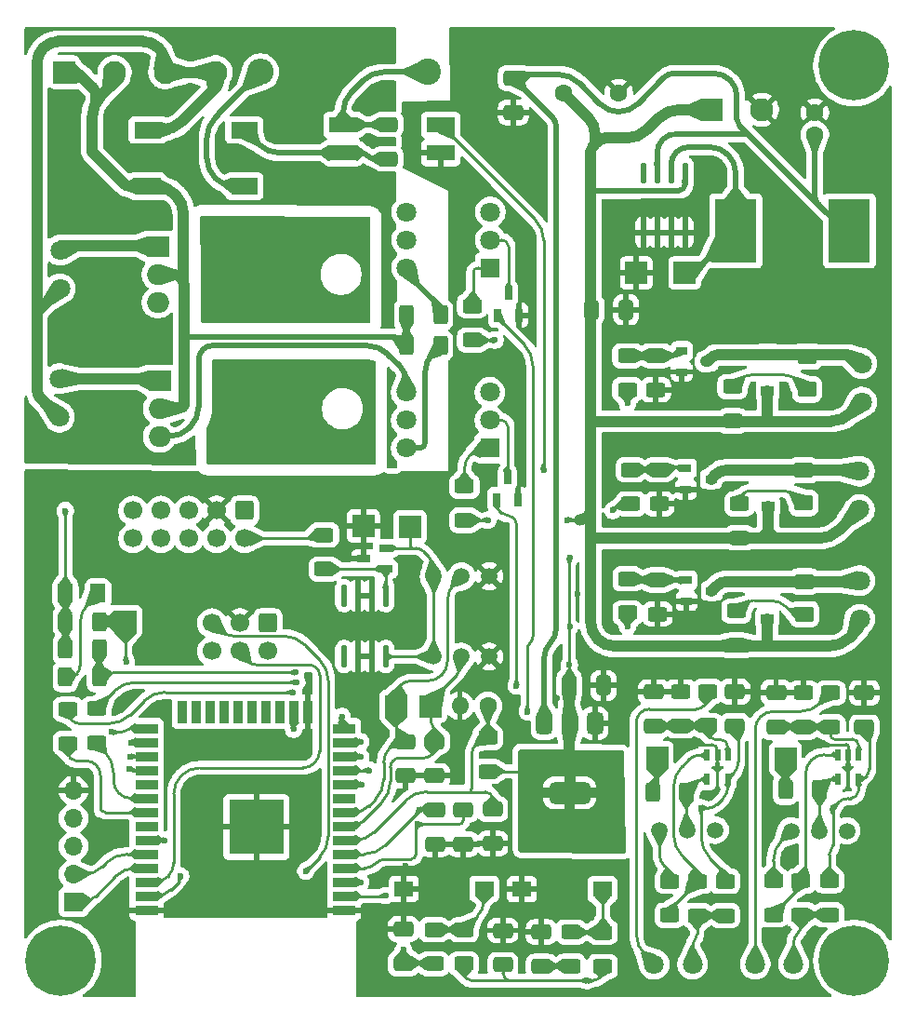
<source format=gbr>
%TF.GenerationSoftware,KiCad,Pcbnew,9.0.0*%
%TF.CreationDate,2025-08-03T03:58:21+03:00*%
%TF.ProjectId,HOT_AIRGUN_EXTRADOPE-rounded,484f545f-4149-4524-9755-4e5f45585452,rev?*%
%TF.SameCoordinates,Original*%
%TF.FileFunction,Copper,L1,Top*%
%TF.FilePolarity,Positive*%
%FSLAX46Y46*%
G04 Gerber Fmt 4.6, Leading zero omitted, Abs format (unit mm)*
G04 Created by KiCad (PCBNEW 9.0.0) date 2025-08-03 03:58:21*
%MOMM*%
%LPD*%
G01*
G04 APERTURE LIST*
G04 Aperture macros list*
%AMRoundRect*
0 Rectangle with rounded corners*
0 $1 Rounding radius*
0 $2 $3 $4 $5 $6 $7 $8 $9 X,Y pos of 4 corners*
0 Add a 4 corners polygon primitive as box body*
4,1,4,$2,$3,$4,$5,$6,$7,$8,$9,$2,$3,0*
0 Add four circle primitives for the rounded corners*
1,1,$1+$1,$2,$3*
1,1,$1+$1,$4,$5*
1,1,$1+$1,$6,$7*
1,1,$1+$1,$8,$9*
0 Add four rect primitives between the rounded corners*
20,1,$1+$1,$2,$3,$4,$5,0*
20,1,$1+$1,$4,$5,$6,$7,0*
20,1,$1+$1,$6,$7,$8,$9,0*
20,1,$1+$1,$8,$9,$2,$3,0*%
G04 Aperture macros list end*
%TA.AperFunction,ComponentPad*%
%ADD10RoundRect,0.250001X-0.799999X-0.799999X0.799999X-0.799999X0.799999X0.799999X-0.799999X0.799999X0*%
%TD*%
%TA.AperFunction,ComponentPad*%
%ADD11C,2.100000*%
%TD*%
%TA.AperFunction,ComponentPad*%
%ADD12C,1.600000*%
%TD*%
%TA.AperFunction,SMDPad,CuDef*%
%ADD13RoundRect,0.250000X-0.625000X0.400000X-0.625000X-0.400000X0.625000X-0.400000X0.625000X0.400000X0*%
%TD*%
%TA.AperFunction,ComponentPad*%
%ADD14C,1.520000*%
%TD*%
%TA.AperFunction,SMDPad,CuDef*%
%ADD15RoundRect,0.250000X0.650000X-0.412500X0.650000X0.412500X-0.650000X0.412500X-0.650000X-0.412500X0*%
%TD*%
%TA.AperFunction,SMDPad,CuDef*%
%ADD16RoundRect,0.250000X-0.400000X-0.625000X0.400000X-0.625000X0.400000X0.625000X-0.400000X0.625000X0*%
%TD*%
%TA.AperFunction,ComponentPad*%
%ADD17R,2.000000X2.000000*%
%TD*%
%TA.AperFunction,SMDPad,CuDef*%
%ADD18RoundRect,0.250000X-0.650000X0.412500X-0.650000X-0.412500X0.650000X-0.412500X0.650000X0.412500X0*%
%TD*%
%TA.AperFunction,SMDPad,CuDef*%
%ADD19RoundRect,0.250000X-0.412500X-0.650000X0.412500X-0.650000X0.412500X0.650000X-0.412500X0.650000X0*%
%TD*%
%TA.AperFunction,ComponentPad*%
%ADD20C,1.800000*%
%TD*%
%TA.AperFunction,ComponentPad*%
%ADD21C,0.800000*%
%TD*%
%TA.AperFunction,ComponentPad*%
%ADD22C,6.400000*%
%TD*%
%TA.AperFunction,SMDPad,CuDef*%
%ADD23RoundRect,0.250000X0.625000X-0.400000X0.625000X0.400000X-0.625000X0.400000X-0.625000X-0.400000X0*%
%TD*%
%TA.AperFunction,SMDPad,CuDef*%
%ADD24R,1.000000X0.800000*%
%TD*%
%TA.AperFunction,SMDPad,CuDef*%
%ADD25R,0.600000X1.000000*%
%TD*%
%TA.AperFunction,SMDPad,CuDef*%
%ADD26RoundRect,0.250001X-0.624999X0.462499X-0.624999X-0.462499X0.624999X-0.462499X0.624999X0.462499X0*%
%TD*%
%TA.AperFunction,ComponentPad*%
%ADD27O,2.000000X1.905000*%
%TD*%
%TA.AperFunction,ComponentPad*%
%ADD28R,2.000000X1.905000*%
%TD*%
%TA.AperFunction,ComponentPad*%
%ADD29O,1.700000X1.700000*%
%TD*%
%TA.AperFunction,ComponentPad*%
%ADD30R,1.700000X1.700000*%
%TD*%
%TA.AperFunction,SMDPad,CuDef*%
%ADD31R,2.000000X2.000000*%
%TD*%
%TA.AperFunction,SMDPad,CuDef*%
%ADD32RoundRect,0.250000X0.400000X0.625000X-0.400000X0.625000X-0.400000X-0.625000X0.400000X-0.625000X0*%
%TD*%
%TA.AperFunction,SMDPad,CuDef*%
%ADD33R,3.820000X5.820000*%
%TD*%
%TA.AperFunction,SMDPad,CuDef*%
%ADD34RoundRect,0.375000X-0.375000X0.625000X-0.375000X-0.625000X0.375000X-0.625000X0.375000X0.625000X0*%
%TD*%
%TA.AperFunction,SMDPad,CuDef*%
%ADD35RoundRect,0.500000X-1.400000X0.500000X-1.400000X-0.500000X1.400000X-0.500000X1.400000X0.500000X0*%
%TD*%
%TA.AperFunction,SMDPad,CuDef*%
%ADD36R,2.470000X1.510000*%
%TD*%
%TA.AperFunction,SMDPad,CuDef*%
%ADD37R,1.250000X0.700000*%
%TD*%
%TA.AperFunction,SMDPad,CuDef*%
%ADD38R,1.150000X0.950000*%
%TD*%
%TA.AperFunction,SMDPad,CuDef*%
%ADD39R,2.600000X1.420000*%
%TD*%
%TA.AperFunction,SMDPad,CuDef*%
%ADD40R,0.700000X1.250000*%
%TD*%
%TA.AperFunction,ComponentPad*%
%ADD41R,1.800000X1.800000*%
%TD*%
%TA.AperFunction,SMDPad,CuDef*%
%ADD42R,1.740000X1.400000*%
%TD*%
%TA.AperFunction,SMDPad,CuDef*%
%ADD43O,0.570000X1.950000*%
%TD*%
%TA.AperFunction,ComponentPad*%
%ADD44C,1.700000*%
%TD*%
%TA.AperFunction,ComponentPad*%
%ADD45RoundRect,0.250000X-0.600000X0.600000X-0.600000X-0.600000X0.600000X-0.600000X0.600000X0.600000X0*%
%TD*%
%TA.AperFunction,SMDPad,CuDef*%
%ADD46RoundRect,0.250001X-0.462499X-0.624999X0.462499X-0.624999X0.462499X0.624999X-0.462499X0.624999X0*%
%TD*%
%TA.AperFunction,SMDPad,CuDef*%
%ADD47R,5.000000X5.000000*%
%TD*%
%TA.AperFunction,SMDPad,CuDef*%
%ADD48R,2.100000X0.950000*%
%TD*%
%TA.AperFunction,SMDPad,CuDef*%
%ADD49R,0.950000X2.100000*%
%TD*%
%TA.AperFunction,SMDPad,CuDef*%
%ADD50O,0.590000X2.050000*%
%TD*%
%TA.AperFunction,ComponentPad*%
%ADD51O,2.400000X2.400000*%
%TD*%
%TA.AperFunction,ComponentPad*%
%ADD52C,2.400000*%
%TD*%
%TA.AperFunction,ComponentPad*%
%ADD53O,1.600000X1.600000*%
%TD*%
%TA.AperFunction,ViaPad*%
%ADD54C,0.600000*%
%TD*%
%TA.AperFunction,ViaPad*%
%ADD55C,1.000000*%
%TD*%
%TA.AperFunction,Conductor*%
%ADD56C,1.000000*%
%TD*%
%TA.AperFunction,Conductor*%
%ADD57C,0.500000*%
%TD*%
%TA.AperFunction,Conductor*%
%ADD58C,0.250000*%
%TD*%
G04 APERTURE END LIST*
D10*
%TO.P,J5,1,Pin_1*%
%TO.N,LINE*%
X4100000Y84600000D03*
D11*
%TO.P,J5,2,Pin_2*%
X8700000Y84600000D03*
%TO.P,J5,3,Pin_3*%
%TO.N,NEUT*%
X13300000Y84600000D03*
%TO.P,J5,4,Pin_4*%
X17900000Y84600000D03*
%TD*%
D12*
%TO.P,C16,2,2*%
%TO.N,GND*%
X54600000Y82700000D03*
%TO.P,C16,1,1*%
%TO.N,+24V*%
X49600000Y82700000D03*
%TD*%
D13*
%TO.P,R25,2*%
%TO.N,Termocouple1-*%
X64270000Y7896075D03*
%TO.P,R25,1*%
%TO.N,+3.3V*%
X64270000Y10996075D03*
%TD*%
D14*
%TO.P,R33,3,3*%
%TO.N,GND*%
X42805000Y31446075D03*
%TO.P,R33,2,2*%
%TO.N,/VREFAtt2*%
X40265000Y31446075D03*
%TO.P,R33,1,1*%
%TO.N,/VREF2p5*%
X37725000Y31446075D03*
%TD*%
D15*
%TO.P,C6,2*%
%TO.N,GND*%
X65170000Y28258575D03*
%TO.P,C6,1*%
%TO.N,+3.3V*%
X65170000Y25133575D03*
%TD*%
D16*
%TO.P,R11,2*%
%TO.N,+3.3V*%
X7300000Y32141075D03*
%TO.P,R11,1*%
%TO.N,Net-(D7-K)*%
X4200000Y32141075D03*
%TD*%
D17*
%TO.P,TP7,1,1*%
%TO.N,/VREFAtt1*%
X34325000Y26928575D03*
%TD*%
D13*
%TO.P,R34,2*%
%TO.N,/EN*%
X37775000Y3503575D03*
%TO.P,R34,1*%
%TO.N,Net-(R34-Pad1)*%
X37775000Y6603575D03*
%TD*%
D18*
%TO.P,C12,2*%
%TO.N,GND*%
X43125000Y14441075D03*
%TO.P,C12,1*%
%TO.N,TempSense*%
X43125000Y17566075D03*
%TD*%
D19*
%TO.P,C5,2*%
%TO.N,GND*%
X53212500Y28816075D03*
%TO.P,C5,1*%
%TO.N,+3.3V*%
X50087500Y28816075D03*
%TD*%
D15*
%TO.P,C1,2*%
%TO.N,GND*%
X68920000Y28171075D03*
%TO.P,C1,1*%
%TO.N,Net-(U6-+IN)*%
X68920000Y25046075D03*
%TD*%
D20*
%TO.P,U14,2,2*%
%TO.N,Termocouple1-*%
X61317500Y3468575D03*
%TO.P,U14,1,1*%
%TO.N,Termocouple1+*%
X57817500Y3468575D03*
%TD*%
D21*
%TO.P,H1,1*%
%TO.N,N/C*%
X78400000Y85200000D03*
X77697056Y83502944D03*
X77697056Y86897056D03*
X76000000Y82800000D03*
D22*
X76000000Y85200000D03*
D21*
X76000000Y87600000D03*
X74302944Y83502944D03*
X74302944Y86897056D03*
X73600000Y85200000D03*
%TD*%
D16*
%TO.P,R6,2*%
%TO.N,Net-(R6-Pad2)*%
X38375000Y59716075D03*
%TO.P,R6,1*%
%TO.N,LINE*%
X35275000Y59716075D03*
%TD*%
D13*
%TO.P,R8,2*%
%TO.N,GND*%
X58130000Y35316075D03*
%TO.P,R8,1*%
%TO.N,Net-(Q8-G)*%
X58130000Y38416075D03*
%TD*%
D17*
%TO.P,TP9,1,1*%
%TO.N,{slash}ZCD*%
X9700000Y34641075D03*
%TD*%
%TO.P,TP1,1,1*%
%TO.N,/VREF2p5*%
X35590000Y43256075D03*
%TD*%
D23*
%TO.P,R1,2*%
%TO.N,Net-(Q6-B)*%
X4435000Y26651075D03*
%TO.P,R1,1*%
%TO.N,AcLoad1Control*%
X4435000Y23551075D03*
%TD*%
D24*
%TO.P,Q7,3,D*%
%TO.N,DC_Load2-*%
X63000000Y47591075D03*
%TO.P,Q7,2,S*%
%TO.N,GND*%
X60700000Y46641075D03*
%TO.P,Q7,1,G*%
%TO.N,Net-(Q7-G)*%
X60700000Y48541075D03*
%TD*%
D17*
%TO.P,TP10,1,1*%
%TO.N,GND*%
X31355000Y43336075D03*
%TD*%
D18*
%TO.P,C13,2*%
%TO.N,GND*%
X37825000Y20603575D03*
%TO.P,C13,1*%
%TO.N,/VREFAtt2*%
X37825000Y23728575D03*
%TD*%
D25*
%TO.P,U6,5,+V*%
%TO.N,+3.3V*%
X76420000Y20321075D03*
%TO.P,U6,4,OUT*%
%TO.N,Net-(U6-OUT)*%
X74520000Y20321075D03*
%TO.P,U6,3,-IN*%
%TO.N,Net-(U6--IN)*%
X74520000Y22521075D03*
%TO.P,U6,2,V-*%
%TO.N,GND*%
X75470000Y22521075D03*
%TO.P,U6,1,+IN*%
%TO.N,Net-(U6-+IN)*%
X76420000Y22521075D03*
%TD*%
D26*
%TO.P,D9,2,A*%
%TO.N,Net-(D9-A)*%
X71750000Y55753575D03*
%TO.P,D9,1,K*%
%TO.N,DC_Load3-*%
X71750000Y58728575D03*
%TD*%
D27*
%TO.P,Q3,3,G*%
%TO.N,Net-(Q3-G)*%
X12650000Y63671075D03*
%TO.P,Q3,2,A2*%
%TO.N,LINE*%
X12650000Y66211075D03*
D28*
%TO.P,Q3,1,A1*%
%TO.N,AcLoad1+*%
X12650000Y68751075D03*
%TD*%
D29*
%TO.P,J6,5,Pin_5*%
%TO.N,GND*%
X4950000Y19276075D03*
%TO.P,J6,4,Pin_4*%
%TO.N,/EN*%
X4950000Y16736075D03*
%TO.P,J6,3,Pin_3*%
%TO.N,/BOOT_MODE*%
X4950000Y14196075D03*
%TO.P,J6,2,Pin_2*%
%TO.N,/PROG_RX*%
X4950000Y11656075D03*
D30*
%TO.P,J6,1,Pin_1*%
%TO.N,/PROG_TX*%
X4950000Y9116075D03*
%TD*%
D13*
%TO.P,R22,2*%
%TO.N,DcControl2*%
X55700000Y45341075D03*
%TO.P,R22,1*%
%TO.N,Net-(Q7-G)*%
X55700000Y48441075D03*
%TD*%
D31*
%TO.P,D1,2,A*%
%TO.N,GND*%
X56200000Y66341075D03*
%TO.P,D1,1,K*%
%TO.N,Net-(D1-K)*%
X60600000Y66341075D03*
%TD*%
D23*
%TO.P,R9,2*%
%TO.N,TempSense*%
X42675000Y24103575D03*
%TO.P,R9,1*%
%TO.N,+3.3V*%
X42675000Y21003575D03*
%TD*%
D14*
%TO.P,R32,3,3*%
%TO.N,GND*%
X42820000Y38756075D03*
%TO.P,R32,2,2*%
%TO.N,/VREFAtt1*%
X40280000Y38756075D03*
%TO.P,R32,1,1*%
%TO.N,/VREF2p5*%
X37740000Y38756075D03*
%TD*%
%TO.P,R29,3,3*%
%TO.N,Net-(R10-Pad2)*%
X58305000Y15671075D03*
%TO.P,R29,2,2*%
%TO.N,Net-(U8-OUT)*%
X60845000Y15671075D03*
%TO.P,R29,1,1*%
%TO.N,unconnected-(R29-Pad1)*%
X63385000Y15671075D03*
%TD*%
D32*
%TO.P,R26,2*%
%TO.N,Net-(D7-K)*%
X4200000Y34641075D03*
%TO.P,R26,1*%
%TO.N,{slash}ZCD*%
X7300000Y34641075D03*
%TD*%
D18*
%TO.P,C14,2*%
%TO.N,GND*%
X40425000Y14391075D03*
%TO.P,C14,1*%
%TO.N,ThermocoupleSig2*%
X40425000Y17516075D03*
%TD*%
D20*
%TO.P,U15,2,2*%
%TO.N,Termocouple2-*%
X70517500Y3493575D03*
%TO.P,U15,1,1*%
%TO.N,Termocouple2+*%
X67017500Y3493575D03*
%TD*%
D13*
%TO.P,R4,2*%
%TO.N,+24V*%
X41250000Y60241075D03*
%TO.P,R4,1*%
%TO.N,Net-(T1-AN)*%
X41250000Y63341075D03*
%TD*%
%TO.P,R37,2*%
%TO.N,/BOOT_MODE*%
X50240000Y3296075D03*
%TO.P,R37,1*%
%TO.N,Net-(R36-Pad1)*%
X50240000Y6396075D03*
%TD*%
D11*
%TO.P,J7,2,Pin_2*%
%TO.N,GND*%
X67625000Y81191075D03*
D10*
%TO.P,J7,1,Pin_1*%
%TO.N,+24V*%
X63025000Y81191075D03*
%TD*%
D33*
%TO.P,L1,2,2*%
%TO.N,Net-(D1-K)*%
X65245000Y70166075D03*
%TO.P,L1,1,1*%
%TO.N,+5V*%
X75605000Y70166075D03*
%TD*%
D17*
%TO.P,TP8,1,1*%
%TO.N,/VREFAtt2*%
X37450000Y26928575D03*
%TD*%
D34*
%TO.P,U7,3,VI*%
%TO.N,+5V*%
X47825000Y25366075D03*
D35*
%TO.P,U7,2,VO*%
%TO.N,+3.3V*%
X50125000Y19066075D03*
D34*
X50125000Y25366075D03*
%TO.P,U7,1,GND*%
%TO.N,GND*%
X52425000Y25366075D03*
%TD*%
D13*
%TO.P,R7,2*%
%TO.N,DcControl1*%
X55400000Y35416075D03*
%TO.P,R7,1*%
%TO.N,Net-(Q8-G)*%
X55400000Y38516075D03*
%TD*%
D36*
%TO.P,D3,4,-*%
%TO.N,Net-(D3--)*%
X20510000Y79341075D03*
%TO.P,D3,3,+*%
%TO.N,Net-(D3-+)*%
X20510000Y74241075D03*
%TO.P,D3,2,AC*%
%TO.N,LINE*%
X11690000Y74241075D03*
%TO.P,D3,1,AC*%
%TO.N,NEUT*%
X11690000Y79341075D03*
%TD*%
D13*
%TO.P,R23,2*%
%TO.N,GND*%
X58300000Y45341075D03*
%TO.P,R23,1*%
%TO.N,Net-(Q7-G)*%
X58300000Y48441075D03*
%TD*%
D37*
%TO.P,U3,3,ANODE*%
%TO.N,GND*%
X31365000Y40356075D03*
%TO.P,U3,2,REF*%
%TO.N,/VREF2p5*%
X33365000Y41306075D03*
%TO.P,U3,1,CATHODE*%
%TO.N,Net-(U3-CATHODE)*%
X33365000Y39406075D03*
%TD*%
D15*
%TO.P,C9,2*%
%TO.N,GND*%
X35000000Y6666075D03*
%TO.P,C9,1*%
%TO.N,/EN*%
X35000000Y3541075D03*
%TD*%
D20*
%TO.P,U10,2,2*%
%TO.N,DC_Load2-*%
X76522500Y48318575D03*
%TO.P,U10,1,1*%
%TO.N,+24V*%
X76522500Y44818575D03*
%TD*%
D23*
%TO.P,R38,2*%
%TO.N,Net-(D6-A)*%
X65300000Y35591075D03*
%TO.P,R38,1*%
%TO.N,+24V*%
X65300000Y32491075D03*
%TD*%
D38*
%TO.P,D5,2,A*%
%TO.N,DC_Load3-*%
X68150000Y58981075D03*
%TO.P,D5,1,K*%
%TO.N,+24V*%
X68150000Y55601075D03*
%TD*%
D24*
%TO.P,Q9,3,D*%
%TO.N,DC_Load3-*%
X62650000Y58291075D03*
%TO.P,Q9,2,S*%
%TO.N,GND*%
X60350000Y57341075D03*
%TO.P,Q9,1,G*%
%TO.N,Net-(Q9-G)*%
X60350000Y59241075D03*
%TD*%
D39*
%TO.P,U1,4,4*%
%TO.N,Net-(D7-K)*%
X38390000Y79801075D03*
%TO.P,U1,3,3*%
%TO.N,GND*%
X38390000Y77261075D03*
%TO.P,U1,2,2*%
%TO.N,Net-(D3--)*%
X29490000Y77261075D03*
%TO.P,U1,1,1*%
%TO.N,Net-(C17-Pad1)*%
X29490000Y79801075D03*
%TD*%
D20*
%TO.P,U12,2,2*%
%TO.N,NEUT*%
X3730000Y64911075D03*
%TO.P,U12,1,1*%
%TO.N,AcLoad1+*%
X3730000Y68411075D03*
%TD*%
D13*
%TO.P,R27,2*%
%TO.N,DcControl3*%
X55380000Y55711075D03*
%TO.P,R27,1*%
%TO.N,Net-(Q9-G)*%
X55380000Y58811075D03*
%TD*%
D15*
%TO.P,C8,2*%
%TO.N,GND*%
X44050000Y6541075D03*
%TO.P,C8,1*%
%TO.N,+3.3V*%
X44050000Y3416075D03*
%TD*%
D13*
%TO.P,R12,2*%
%TO.N,Termocouple1-*%
X61745000Y7896075D03*
%TO.P,R12,1*%
%TO.N,Net-(U8--IN)*%
X61745000Y10996075D03*
%TD*%
D20*
%TO.P,U9,2,2*%
%TO.N,DC_Load3-*%
X76722500Y58101075D03*
%TO.P,U9,1,1*%
%TO.N,+24V*%
X76722500Y54601075D03*
%TD*%
D16*
%TO.P,R5,2*%
%TO.N,Net-(R5-Pad2)*%
X38375000Y62516075D03*
%TO.P,R5,1*%
%TO.N,LINE*%
X35275000Y62516075D03*
%TD*%
D20*
%TO.P,U11,2,2*%
%TO.N,DC_Load1-*%
X76540000Y38351075D03*
%TO.P,U11,1,1*%
%TO.N,+24V*%
X76540000Y34851075D03*
%TD*%
D17*
%TO.P,TP4,1,1*%
%TO.N,ThermocoupleSig1*%
X58095000Y22271075D03*
%TD*%
D13*
%TO.P,R28,2*%
%TO.N,GND*%
X57980000Y55711075D03*
%TO.P,R28,1*%
%TO.N,Net-(Q9-G)*%
X57980000Y58811075D03*
%TD*%
D40*
%TO.P,Q5,3,C*%
%TO.N,Net-(Q5-C)*%
X44450000Y47741075D03*
%TO.P,Q5,2,E*%
%TO.N,GND*%
X45400000Y45741075D03*
%TO.P,Q5,1,B*%
%TO.N,Net-(Q5-B)*%
X43500000Y45741075D03*
%TD*%
D16*
%TO.P,R21,2*%
%TO.N,Net-(U6-OUT)*%
X72870000Y19346075D03*
%TO.P,R21,1*%
%TO.N,ThermocoupleSig2*%
X69770000Y19346075D03*
%TD*%
D20*
%TO.P,T1,6,MT*%
%TO.N,Net-(R5-Pad2)*%
X35290000Y66801075D03*
%TO.P,T1,5,NC*%
%TO.N,unconnected-(T1-NC-Pad5)*%
X35290000Y69341075D03*
%TO.P,T1,4,MT*%
%TO.N,Net-(Q3-G)*%
X35290000Y71881075D03*
%TO.P,T1,3,NC*%
%TO.N,unconnected-(T1-NC-Pad3)*%
X42910000Y71881075D03*
%TO.P,T1,2,CAT*%
%TO.N,Net-(Q6-C)*%
X42910000Y69341075D03*
D41*
%TO.P,T1,1,AN*%
%TO.N,Net-(T1-AN)*%
X42910000Y66801075D03*
%TD*%
D13*
%TO.P,R3,2*%
%TO.N,+24V*%
X40550000Y43841075D03*
%TO.P,R3,1*%
%TO.N,Net-(T2-AN)*%
X40550000Y46941075D03*
%TD*%
D42*
%TO.P,SW1,2,2*%
%TO.N,Net-(R34-Pad1)*%
X42370000Y10328575D03*
%TO.P,SW1,1,1*%
%TO.N,GND*%
X35030000Y10328575D03*
%TD*%
D21*
%TO.P,H3,1*%
%TO.N,N/C*%
X6200000Y3800000D03*
X5497056Y2102944D03*
X5497056Y5497056D03*
X3800000Y1400000D03*
D22*
X3800000Y3800000D03*
D21*
X3800000Y6200000D03*
X2102944Y2102944D03*
X2102944Y5497056D03*
X1400000Y3800000D03*
%TD*%
D43*
%TO.P,U5,8,GND*%
%TO.N,GND*%
X60645005Y70031075D03*
%TO.P,U5,7,GND*%
X59365005Y70031075D03*
%TO.P,U5,6,GND*%
X58105005Y70031075D03*
%TO.P,U5,5,GND*%
X56835005Y70031075D03*
%TO.P,U5,4,ON/OFF*%
%TO.N,unconnected-(U5-ON{slash}OFF-Pad4)*%
X56835005Y75451075D03*
%TO.P,U5,3,FB*%
%TO.N,+5V*%
X58105005Y75451075D03*
%TO.P,U5,2,OUTPUT*%
%TO.N,Net-(D1-K)*%
X59365005Y75451075D03*
%TO.P,U5,1,VIN*%
%TO.N,+24V*%
X60645005Y75451075D03*
%TD*%
D38*
%TO.P,D4,2,A*%
%TO.N,DC_Load2-*%
X68200000Y48481075D03*
%TO.P,D4,1,K*%
%TO.N,+24V*%
X68200000Y45101075D03*
%TD*%
D12*
%TO.P,C18,2,2*%
%TO.N,GND*%
X72450000Y80916075D03*
%TO.P,C18,1,1*%
%TO.N,+5V*%
X72450000Y78916075D03*
%TD*%
D24*
%TO.P,Q8,3,D*%
%TO.N,DC_Load1-*%
X63075000Y37441075D03*
%TO.P,Q8,2,S*%
%TO.N,GND*%
X60775000Y36491075D03*
%TO.P,Q8,1,G*%
%TO.N,Net-(Q8-G)*%
X60775000Y38391075D03*
%TD*%
D23*
%TO.P,R17,2*%
%TO.N,Termocouple2+*%
X73895000Y28146075D03*
%TO.P,R17,1*%
%TO.N,Net-(U6-+IN)*%
X73895000Y25046075D03*
%TD*%
D42*
%TO.P,SW2,2,2*%
%TO.N,Net-(R36-Pad1)*%
X53110000Y10296075D03*
%TO.P,SW2,1,1*%
%TO.N,GND*%
X45770000Y10296075D03*
%TD*%
D44*
%TO.P,J8,10,Pin_10*%
%TO.N,unconnected-(J8-Pin_10-Pad10)*%
X10380000Y42191075D03*
%TO.P,J8,9,Pin_9*%
%TO.N,unconnected-(J8-Pin_9-Pad9)*%
X10380000Y44731075D03*
%TO.P,J8,8,Pin_8*%
%TO.N,/SPI_RST*%
X12920000Y42191075D03*
%TO.P,J8,7,Pin_7*%
%TO.N,/SPI_CS0*%
X12920000Y44731075D03*
%TO.P,J8,6,Pin_6*%
%TO.N,/SPI_MISO*%
X15460000Y42191075D03*
%TO.P,J8,5,Pin_5*%
%TO.N,/SPI_MOSI*%
X15460000Y44731075D03*
%TO.P,J8,4,Pin_4*%
%TO.N,/SPI_CLK*%
X18000000Y42191075D03*
%TO.P,J8,3,Pin_3*%
%TO.N,GND*%
X18000000Y44731075D03*
%TO.P,J8,2,Pin_2*%
%TO.N,+3.3V*%
X20540000Y42191075D03*
D45*
%TO.P,J8,1,Pin_1*%
%TO.N,+5V*%
X20540000Y44731075D03*
%TD*%
D32*
%TO.P,R39,2*%
%TO.N,Net-(D7-A)*%
X4200000Y29591075D03*
%TO.P,R39,1*%
%TO.N,+3.3V*%
X7300000Y29591075D03*
%TD*%
D18*
%TO.P,C17,2*%
%TO.N,Net-(D3--)*%
X33600000Y76716075D03*
%TO.P,C17,1*%
%TO.N,Net-(C17-Pad1)*%
X33600000Y79841075D03*
%TD*%
D23*
%TO.P,R40,2*%
%TO.N,Net-(D8-A)*%
X65600000Y45341075D03*
%TO.P,R40,1*%
%TO.N,+24V*%
X65600000Y42241075D03*
%TD*%
D25*
%TO.P,U8,5,+V*%
%TO.N,+3.3V*%
X64535000Y20296075D03*
%TO.P,U8,4,OUT*%
%TO.N,Net-(U8-OUT)*%
X62635000Y20296075D03*
%TO.P,U8,3,-IN*%
%TO.N,Net-(U8--IN)*%
X62635000Y22496075D03*
%TO.P,U8,2,V-*%
%TO.N,GND*%
X63585000Y22496075D03*
%TO.P,U8,1,+IN*%
%TO.N,Net-(U8-+IN)*%
X64535000Y22496075D03*
%TD*%
D16*
%TO.P,R20,2*%
%TO.N,Net-(U8-OUT)*%
X60770000Y19121075D03*
%TO.P,R20,1*%
%TO.N,ThermocoupleSig1*%
X57670000Y19121075D03*
%TD*%
D18*
%TO.P,C11,2*%
%TO.N,GND*%
X37875000Y14391075D03*
%TO.P,C11,1*%
%TO.N,ThermocoupleSig1*%
X37875000Y17516075D03*
%TD*%
D15*
%TO.P,C2,2*%
%TO.N,GND*%
X57770000Y28233575D03*
%TO.P,C2,1*%
%TO.N,Net-(U8-+IN)*%
X57770000Y25108575D03*
%TD*%
D21*
%TO.P,H2,1*%
%TO.N,N/C*%
X78400000Y3800000D03*
X77697056Y2102944D03*
X77697056Y5497056D03*
X76000000Y1400000D03*
D22*
X76000000Y3800000D03*
D21*
X76000000Y6200000D03*
X74302944Y2102944D03*
X74302944Y5497056D03*
X73600000Y3800000D03*
%TD*%
D15*
%TO.P,C10,2*%
%TO.N,GND*%
X47540000Y6396075D03*
%TO.P,C10,1*%
%TO.N,/BOOT_MODE*%
X47540000Y3271075D03*
%TD*%
D46*
%TO.P,D7,2,A*%
%TO.N,Net-(D7-A)*%
X7187500Y37191075D03*
%TO.P,D7,1,K*%
%TO.N,Net-(D7-K)*%
X4212500Y37191075D03*
%TD*%
D44*
%TO.P,J9,6,Pin_6*%
%TO.N,/I2C_RST*%
X17570000Y31951075D03*
%TO.P,J9,5,Pin_5*%
%TO.N,/I2C_SDA*%
X17570000Y34491075D03*
%TO.P,J9,4,Pin_4*%
%TO.N,/I2C_SCL*%
X20110000Y31951075D03*
%TO.P,J9,3,Pin_3*%
%TO.N,GND*%
X20110000Y34491075D03*
%TO.P,J9,2,Pin_2*%
%TO.N,+3.3V*%
X22650000Y31951075D03*
D45*
%TO.P,J9,1,Pin_1*%
%TO.N,+5V*%
X22650000Y34491075D03*
%TD*%
D23*
%TO.P,R19,2*%
%TO.N,Net-(R19-Pad2)*%
X68670000Y11071075D03*
%TO.P,R19,1*%
%TO.N,Net-(U6--IN)*%
X68670000Y7971075D03*
%TD*%
%TO.P,R2,2*%
%TO.N,Net-(Q5-B)*%
X7035000Y26701075D03*
%TO.P,R2,1*%
%TO.N,AcLoad2Control*%
X7035000Y23601075D03*
%TD*%
%TO.P,R14,2*%
%TO.N,Termocouple1+*%
X62695000Y28271075D03*
%TO.P,R14,1*%
%TO.N,Net-(U8-+IN)*%
X62695000Y25171075D03*
%TD*%
D20*
%TO.P,T2,6,MT*%
%TO.N,Net-(R6-Pad2)*%
X35240000Y50401075D03*
%TO.P,T2,5,NC*%
%TO.N,unconnected-(T2-NC-Pad5)*%
X35240000Y52941075D03*
%TO.P,T2,4,MT*%
%TO.N,Net-(Q4-G)*%
X35240000Y55481075D03*
%TO.P,T2,3,NC*%
%TO.N,unconnected-(T2-NC-Pad3)*%
X42860000Y55481075D03*
%TO.P,T2,2,CAT*%
%TO.N,Net-(Q5-C)*%
X42860000Y52941075D03*
D41*
%TO.P,T2,1,AN*%
%TO.N,Net-(T2-AN)*%
X42860000Y50401075D03*
%TD*%
D47*
%TO.P,U2,39,GND*%
%TO.N,GND*%
X21620000Y15946075D03*
D48*
%TO.P,U2,38,GND*%
X11600000Y8396075D03*
%TO.P,U2,37,IO23*%
%TO.N,{slash}ZCD*%
X11600000Y9666075D03*
%TO.P,U2,36,IO22*%
%TO.N,/I2C_SCL*%
X11600000Y10936075D03*
%TO.P,U2,35,TXD0*%
%TO.N,/PROG_TX*%
X11600000Y12206075D03*
%TO.P,U2,34,RXD0*%
%TO.N,/PROG_RX*%
X11600000Y13476075D03*
%TO.P,U2,33,IO21*%
%TO.N,/I2C_SDA*%
X11600000Y14746075D03*
%TO.P,U2,32,NC*%
%TO.N,unconnected-(U2-NC-Pad32)*%
X11600000Y16016075D03*
%TO.P,U2,31,IO19*%
%TO.N,AcLoad1Control*%
X11600000Y17286075D03*
%TO.P,U2,30,IO18*%
%TO.N,AcLoad2Control*%
X11600000Y18556075D03*
%TO.P,U2,29,IO5*%
%TO.N,unconnected-(U2-IO5-Pad29)*%
X11600000Y19826075D03*
%TO.P,U2,28,IO17*%
%TO.N,DcControl1*%
X11600000Y21096075D03*
%TO.P,U2,27,IO16*%
%TO.N,DcControl2*%
X11600000Y22366075D03*
%TO.P,U2,26,IO4*%
%TO.N,DcControl3*%
X11600000Y23636075D03*
%TO.P,U2,25,IO0*%
%TO.N,/BOOT_MODE*%
X11600000Y24906075D03*
D49*
%TO.P,U2,24,IO2*%
%TO.N,unconnected-(U2-IO2-Pad24)*%
X14880000Y26426075D03*
%TO.P,U2,23,IO15*%
%TO.N,unconnected-(U2-IO15-Pad23)*%
X16150000Y26426075D03*
%TO.P,U2,22,SD1*%
%TO.N,unconnected-(U2-SD1-Pad22)*%
X17420000Y26426075D03*
%TO.P,U2,21,SD0*%
%TO.N,unconnected-(U2-SD0-Pad21)*%
X18690000Y26426075D03*
%TO.P,U2,20,CLK*%
%TO.N,unconnected-(U2-CLK-Pad20)*%
X19960000Y26426075D03*
%TO.P,U2,19,CMD*%
%TO.N,unconnected-(U2-CMD-Pad19)*%
X21230000Y26436075D03*
%TO.P,U2,18,SD3*%
%TO.N,unconnected-(U2-SD3-Pad18)*%
X22500000Y26436075D03*
%TO.P,U2,17,SD2*%
%TO.N,unconnected-(U2-SD2-Pad17)*%
X23770000Y26436075D03*
%TO.P,U2,16,IO13*%
%TO.N,/SPI_MOSI*%
X25040000Y26436075D03*
%TO.P,U2,15,GND*%
%TO.N,GND*%
X26310000Y26436075D03*
D48*
%TO.P,U2,14,IO12*%
%TO.N,/SPI_MISO*%
X29600000Y24906075D03*
%TO.P,U2,13,IO14*%
%TO.N,/SPI_CLK*%
X29600000Y23636075D03*
%TO.P,U2,12,IO27*%
%TO.N,/I2C_RST*%
X29600000Y22366075D03*
%TO.P,U2,11,IO26*%
%TO.N,/SPI_CS0*%
X29600000Y21096075D03*
%TO.P,U2,10,IO25*%
%TO.N,/SPI_RST*%
X29600000Y19826075D03*
%TO.P,U2,9,IO33*%
%TO.N,unconnected-(U2-IO33-Pad9)*%
X29600000Y18556075D03*
%TO.P,U2,8,IO32*%
%TO.N,/VREFAtt1*%
X29600000Y17286075D03*
%TO.P,U2,7,IO35*%
%TO.N,/VREFAtt2*%
X29600000Y16016075D03*
%TO.P,U2,6,IO34*%
%TO.N,TempSense*%
X29600000Y14746075D03*
%TO.P,U2,5,SENSOR_VN*%
%TO.N,ThermocoupleSig1*%
X29600000Y13476075D03*
%TO.P,U2,4,SENSOR_VP*%
%TO.N,ThermocoupleSig2*%
X29600000Y12206075D03*
%TO.P,U2,3,EN*%
%TO.N,/EN*%
X29600000Y10936075D03*
%TO.P,U2,2,VDD33*%
%TO.N,+3.3V*%
X29600000Y9666075D03*
%TO.P,U2,1,GND*%
%TO.N,GND*%
X29600000Y8396075D03*
%TD*%
D50*
%TO.P,U4,8,Ref*%
%TO.N,/VREF2p5*%
X33390000Y31456075D03*
%TO.P,U4,7,A*%
%TO.N,GND*%
X32110000Y31456075D03*
%TO.P,U4,6,A*%
X30850000Y31456075D03*
%TO.P,U4,5,NC*%
%TO.N,unconnected-(U4-NC-Pad5)*%
X29580000Y31456075D03*
%TO.P,U4,4,NC*%
%TO.N,unconnected-(U4-NC-Pad4)*%
X29580000Y36996075D03*
%TO.P,U4,3,A*%
%TO.N,GND*%
X30850000Y36996075D03*
%TO.P,U4,2,A*%
X32110000Y36996075D03*
%TO.P,U4,1,C*%
%TO.N,Net-(U3-CATHODE)*%
X33390000Y36996075D03*
%TD*%
D26*
%TO.P,D8,2,A*%
%TO.N,Net-(D8-A)*%
X71425000Y45428575D03*
%TO.P,D8,1,K*%
%TO.N,DC_Load2-*%
X71425000Y48403575D03*
%TD*%
D18*
%TO.P,C15,2*%
%TO.N,GND*%
X35175000Y20603575D03*
%TO.P,C15,1*%
%TO.N,/VREFAtt1*%
X35175000Y23728575D03*
%TD*%
D17*
%TO.P,TP3,1,1*%
%TO.N,ThermocoupleSig2*%
X69770000Y22196075D03*
%TD*%
D13*
%TO.P,R24,2*%
%TO.N,Termocouple2-*%
X73745000Y7971075D03*
%TO.P,R24,1*%
%TO.N,+3.3V*%
X73745000Y11071075D03*
%TD*%
D23*
%TO.P,R41,2*%
%TO.N,Net-(D9-A)*%
X64950000Y55991075D03*
%TO.P,R41,1*%
%TO.N,+24V*%
X64950000Y52891075D03*
%TD*%
D15*
%TO.P,C7,2*%
%TO.N,GND*%
X76945000Y28146075D03*
%TO.P,C7,1*%
%TO.N,+3.3V*%
X76945000Y25021075D03*
%TD*%
D51*
%TO.P,R13,2*%
%TO.N,Net-(D3-+)*%
X21980000Y84611075D03*
D52*
%TO.P,R13,1*%
%TO.N,Net-(C17-Pad1)*%
X37220000Y84611075D03*
%TD*%
D27*
%TO.P,Q4,3,G*%
%TO.N,Net-(Q4-G)*%
X12790000Y51460000D03*
%TO.P,Q4,2,A2*%
%TO.N,LINE*%
X12790000Y54000000D03*
D28*
%TO.P,Q4,1,A1*%
%TO.N,AcLoad2+*%
X12790000Y56540000D03*
%TD*%
D23*
%TO.P,R15,2*%
%TO.N,GND*%
X60245000Y28246075D03*
%TO.P,R15,1*%
%TO.N,Net-(U8-+IN)*%
X60245000Y25146075D03*
%TD*%
D13*
%TO.P,R36,2*%
%TO.N,+3.3V*%
X53140000Y3271075D03*
%TO.P,R36,1*%
%TO.N,Net-(R36-Pad1)*%
X53140000Y6371075D03*
%TD*%
%TO.P,R35,2*%
%TO.N,+3.3V*%
X40500000Y3503575D03*
%TO.P,R35,1*%
%TO.N,Net-(R34-Pad1)*%
X40500000Y6603575D03*
%TD*%
%TO.P,R31,2*%
%TO.N,Net-(U3-CATHODE)*%
X27765000Y39406075D03*
%TO.P,R31,1*%
%TO.N,+3.3V*%
X27765000Y42506075D03*
%TD*%
D53*
%TO.P,TH1,2*%
%TO.N,GND*%
X40135000Y26958575D03*
D12*
%TO.P,TH1,1*%
%TO.N,TempSense*%
X42675000Y26958575D03*
%TD*%
D14*
%TO.P,R30,3,3*%
%TO.N,Net-(R19-Pad2)*%
X70280000Y15596075D03*
%TO.P,R30,2,2*%
%TO.N,Net-(U6-OUT)*%
X72820000Y15596075D03*
%TO.P,R30,1,1*%
%TO.N,unconnected-(R30-Pad1)*%
X75360000Y15596075D03*
%TD*%
D38*
%TO.P,D2,2,A*%
%TO.N,DC_Load1-*%
X68100000Y38281075D03*
%TO.P,D2,1,K*%
%TO.N,+24V*%
X68100000Y34901075D03*
%TD*%
D40*
%TO.P,Q6,3,C*%
%TO.N,Net-(Q6-C)*%
X44550000Y64491075D03*
%TO.P,Q6,2,E*%
%TO.N,GND*%
X45500000Y62491075D03*
%TO.P,Q6,1,B*%
%TO.N,Net-(Q6-B)*%
X43600000Y62491075D03*
%TD*%
D20*
%TO.P,U13,2,2*%
%TO.N,NEUT*%
X3670000Y53231075D03*
%TO.P,U13,1,1*%
%TO.N,AcLoad2+*%
X3670000Y56731075D03*
%TD*%
D26*
%TO.P,D6,2,A*%
%TO.N,Net-(D6-A)*%
X71500000Y35291075D03*
%TO.P,D6,1,K*%
%TO.N,DC_Load1-*%
X71500000Y38266075D03*
%TD*%
D23*
%TO.P,R18,2*%
%TO.N,GND*%
X71420000Y28146075D03*
%TO.P,R18,1*%
%TO.N,Net-(U6-+IN)*%
X71420000Y25046075D03*
%TD*%
D13*
%TO.P,R16,2*%
%TO.N,Termocouple2-*%
X71195000Y7946075D03*
%TO.P,R16,1*%
%TO.N,Net-(U6--IN)*%
X71195000Y11046075D03*
%TD*%
D19*
%TO.P,C4,2*%
%TO.N,GND*%
X55262500Y62991075D03*
%TO.P,C4,1*%
%TO.N,+24V*%
X52137500Y62991075D03*
%TD*%
D23*
%TO.P,R10,2*%
%TO.N,Net-(R10-Pad2)*%
X59245000Y11021075D03*
%TO.P,R10,1*%
%TO.N,Net-(U8--IN)*%
X59245000Y7921075D03*
%TD*%
D18*
%TO.P,C3,2*%
%TO.N,GND*%
X45000000Y80937500D03*
%TO.P,C3,1*%
%TO.N,+5V*%
X45000000Y84062500D03*
%TD*%
D54*
%TO.N,GND*%
X63941667Y86611572D03*
X51859519Y85856437D03*
X55587994Y85856437D03*
X66726224Y83968602D03*
X72578515Y64287916D03*
X63328120Y64807070D03*
X71021050Y62777647D03*
X77722867Y63249606D03*
X78902764Y66742102D03*
X78902764Y69007505D03*
X78902764Y71131320D03*
X78761176Y72877568D03*
X77958846Y75473342D03*
X75221484Y77644353D03*
X77958846Y77549961D03*
%TO.N,+3.3V*%
X50130000Y40470000D03*
X54150000Y17691075D03*
X50100000Y30691075D03*
X50125000Y34166075D03*
X25190000Y30026075D03*
X62100000Y17691075D03*
X51720000Y1991075D03*
X33400000Y9716075D03*
X50100000Y16201075D03*
X51780000Y16241075D03*
X74100000Y17691075D03*
%TO.N,+5V*%
X48910000Y46261075D03*
X48910000Y36361075D03*
%TO.N,Net-(Q5-B)*%
X25280000Y29111075D03*
X45290000Y28771075D03*
%TO.N,Net-(Q6-B)*%
X46270000Y26431075D03*
X24970000Y28211075D03*
%TO.N,{slash}ZCD*%
X14700000Y11500000D03*
X9740000Y31001075D03*
%TO.N,GND*%
X2270000Y13601075D03*
X57550000Y9480000D03*
X75920000Y30171075D03*
X19600000Y14800000D03*
X23160000Y43260000D03*
X19720000Y17901075D03*
X64310000Y5600000D03*
X60380000Y35130000D03*
X23700000Y14770000D03*
X61200000Y23451075D03*
X20680000Y37811075D03*
X2120000Y41561075D03*
X24000000Y22900000D03*
X21500000Y19900000D03*
X8960000Y7561075D03*
X61170000Y87200000D03*
X65675000Y15736075D03*
X66070000Y86670000D03*
X32070000Y3503575D03*
X7210000Y6770000D03*
X43620000Y77810000D03*
X61340000Y55840000D03*
X46030000Y67201075D03*
X8400000Y4460000D03*
X52890000Y87370000D03*
X65250000Y13201075D03*
X21290000Y39700000D03*
X63610000Y30631075D03*
X16160000Y13410000D03*
X53740000Y57060000D03*
X10470000Y27930000D03*
X25320000Y43201075D03*
X66130000Y62561075D03*
X69920000Y78570000D03*
X70750226Y30593717D03*
X70470000Y69821075D03*
X43820000Y12351075D03*
X68980000Y40361075D03*
X21070000Y36800000D03*
X77000000Y79140000D03*
X6890000Y42430000D03*
X70640000Y66140000D03*
X35177808Y12399075D03*
X1520000Y35240000D03*
X63170000Y45730000D03*
X73190000Y23491075D03*
X74270000Y56800000D03*
X16900000Y22900000D03*
X48940000Y27641075D03*
X74590000Y62561075D03*
X72470000Y5480000D03*
X60120000Y62731075D03*
X77850000Y16821075D03*
X48720000Y87010000D03*
X68720000Y86310000D03*
X49510000Y10440000D03*
X77650000Y12996075D03*
X40840000Y75000000D03*
X50870000Y37150000D03*
X24340000Y10491075D03*
X31110000Y46790000D03*
X59650000Y87140000D03*
X68680000Y15761075D03*
X2180000Y27460000D03*
X2340000Y39280000D03*
X70150000Y83990000D03*
X56100000Y87200000D03*
X61470000Y40401075D03*
X23510000Y17811075D03*
X74400000Y46370000D03*
X46210000Y76701075D03*
X2050000Y24371075D03*
X61980000Y44401075D03*
X60060000Y44590000D03*
X70410000Y12901075D03*
X38780000Y10510000D03*
X78420000Y36410000D03*
X68790000Y50811075D03*
X2420000Y46940000D03*
X62910000Y61550000D03*
X35770000Y81010000D03*
X54750000Y8390000D03*
X21000000Y22600000D03*
X44520000Y58050000D03*
X40380000Y70690000D03*
X42070000Y79550000D03*
X28700000Y46550000D03*
X73890000Y35380000D03*
X46010000Y86730000D03*
X77537398Y9146400D03*
X59960000Y50891075D03*
X18620000Y10561075D03*
X8410000Y41150000D03*
X35770000Y46360000D03*
X72070000Y86850000D03*
X40940000Y57940000D03*
X7980000Y45700000D03*
X2260000Y44060000D03*
X7940000Y15991075D03*
%TO.N,ThermocoupleSig1*%
X36487503Y17516075D03*
%TO.N,ThermocoupleSig2*%
X36312500Y16203575D03*
%TO.N,+24V*%
X42675000Y43866075D03*
X49880000Y43866075D03*
X43325000Y60241075D03*
X52075000Y60216075D03*
%TO.N,DcControl1*%
X55400000Y34200000D03*
X10050000Y21231075D03*
%TO.N,DcControl2*%
X54050000Y44750000D03*
X10150000Y22341075D03*
%TO.N,DcControl3*%
X55400000Y54500000D03*
X10170000Y23631075D03*
%TO.N,/SPI_CLK*%
X31100000Y23700000D03*
%TO.N,/I2C_RST*%
X31100000Y22341075D03*
%TO.N,/SPI_MISO*%
X29400000Y26000000D03*
%TO.N,/SPI_RST*%
X31200000Y19800000D03*
%TO.N,/I2C_SDA*%
X26110000Y11941075D03*
X13246075Y14746075D03*
%TO.N,/SPI_MOSI*%
X25000000Y24841075D03*
%TO.N,/BOOT_MODE*%
X8430000Y24576772D03*
X48900000Y3308575D03*
%TO.N,/EN*%
X35000000Y4800000D03*
X31100000Y10941075D03*
%TO.N,/SPI_CS0*%
X31900000Y21100000D03*
%TO.N,Net-(D7-K)*%
X4210000Y44721075D03*
X47760000Y48401075D03*
D55*
%TO.N,Triac1_Heatpad*%
X24700000Y67800000D03*
X21880000Y67800000D03*
X21880000Y65600000D03*
X19000000Y69600000D03*
X24700000Y69600000D03*
X19000000Y65600000D03*
X19000000Y63400000D03*
X21880000Y69600000D03*
X19000000Y67800000D03*
X24700000Y63400000D03*
X21880000Y63400000D03*
X24700000Y65600000D03*
%TO.N,Triac2_Heatpad*%
X21880000Y50700000D03*
X21880000Y52900000D03*
X24700000Y52900000D03*
X24700000Y55100000D03*
X19000000Y55100000D03*
X24700000Y56900000D03*
X21880000Y56900000D03*
X19000000Y52900000D03*
X24700000Y50700000D03*
X19000000Y50700000D03*
X19000000Y56900000D03*
X21880000Y55100000D03*
%TD*%
D56*
%TO.N,LINE*%
X7446899Y82417972D02*
X9115000Y84086075D01*
X9497500Y74488577D02*
X9497500Y74489361D01*
X6650002Y77336859D02*
X6650002Y80494093D01*
X12371660Y74241073D02*
X10095018Y74241078D01*
X10095018Y74241078D02*
G75*
G02*
X9497517Y74488594I42J845042D01*
G01*
X14212501Y73478574D02*
G75*
G03*
X12371660Y74241072I-1840841J-1840854D01*
G01*
X14975000Y65866075D02*
X14975003Y71637740D01*
X14975003Y71637740D02*
G75*
G03*
X14212495Y73478568I-2603343J-20D01*
G01*
X6650002Y80494093D02*
G75*
G02*
X7446900Y82417971I2720778J-3D01*
G01*
X9497500Y74489361D02*
X6650002Y77336859D01*
D57*
%TO.N,Net-(C17-Pad1)*%
X37219986Y84611083D02*
X37219991Y84611080D01*
X37219996Y84611077D01*
X37220000Y84611075D01*
X29524997Y79836082D02*
X29515006Y79826071D01*
X29500072Y79811082D02*
X29499991Y79811001D01*
X29490000Y79857878D02*
X29489976Y79829361D01*
D58*
%TO.N,Termocouple2-*%
X70489062Y3522013D02*
X70497185Y3513886D01*
X70517500Y3539600D02*
X70517506Y3516557D01*
X70509354Y3501703D02*
X70509376Y3501680D01*
%TO.N,Termocouple2+*%
X67017500Y5459825D02*
X67017500Y5459825D01*
X67017500Y5287325D02*
X67017500Y5459825D01*
X67017500Y5459825D02*
X67017500Y5287325D01*
D57*
%TO.N,Net-(D1-K)*%
X65245003Y70176683D02*
X65245000Y70176683D01*
X65245000Y70176683D02*
X65245000Y70187284D01*
X65245000Y70187284D02*
X65245003Y70176683D01*
D58*
%TO.N,/VREF2p5*%
X34965152Y41306053D02*
X35740075Y41306052D01*
X37707927Y31456074D02*
X37700858Y31456075D01*
X37739998Y38777284D02*
X37739995Y38766683D01*
%TO.N,/SPI_CS0*%
X31893298Y21096076D02*
X31890523Y21096075D01*
%TO.N,/SPI_RST*%
X29662954Y19800000D02*
X29644512Y19799998D01*
%TO.N,Net-(R36-Pad1)*%
X53140007Y6388754D02*
X53140006Y6388754D01*
X53140006Y6388754D02*
X53140000Y6406465D01*
X53140000Y6406465D02*
X53140007Y6388754D01*
D56*
%TO.N,+24V*%
X52040000Y72666075D02*
X52040000Y72666075D01*
X53388908Y78600000D02*
G75*
G03*
X52724982Y78325018I-48J-938880D01*
G01*
X52040000Y47976861D02*
X52040000Y47976861D01*
X51813603Y80486397D02*
G75*
G02*
X52449972Y78950000I-1536443J-1536377D01*
G01*
X60118061Y81191079D02*
G75*
G03*
X58194186Y80394181I-1J-2720759D01*
G01*
X57196896Y79396897D02*
G75*
G02*
X55273018Y78600044I-1923836J1923923D01*
G01*
X52245000Y77845001D02*
G75*
G03*
X52449996Y78339914I-494940J494919D01*
G01*
X52450000Y78339914D02*
G75*
G03*
X52654965Y78255034I120060J6D01*
G01*
X52040000Y57076861D02*
X52040000Y57076861D01*
X52245000Y77845001D02*
G75*
G03*
X52040037Y77350088I494960J-494881D01*
G01*
X52040000Y71916075D02*
X52040000Y72666075D01*
X52040000Y72666075D02*
X52040000Y71916075D01*
X52040000Y47976861D02*
X52040000Y49148433D01*
X52040000Y49148433D02*
X52040000Y47976861D01*
X68249912Y52841105D02*
X65906769Y52841104D01*
X68199912Y32391105D02*
X65856769Y32391104D01*
X52654999Y78255000D02*
X52245000Y77845001D01*
X68249912Y52841105D02*
X70593055Y52841099D01*
X52040000Y57076861D02*
X52040000Y58248433D01*
X52040000Y58248433D02*
X52040000Y57076861D01*
X68199912Y32391105D02*
X70543055Y32391099D01*
%TO.N,AcLoad2+*%
X12730046Y56651037D02*
X12759990Y56621066D01*
%TO.N,NEUT*%
X12734314Y86765686D02*
G75*
G02*
X13299995Y85400000I-1365654J-1365666D01*
G01*
X12700000Y86800000D02*
G75*
G03*
X11251471Y87400022I-1448540J-1448480D01*
G01*
X1818125Y55082950D02*
X1818125Y55082950D01*
X2209998Y86809998D02*
G75*
G03*
X1619997Y85385608I1424362J-1424378D01*
G01*
X3634388Y87400000D02*
G75*
G03*
X2209986Y86810010I-28J-2014380D01*
G01*
X1818125Y55082950D02*
X1813375Y55087700D01*
X1813375Y55087700D02*
X1818125Y55082950D01*
X1619996Y82664593D02*
X1619996Y80321450D01*
D58*
%TO.N,/VREFAtt2*%
X37825000Y23987784D02*
X37825004Y23469367D01*
X37449996Y26697325D02*
X37449995Y26003572D01*
%TO.N,TempSense*%
X39325023Y19153582D02*
X41025010Y19153579D01*
X41591428Y19153577D02*
X42158579Y19153574D01*
D57*
%TO.N,Net-(D3-+)*%
X18178115Y80801693D02*
G75*
G02*
X18172791Y80788917I-18055J27D01*
G01*
X18183416Y80814492D02*
G75*
G03*
X18178117Y80801693I12744J-12772D01*
G01*
%TO.N,+5V*%
X59595539Y84491078D02*
G75*
G03*
X58734385Y84134356I21J-1217858D01*
G01*
X48537889Y80524611D02*
G75*
G02*
X48910033Y79626249I-898329J-898391D01*
G01*
X50996896Y83603104D02*
G75*
G03*
X49073018Y84399969I-1923836J-1923884D01*
G01*
X73943654Y71397423D02*
X73943654Y71397423D01*
X56307106Y81707107D02*
G75*
G02*
X54600000Y80999974I-1707146J1707113D01*
G01*
X52892893Y81707107D02*
G75*
G03*
X54600000Y81000030I1707067J1707113D01*
G01*
X45168750Y83893750D02*
G75*
G02*
X45168730Y84231270I168710J168770D01*
G01*
X45168750Y84231250D02*
G75*
G03*
X45168770Y83893770I168710J-168730D01*
G01*
X45168750Y84231250D02*
X45168750Y84231250D01*
X45576148Y84400000D02*
G75*
G03*
X45168749Y84231251I12J-576180D01*
G01*
X48910003Y79626249D02*
X48910002Y78573752D01*
X74663202Y70677881D02*
X73943654Y71397423D01*
X73943654Y71397423D02*
X74663202Y70677881D01*
X60604460Y84491078D02*
X59595539Y84491078D01*
D58*
%TO.N,+3.3V*%
X40500007Y3432865D02*
X40500000Y3362219D01*
%TO.N,Net-(U6-+IN)*%
X73895004Y25028399D02*
X73895006Y25028398D01*
X73877321Y25046081D02*
X73877321Y25046075D01*
X73894998Y25010786D02*
X73895004Y25028399D01*
X73895006Y25028398D02*
X73894998Y25010786D01*
X73859620Y25046075D02*
X73877321Y25046081D01*
X73877321Y25046075D02*
X73859620Y25046075D01*
D56*
%TO.N,LINE*%
X6672383Y83227617D02*
G75*
G02*
X7025976Y82374063I-853523J-853597D01*
G01*
X15000000Y58780290D02*
X15000000Y58780290D01*
X5724264Y84175736D02*
G75*
G03*
X4700000Y84600042I-1024304J-1024216D01*
G01*
X15000000Y57608719D02*
X15000000Y58780290D01*
D57*
X15000000Y58780290D02*
X15000000Y57608719D01*
%TO.N,Net-(D3-+)*%
X18183416Y80814492D02*
X21980000Y84611075D01*
X17100000Y78589092D02*
X17099996Y76801734D01*
X17924712Y74916363D02*
X17849998Y74991076D01*
X19555001Y74241077D02*
X20510000Y74241075D01*
X18172813Y80788895D02*
X17896896Y80512976D01*
X17100000Y78589092D02*
G75*
G02*
X17896898Y80512974I2720810J-12D01*
G01*
X17099996Y76801734D02*
G75*
G03*
X17849988Y74991066I2560664J-14D01*
G01*
X19555001Y74241077D02*
G75*
G02*
X17924699Y74916350I-41J2305543D01*
G01*
%TO.N,Net-(C17-Pad1)*%
X37219986Y84611083D02*
X33221977Y84611083D01*
X30259589Y82775659D02*
X31298103Y83814184D01*
X29490005Y80917716D02*
X29490000Y79857878D01*
X29489952Y79815102D02*
X29489976Y79829361D01*
X29499991Y79811001D02*
X29499951Y79810960D01*
X29515006Y79826071D02*
X29500072Y79811082D01*
X29524997Y79836082D02*
X29529996Y79841084D01*
X31298103Y83814184D02*
G75*
G02*
X33221977Y84611070I1923857J-1923864D01*
G01*
X30259589Y82775659D02*
G75*
G03*
X29490015Y80917716I1857971J-1857939D01*
G01*
X29489952Y79815102D02*
G75*
G03*
X29499882Y79811028I5808J18D01*
G01*
D56*
%TO.N,LINE*%
X4700000Y84600000D02*
X4100000Y84600000D01*
X6672383Y83227617D02*
X5724264Y84175736D01*
X7025937Y82374063D02*
X7025937Y81874063D01*
%TO.N,NEUT*%
X13300000Y84600000D02*
X17900000Y84600000D01*
X12734314Y86765686D02*
X12700000Y86800000D01*
X11251471Y87400000D02*
X3634388Y87400000D01*
X1620000Y55832620D02*
X1619996Y80321450D01*
X1619996Y85385608D02*
X1619996Y82664593D01*
X2010000Y54891076D02*
X2400000Y54501075D01*
X13300000Y85400000D02*
X13300000Y84600000D01*
X2010000Y54891076D02*
G75*
G02*
X1620004Y55832620I941560J941544D01*
G01*
%TO.N,+24V*%
X52450000Y78950000D02*
X52450000Y78339914D01*
X51813603Y80486397D02*
X49600000Y82700000D01*
X52724999Y78325001D02*
X52654999Y78255000D01*
X53388908Y78600000D02*
X55273018Y78600000D01*
X60118061Y81191079D02*
X63025000Y81191075D01*
X58194183Y80394184D02*
X57196896Y79396897D01*
X52040000Y77350088D02*
X52040000Y73616465D01*
D57*
%TO.N,+5V*%
X49073018Y84400000D02*
X45576148Y84400000D01*
X63251721Y84491072D02*
X60604460Y84491078D01*
X50996896Y83603104D02*
X52892893Y81707107D01*
X58734370Y84134371D02*
X56307106Y81707107D01*
X65360000Y80311075D02*
X65360002Y82382801D01*
X63251721Y84491072D02*
G75*
G02*
X64742513Y83873586I39J-2108252D01*
G01*
X64742501Y83873574D02*
G75*
G02*
X65359995Y82382801I-1490741J-1490754D01*
G01*
X45168750Y84231250D02*
X45428581Y84491081D01*
X48910002Y78573752D02*
X48909985Y34018295D01*
X48537889Y80524611D02*
X45168750Y83893750D01*
X48367479Y32708584D02*
G75*
G03*
X47825003Y31398873I1309681J-1309664D01*
G01*
X48367479Y32708584D02*
G75*
G03*
X48909994Y34018295I-1309719J1309736D01*
G01*
X47824976Y31398873D02*
X47825000Y25366075D01*
%TO.N,Net-(Q4-G)*%
X34656622Y57884431D02*
G75*
G02*
X35240019Y56476072I-1408362J-1408411D01*
G01*
X31673014Y59741068D02*
G75*
G02*
X33596909Y58944190I46J-2720748D01*
G01*
X16725004Y59366068D02*
G75*
G02*
X17630333Y59741081I905356J-905348D01*
G01*
X16350001Y58460747D02*
G75*
G02*
X16725026Y59366046I1280259J-27D01*
G01*
X15470037Y52211104D02*
G75*
G02*
X13780003Y51511104I-1689977J1690016D01*
G01*
X16349994Y54208310D02*
G75*
G02*
X15559986Y52301082I-2697234J10D01*
G01*
D58*
%TO.N,Net-(D7-A)*%
X5215169Y29856236D02*
G75*
G02*
X4575001Y29591045I-640209J640184D01*
G01*
X5550007Y30615341D02*
G75*
G02*
X5250010Y29891066I-1024247J-21D01*
G01*
X6346899Y36350472D02*
G75*
G03*
X5550016Y34426593I1923861J-1923852D01*
G01*
%TO.N,Net-(D7-K)*%
X4200000Y34241075D02*
X4200000Y34241075D01*
X4200000Y34241075D02*
X4200000Y34241075D01*
X4200000Y34241075D02*
X4200000Y34241075D01*
X4212512Y33832964D02*
G75*
G02*
X4209338Y33831622I-1852J-44D01*
G01*
X46963104Y71227973D02*
G75*
G02*
X47759993Y69304095I-1923844J-1923853D01*
G01*
X4212502Y44717693D02*
G75*
G03*
X4211892Y44719217I-2142J27D01*
G01*
X4211876Y44719202D02*
X4210625Y44720450D01*
X4212502Y44717693D02*
G75*
G03*
X4212500Y44715924I390958J-1373D01*
G01*
X4212500Y33841865D02*
G75*
G03*
X4212512Y33832964I3301960J-45D01*
G01*
X4203126Y33837951D02*
G75*
G02*
X4209365Y33831692I-2442366J-2440831D01*
G01*
%TO.N,Net-(D9-A)*%
X71081248Y56422323D02*
G75*
G03*
X69466742Y57091061I-1614488J-1614503D01*
G01*
X66827821Y57091060D02*
G75*
G03*
X65500022Y56541048I39J-1877840D01*
G01*
%TO.N,Net-(D8-A)*%
X69525841Y46541072D02*
G75*
G02*
X70868756Y45984831I19J-1899152D01*
G01*
X66624261Y46541076D02*
G75*
G03*
X65900001Y46241078I-1J-1024256D01*
G01*
X65600006Y45641073D02*
G75*
G02*
X65812167Y46153176I724254J-53D01*
G01*
%TO.N,Termocouple2-*%
X70517512Y3505035D02*
G75*
G02*
X70509389Y3501671I-4752J-15D01*
G01*
X70856255Y6232323D02*
G75*
G03*
X71199300Y7050119I-828295J828297D01*
G01*
X70517501Y5414508D02*
G75*
G02*
X70856248Y6232330I1156559J12D01*
G01*
X70517512Y3505035D02*
X70517506Y3516557D01*
X70497185Y3513886D02*
X70509354Y3501703D01*
%TO.N,Termocouple2+*%
X68643522Y26446062D02*
G75*
G03*
X67493770Y25969800I38J-1626042D01*
G01*
X67017500Y5546075D02*
X67017500Y5546075D01*
X67017500Y5589200D02*
X67017500Y5589200D01*
X67017500Y5675450D02*
X67017500Y5675450D01*
X71068015Y26446075D02*
G75*
G03*
X72991884Y27242988I-55J2720845D01*
G01*
X67493754Y25969816D02*
G75*
G03*
X67017467Y24820059I1149706J-1149796D01*
G01*
X67017500Y5459825D02*
X67017500Y5546075D01*
X67017500Y5459825D02*
X67017500Y5546075D01*
X67017500Y5589200D02*
X67017500Y5675450D01*
X67017500Y5589200D02*
X67017500Y5675450D01*
%TO.N,Termocouple1-*%
X61745015Y6225860D02*
G75*
G02*
X61531275Y5709806I-729755J-40D01*
G01*
X61531260Y5709821D02*
G75*
G03*
X61317525Y5193783I516000J-516001D01*
G01*
%TO.N,Termocouple1+*%
X57386441Y26671068D02*
G75*
G03*
X56547511Y26323562I19J-1186448D01*
G01*
X56199985Y6213051D02*
G75*
G03*
X56996864Y4289159I2720775J-31D01*
G01*
X62382498Y26983577D02*
G75*
G03*
X62695000Y27738018I-754438J754443D01*
G01*
X62382498Y26983577D02*
G75*
G02*
X61628057Y26671080I-754438J754443D01*
G01*
X56200001Y25484637D02*
G75*
G02*
X56547503Y26323570I1186459J-17D01*
G01*
D57*
%TO.N,Net-(D1-K)*%
X62863584Y77791070D02*
G75*
G02*
X64547492Y77093566I-24J-2381450D01*
G01*
X59832504Y77323574D02*
G75*
G03*
X59365001Y76194941I1128656J-1128654D01*
G01*
X65245002Y75409664D02*
G75*
G03*
X64547487Y77093561I-2381442J-44D01*
G01*
X65245008Y70171382D02*
G75*
G03*
X65248766Y70162338I12852J38D01*
G01*
X61010001Y66341073D02*
G75*
G03*
X61709898Y66631003I-41J989847D01*
G01*
X65245000Y70171382D02*
G75*
G02*
X65241240Y70162342I-12840J38D01*
G01*
X65241254Y70162328D02*
G75*
G02*
X65248710Y70162284I3706J-3708D01*
G01*
X65245000Y70171382D02*
G75*
G03*
X65248760Y70162333I12860J38D01*
G01*
X65245008Y70171382D02*
X65245000Y70171382D01*
X59832504Y77323574D02*
G75*
G02*
X60961143Y77791079I1128656J-1128654D01*
G01*
X65245000Y70171382D02*
X65245000Y70176683D01*
X65245008Y70171382D02*
X65245003Y70176683D01*
D58*
%TO.N,/VREF2p5*%
X37725014Y31449579D02*
G75*
G02*
X37725000Y31456716I1592146J6741D01*
G01*
X37717498Y31453573D02*
G75*
G02*
X37722490Y31448567I-1249138J-1250653D01*
G01*
X37728742Y38744837D02*
G75*
G03*
X37725007Y38735778I9018J-9017D01*
G01*
X37722514Y31448543D02*
G75*
G03*
X37725061Y31449578I1046J1077D01*
G01*
X37717498Y31453573D02*
G75*
G03*
X37711462Y31456070I-6038J-6053D01*
G01*
X37739989Y39423875D02*
G75*
G03*
X37275257Y40545756I-1586629J-55D01*
G01*
X36788971Y41032094D02*
G75*
G03*
X36127537Y41306070I-661411J-661374D01*
G01*
X37736242Y38752329D02*
G75*
G03*
X37740010Y38761382I-9082J9091D01*
G01*
X37725000Y38725161D02*
G75*
G03*
X37724986Y38735778I-4695640J-841D01*
G01*
X37728742Y38744837D02*
G75*
G03*
X37736242Y38752329I-2336282J2346283D01*
G01*
X35664995Y41381072D02*
G75*
G02*
X35590007Y41562142I181065J181048D01*
G01*
X35577502Y44068576D02*
G75*
G02*
X35589997Y44038399I-30142J-30156D01*
G01*
X37739992Y38761382D02*
X37739995Y38766683D01*
X37711462Y31456073D02*
X37707927Y31456074D01*
X35740075Y41306052D02*
X36127537Y41306057D01*
%TO.N,/SPI_CS0*%
X31897054Y21097058D02*
G75*
G02*
X31894686Y21096057I-2394J2362D01*
G01*
X31894686Y21096076D02*
X31893298Y21096076D01*
%TO.N,/EN*%
X29606769Y10941070D02*
G75*
G03*
X29603750Y10939821I-9J-4250D01*
G01*
X37710981Y3541071D02*
G75*
G02*
X37756243Y3522318I-21J-64051D01*
G01*
X29606769Y10941070D02*
G75*
G02*
X29610300Y10941075I3191J-1038550D01*
G01*
%TO.N,/BOOT_MODE*%
X9770348Y24741423D02*
G75*
G02*
X9372843Y24576781I-397488J397497D01*
G01*
X50218660Y3308571D02*
G75*
G02*
X50233750Y3302324I0J-21351D01*
G01*
X9770348Y24741423D02*
G75*
G02*
X10167853Y24906080I397512J-397503D01*
G01*
%TO.N,/SPI_MOSI*%
X25029957Y26446076D02*
G75*
G02*
X25029913Y26426120I-9997J-9956D01*
G01*
X25010015Y26466049D02*
G75*
G02*
X25029957Y26446076I-7962455J-7970129D01*
G01*
X25010021Y26406096D02*
G75*
G03*
X25029957Y26426076I-9959061J9957024D01*
G01*
X25006650Y26501074D02*
G75*
G02*
X25012751Y26370735I-1178090J-120454D01*
G01*
%TO.N,/I2C_SDA*%
X28150013Y15108051D02*
G75*
G02*
X27353129Y13184163I-2720753J-31D01*
G01*
X28150001Y29254095D02*
G75*
G03*
X27353110Y31177978I-2720741J25D01*
G01*
X19577556Y33315071D02*
G75*
G02*
X18158001Y33903075I4J2007549D01*
G01*
X24089014Y33315069D02*
G75*
G02*
X26012910Y32518190I46J-2720749D01*
G01*
%TO.N,/SPI_RST*%
X29619551Y19806512D02*
G75*
G03*
X29635291Y19800005I15709J15708D01*
G01*
X29635291Y19799995D02*
X29644512Y19799998D01*
%TO.N,/SPI_MISO*%
X29500005Y25006078D02*
G75*
G02*
X29400000Y25247500I241455J241442D01*
G01*
%TO.N,/I2C_RST*%
X30993749Y22347323D02*
G75*
G03*
X30781068Y22354606I-254789J-4331703D01*
G01*
%TO.N,/PROG_RX*%
X9841976Y13476080D02*
G75*
G03*
X7918096Y12679191I-16J-2720760D01*
G01*
X7582659Y12343736D02*
G75*
G02*
X5922500Y11656055I-1660199J1660184D01*
G01*
%TO.N,/SPI_CLK*%
X29709129Y23699986D02*
G75*
G03*
X29631975Y23668020I31J-109166D01*
G01*
%TO.N,/I2C_SCL*%
X14090000Y18975264D02*
G75*
G02*
X14779998Y20641083I2355850J-4D01*
G01*
X26909989Y21781081D02*
G75*
G03*
X27360010Y22867476I-1086429J1086439D01*
G01*
X12322503Y10936066D02*
G75*
G03*
X13555913Y11446925I57J1744254D01*
G01*
X26909989Y21781081D02*
G75*
G02*
X25823607Y21331112I-1086329J1086339D01*
G01*
X20226686Y31504413D02*
G75*
G02*
X20109989Y31786080I281674J281707D01*
G01*
X27090001Y30411074D02*
G75*
G02*
X27360012Y29759240I-651841J-651854D01*
G01*
X14089992Y12720009D02*
G75*
G02*
X13567505Y11458562I-1784032J11D01*
G01*
X20580009Y31151078D02*
G75*
G03*
X21714676Y30681088I1134651J1134642D01*
G01*
X26438160Y30681071D02*
G75*
G02*
X27090001Y30411074I0J-921851D01*
G01*
X16445802Y21331093D02*
G75*
G03*
X14779977Y20641104I-42J-2355773D01*
G01*
%TO.N,/PROG_TX*%
X10557497Y12206083D02*
G75*
G03*
X8777831Y11468932I-37J-2516763D01*
G01*
X6946499Y9637553D02*
G75*
G02*
X5687504Y9116092I-1258939J1258967D01*
G01*
%TO.N,Net-(R36-Pad1)*%
X53140016Y6379898D02*
G75*
G02*
X53131177Y6371064I-8856J22D01*
G01*
X53133740Y6377317D02*
X53133738Y6377319D01*
X53133737Y6377321D01*
X53133736Y6377323D01*
X53133734Y6377325D01*
X53133734Y6377328D01*
X53133733Y6377330D01*
X53133732Y6377333D01*
X53133732Y6377335D01*
X53133732Y6377338D01*
X53133732Y6377340D01*
X53133733Y6377343D01*
X53133733Y6377345D01*
X53133734Y6377348D01*
X53133735Y6377350D01*
X53133736Y6377352D01*
X53133738Y6377354D01*
X53133739Y6377356D01*
X53133741Y6377358D01*
X53133743Y6377360D01*
X53133745Y6377361D01*
X53133747Y6377362D01*
X53133749Y6377364D01*
X53133752Y6377364D01*
X53133754Y6377365D01*
X53133757Y6377366D01*
X53133759Y6377366D01*
X53133762Y6377366D01*
X53133764Y6377366D01*
X53133767Y6377365D01*
X53133769Y6377365D01*
X53133772Y6377364D01*
X53133774Y6377363D01*
X53133776Y6377362D01*
X53133778Y6377360D01*
X53133780Y6377359D01*
X53133781Y6377358D01*
X53121249Y6389823D02*
G75*
G03*
X53133781Y6377358I2519311J2520297D01*
G01*
X53140012Y6379883D02*
G75*
G02*
X53133792Y6377323I-3652J37D01*
G01*
X53131272Y6371030D02*
G75*
G03*
X53133890Y6377308I-12J3690D01*
G01*
X53125002Y10281076D02*
G75*
G02*
X53140024Y10244862I-36242J-36256D01*
G01*
X53113466Y6371075D02*
G75*
G02*
X53131177Y6371030I194J-3409955D01*
G01*
X53131168Y6371038D02*
X53131169Y6371037D01*
X53131171Y6371036D01*
X53131172Y6371035D01*
X53131174Y6371034D01*
X53131175Y6371033D01*
X53131176Y6371032D01*
X53131177Y6371030D01*
X53131177Y6371030D01*
X53140016Y6379898D02*
X53140012Y6379898D01*
X53121249Y6389823D02*
X53133740Y6377317D01*
X53113466Y6371075D02*
X53131177Y6371059D01*
X53140012Y6379898D02*
X53140006Y6388754D01*
X53140016Y6379898D02*
X53140007Y6388754D01*
%TO.N,Net-(R34-Pad1)*%
X41694147Y7797740D02*
G75*
G03*
X42350002Y9381079I-1583387J1583380D01*
G01*
%TO.N,Net-(U3-CATHODE)*%
X33364987Y37038751D02*
G75*
G03*
X33377476Y37008556I42673J-31D01*
G01*
%TO.N,Net-(D6-A)*%
X65775001Y36066073D02*
G75*
G02*
X66921752Y36541078I1146759J-1146753D01*
G01*
X69925000Y35916078D02*
G75*
G03*
X68416116Y36541025I-1508840J-1508958D01*
G01*
X71025033Y35291068D02*
G75*
G02*
X70214085Y35626960I27J1146952D01*
G01*
X71323254Y35291056D02*
G75*
G03*
X71375080Y35416111I6J73264D01*
G01*
%TO.N,DcControl3*%
X10180300Y23636075D02*
G75*
G03*
X10176769Y23636070I-340J-1038555D01*
G01*
X55400003Y55676933D02*
G75*
G03*
X55389996Y55701070I-34143J-13D01*
G01*
X10176769Y23636070D02*
G75*
G03*
X10173750Y23634821I-9J-4250D01*
G01*
%TO.N,DcControl2*%
X54345540Y45045531D02*
G75*
G02*
X55059031Y45341083I713520J-713511D01*
G01*
X10162498Y22353579D02*
G75*
G02*
X10192676Y22366073I30162J-30159D01*
G01*
%TO.N,Net-(R19-Pad2)*%
X69466899Y14782972D02*
G75*
G03*
X68670016Y12859092I1923861J-1923852D01*
G01*
%TO.N,Net-(R10-Pad2)*%
X58304989Y13500750D02*
G75*
G03*
X58774973Y12366059I1604671J-30D01*
G01*
X58935625Y12205425D02*
G75*
G02*
X59245015Y11458571I-746865J-746905D01*
G01*
%TO.N,DcControl1*%
X10280459Y21096072D02*
G75*
G02*
X10117502Y21163576I1J230448D01*
G01*
D56*
%TO.N,+24V*%
X52682502Y33033575D02*
G75*
G02*
X52040001Y34584711I1551158J1551145D01*
G01*
X73835516Y52841085D02*
G75*
G03*
X75759405Y53637965I44J2720735D01*
G01*
D58*
X42632321Y43841077D02*
G75*
G03*
X42662511Y43853564I39J42643D01*
G01*
D56*
X52040000Y73215686D02*
X52040000Y73215686D01*
D57*
X52040000Y73215686D02*
G75*
G02*
X52052501Y73616074I6417060J34D01*
G01*
D56*
X52052500Y73616074D02*
G75*
G02*
X52040011Y73616465I-6240J346D01*
G01*
X76539990Y34476079D02*
G75*
G02*
X76274805Y33835935I-905330J41D01*
G01*
X52039985Y42788560D02*
G75*
G03*
X52214972Y42366051I597475J-40D01*
G01*
D57*
X60472505Y74013577D02*
G75*
G02*
X60056043Y73840336I-418245J418243D01*
G01*
D56*
X52682502Y33033575D02*
G75*
G03*
X54233631Y32391061I1551158J1551145D01*
G01*
X74691895Y42987975D02*
G75*
G02*
X72768016Y42191099I-1923835J1923845D01*
G01*
D57*
X52052500Y73616074D02*
G75*
G02*
X52265389Y73816696I213560J-13354D01*
G01*
D56*
X52040000Y47391075D02*
X52040000Y47391075D01*
D57*
X60645009Y74430035D02*
G75*
G02*
X60472511Y74013571I-588949J-15D01*
G01*
D56*
X52039999Y43864516D02*
G75*
G02*
X52040045Y43881651I3336061J-396D01*
G01*
X52040046Y43881651D02*
X52040046Y43881649D01*
X52040046Y43881647D01*
X52040045Y43881645D01*
X52040045Y43881643D01*
X52040044Y43881641D01*
X52040043Y43881639D01*
X52040042Y43881638D01*
X52040041Y43881636D01*
X52040039Y43881635D01*
X52040038Y43881633D01*
X52040036Y43881632D01*
X52040035Y43881631D01*
X52040033Y43881630D01*
X52040031Y43881629D01*
X52040029Y43881629D01*
X52040027Y43881628D01*
X52040025Y43881628D01*
X52040023Y43881628D01*
X52040021Y43881628D01*
X52040019Y43881628D01*
X52040017Y43881629D01*
X52040015Y43881629D01*
X52040013Y43881630D01*
X52040012Y43881631D01*
X52040010Y43881632D01*
X52040008Y43881633D01*
X52040007Y43881635D01*
X52040005Y43881636D01*
X52040004Y43881638D01*
X52040003Y43881639D01*
X52040002Y43881641D01*
X52040001Y43881643D01*
X52040001Y43881645D01*
X52040000Y43881647D01*
X52040000Y43881649D01*
X52040000Y43881651D01*
X52040000Y47391075D02*
G75*
G02*
X52038407Y46219506I-431627677J1105D01*
G01*
X52040000Y46219504D02*
G75*
G03*
X52038320Y46219504I-840J16D01*
G01*
X52040000Y47391075D02*
X52040000Y47391075D01*
X67200002Y42191116D02*
G75*
G03*
X68199964Y43191119I-42J1000004D01*
G01*
X68200001Y43191119D02*
G75*
G03*
X69200001Y42191161I999959J1D01*
G01*
X52214991Y42366070D02*
G75*
G03*
X52637490Y42191101I422469J422550D01*
G01*
X52040000Y73041075D02*
X52040000Y73041075D01*
X68199922Y52891114D02*
G75*
G02*
X68150004Y53011705I120738J120606D01*
G01*
X52034063Y43884129D02*
G75*
G02*
X52040100Y43881651I2497J-2509D01*
G01*
X68149922Y32441114D02*
G75*
G02*
X68100004Y32561705I120738J120606D01*
G01*
X52040000Y56491075D02*
X52040000Y56491075D01*
X52034777Y44884195D02*
G75*
G02*
X51029982Y43874627I-1012317J2725D01*
G01*
X73703017Y32391085D02*
G75*
G03*
X75626905Y33187964I43J2720735D01*
G01*
X52040000Y55319503D02*
X52040000Y55319503D01*
X52040000Y56491075D02*
X52040000Y56491075D01*
X52040000Y73215686D02*
X52040000Y73616465D01*
X52040000Y47976861D02*
X52040000Y47391075D01*
X52040000Y47976861D02*
X52040000Y47391075D01*
X52039999Y43864516D02*
X52040000Y43881651D01*
X52040000Y46219504D02*
X52040000Y47391075D01*
X67200002Y42191116D02*
X69200001Y42191113D01*
X52040000Y72666075D02*
X52040000Y73041075D01*
X52040000Y72666075D02*
X52040000Y73041075D01*
X52040000Y57076861D02*
X52040000Y56491075D01*
X52040000Y57076861D02*
X52040000Y56491075D01*
X52040000Y56491075D02*
X52040000Y55319503D01*
X52040000Y56491075D02*
X52040000Y55319503D01*
D58*
%TO.N,AcLoad2Control*%
X8599983Y20893372D02*
G75*
G03*
X7817487Y22782496I-2671643J-2D01*
G01*
X9071954Y19028033D02*
G75*
G03*
X10211382Y18556099I1139406J1139487D01*
G01*
X9071954Y19028033D02*
G75*
G02*
X8600010Y20167455I1139406J1139387D01*
G01*
X7047748Y23552243D02*
G75*
G02*
X7035010Y23583037I30812J30777D01*
G01*
%TO.N,AcLoad1Control*%
X7400000Y20675746D02*
G75*
G03*
X7024991Y21581064I-1280340J-26D01*
G01*
X7835552Y17286065D02*
G75*
G02*
X7698043Y17343037I8J194455D01*
G01*
X7560511Y17399987D02*
G75*
G02*
X7698052Y17343046I49J-194467D01*
G01*
X4667514Y22188592D02*
G75*
G03*
X5228807Y21956070I561346J561328D01*
G01*
X7025000Y21581073D02*
G75*
G03*
X6119666Y21956073I-905340J-905353D01*
G01*
X4435012Y22749880D02*
G75*
G03*
X4667536Y22188614I793748J40D01*
G01*
X7520526Y17399986D02*
G75*
G02*
X7400026Y17520528I34J120534D01*
G01*
D56*
%TO.N,DC_Load3-*%
X75390954Y58881071D02*
G75*
G02*
X76332501Y58491076I6J-1331551D01*
G01*
X62575003Y58291067D02*
G75*
G03*
X62703062Y58344074I57J181053D01*
G01*
X63657194Y58881085D02*
G75*
G03*
X62944984Y58586090I-34J-1007165D01*
G01*
D57*
%TO.N,Net-(Q9-G)*%
X59465943Y58811077D02*
G75*
G03*
X59985004Y59026071I17J734043D01*
G01*
D56*
%TO.N,DC_Load1-*%
X64508969Y38281078D02*
G75*
G03*
X63494997Y37861079I-9J-1433958D01*
G01*
X76352217Y38241077D02*
G75*
G03*
X76485012Y38296063I43J187743D01*
G01*
%TO.N,DC_Load2-*%
X76398732Y48391071D02*
G75*
G02*
X76486258Y48354833I28J-123751D01*
G01*
X63399998Y47991080D02*
G75*
G02*
X64365683Y48391071I965662J-965660D01*
G01*
%TO.N,AcLoad2+*%
X12774957Y56606076D02*
G75*
G02*
X12774914Y56576121I-14997J-14956D01*
G01*
X12705005Y56676087D02*
G75*
G03*
X12572223Y56731065I-132745J-132767D01*
G01*
X12774957Y56606076D02*
X12759990Y56621066D01*
%TO.N,AcLoad1+*%
X12001805Y68831099D02*
G75*
G02*
X12544983Y68606067I-45J-768179D01*
G01*
X3939998Y68621080D02*
G75*
G02*
X4446982Y68831071I506962J-506960D01*
G01*
%TO.N,NEUT*%
X14836892Y80137979D02*
G75*
G02*
X12913016Y79341034I-1923932J1923841D01*
G01*
X1825250Y55075825D02*
X1825250Y55075825D01*
X1839500Y55061575D02*
X1839500Y55061575D01*
X1839500Y55061575D02*
X1839500Y55061575D01*
X1839500Y55061575D02*
X1839500Y55061575D01*
X1839500Y55061575D02*
X1839500Y55061575D01*
X17906521Y83207622D02*
G75*
G03*
X18200001Y83916099I-708461J708498D01*
G01*
X1818125Y55082950D02*
X1825250Y55075825D01*
X1818125Y55082950D02*
X1825250Y55075825D01*
X1839500Y55061575D02*
X1839500Y55061575D01*
D58*
%TO.N,/VREFAtt1*%
X34325001Y27875387D02*
G75*
G02*
X34724972Y28841107I1365759J33D01*
G01*
X31882188Y17882197D02*
G75*
G02*
X30443037Y17286089I-1439128J1439123D01*
G01*
X34325001Y25179526D02*
G75*
G03*
X34749906Y24153609I1450959J-6D01*
G01*
X39647501Y38123575D02*
G75*
G03*
X39015017Y36596585I1526959J-1526955D01*
G01*
X38482504Y29773575D02*
G75*
G02*
X37196928Y29241115I-1285544J1285645D01*
G01*
X33199989Y20326990D02*
G75*
G02*
X32403085Y18403111I-2720829J30D01*
G01*
X35690683Y29241084D02*
G75*
G03*
X34724989Y28841090I-23J-1365664D01*
G01*
X33762497Y23166084D02*
G75*
G03*
X33200039Y21808077I1358063J-1357964D01*
G01*
X34024538Y23428130D02*
G75*
G02*
X34749907Y23728613I725422J-725410D01*
G01*
X38482504Y29773575D02*
G75*
G03*
X39014994Y31059143I-1285544J1285545D01*
G01*
X34874380Y24029129D02*
G75*
G02*
X34749907Y23728530I-124520J-124509D01*
G01*
%TO.N,ThermocoupleSig2*%
X40324994Y16303579D02*
G75*
G02*
X40083579Y16203576I-241434J241441D01*
G01*
X40324994Y16303579D02*
G75*
G03*
X40425004Y16545000I-241434J241441D01*
G01*
X31449090Y12206077D02*
G75*
G03*
X32436489Y12615080I-30J1396443D01*
G01*
X36007102Y13156468D02*
G75*
G03*
X36139509Y13476080I-319642J319652D01*
G01*
X36007102Y13156468D02*
G75*
G02*
X35687502Y13024042I-319642J319552D01*
G01*
X32436503Y12615066D02*
G75*
G02*
X33423916Y13024087I987457J-987446D01*
G01*
%TO.N,/VREFAtt2*%
X34050001Y21978573D02*
G75*
G03*
X33800003Y21375022I603559J-603553D01*
G01*
X37825003Y24738409D02*
G75*
G03*
X37637501Y25191077I-640143J11D01*
G01*
X37449993Y25643740D02*
G75*
G03*
X37637486Y25191062I640167J-20D01*
G01*
X39826578Y29767679D02*
G75*
G03*
X40265005Y30826079I-1058418J1058441D01*
G01*
X37449995Y27044202D02*
G75*
G02*
X37695256Y27636371I837465J18D01*
G01*
X34050001Y21978573D02*
G75*
G02*
X34653553Y22228577I603559J-603553D01*
G01*
X37537508Y22516073D02*
G75*
G03*
X37824991Y23210159I-694048J694047D01*
G01*
X33003120Y18169172D02*
G75*
G03*
X33800000Y20093051I-1923860J1923848D01*
G01*
X31291953Y16457999D02*
G75*
G02*
X30225004Y16016086I-1066893J1066921D01*
G01*
X36843409Y22228577D02*
G75*
G03*
X37537487Y22516094I-49J981643D01*
G01*
X37449995Y27044202D02*
X37449996Y26697325D01*
%TO.N,TempSense*%
X42925001Y18953574D02*
G75*
G03*
X42442155Y19153569I-482841J-482854D01*
G01*
X41687497Y23616084D02*
G75*
G03*
X41199982Y22439143I1176963J-1176964D01*
G01*
X37101977Y19153583D02*
G75*
G03*
X35178094Y18356693I-17J-2720763D01*
G01*
X41199999Y19452308D02*
G75*
G02*
X41112506Y19241086I-298739J12D01*
G01*
X42424974Y24103606D02*
G75*
G03*
X41998200Y23926860I-14J-603586D01*
G01*
X32263118Y15441688D02*
G75*
G02*
X30583751Y14746068I-1679358J1679332D01*
G01*
X42674958Y24353601D02*
G75*
G02*
X42424974Y24103622I-249998J19D01*
G01*
X43125003Y18470735D02*
G75*
G03*
X42924996Y18953569I-682843J-15D01*
G01*
X41025010Y19153579D02*
X41591428Y19153577D01*
%TO.N,ThermocoupleSig1*%
X38049998Y17341073D02*
G75*
G03*
X37627510Y17516048I-422438J-422453D01*
G01*
X36457851Y17402535D02*
G75*
G03*
X36487501Y17474134I-71591J71585D01*
G01*
X33328285Y14272953D02*
G75*
G02*
X31404411Y13476091I-1923825J1923867D01*
G01*
X57882495Y19333578D02*
G75*
G03*
X58095006Y19846599I-513035J513042D01*
G01*
%TO.N,GND*%
X63436251Y23294824D02*
G75*
G03*
X63059027Y23451058I-377191J-377204D01*
G01*
X75475612Y23365445D02*
G75*
G02*
X75477450Y23360918I-4652J-4525D01*
G01*
X75468134Y23372954D02*
X75468127Y23372948D01*
X75468134Y23372954D02*
G75*
G02*
X75464372Y23376703I1004026J1011266D01*
G01*
X75470000Y23363117D02*
G75*
G03*
X75469927Y23368427I-201440J-97D01*
G01*
X75470000Y23363117D02*
G75*
G02*
X75470009Y23368428I1409860J303D01*
G01*
X75470009Y23368428D02*
G75*
G02*
X75469911Y23368430I-49J-8D01*
G01*
X75418124Y23422948D02*
G75*
G03*
X75301940Y23471046I-116164J-116228D01*
G01*
X75475612Y23365445D02*
G75*
G03*
X75471878Y23369197I-879652J-871625D01*
G01*
X75471931Y23369248D02*
G75*
G03*
X75475613Y23365446I163429J154572D01*
G01*
X75471931Y23369248D02*
G75*
G02*
X75471879Y23369198I-27J-24D01*
G01*
X75477500Y23355626D02*
G75*
G03*
X75477487Y23360918I-1400240J-806D01*
G01*
X75469922Y23368612D02*
G75*
G02*
X75471725Y23369321I1038J8D01*
G01*
X75468134Y23372954D02*
G75*
G02*
X75470030Y23368428I-4474J-4534D01*
G01*
X73224142Y23471071D02*
G75*
G02*
X73200006Y23481080I18J34149D01*
G01*
X63436251Y23294824D02*
G75*
G02*
X63592498Y22917607I-377191J-377204D01*
G01*
X75468127Y23372948D02*
X75464372Y23376703D01*
%TO.N,{slash}ZCD*%
X11587499Y9678573D02*
G75*
G03*
X11617676Y9666076I30161J30147D01*
G01*
X9719992Y31021072D02*
G75*
G02*
X9700013Y31069357I48268J48248D01*
G01*
X12420001Y9666067D02*
G75*
G03*
X13819810Y10245918I-41J1979653D01*
G01*
X14567804Y10993870D02*
G75*
G03*
X14700002Y11313037I-319144J319150D01*
G01*
%TO.N,Net-(Q6-B)*%
X46270001Y32070452D02*
G75*
G02*
X46525008Y32686065I870659J-32D01*
G01*
X43600009Y62353579D02*
G75*
G03*
X43697257Y62118874I331951J41D01*
G01*
X46780000Y57909094D02*
G75*
G03*
X45983130Y59832999I-2720840J26D01*
G01*
X13296977Y28211083D02*
G75*
G03*
X11373094Y27414193I-17J-2720763D01*
G01*
X4664819Y25771272D02*
G75*
G02*
X4434991Y26326080I554841J554848D01*
G01*
X46779991Y33301702D02*
G75*
G02*
X46524986Y32686087I-870631J18D01*
G01*
X4757508Y25678578D02*
G75*
G03*
X5536079Y25356088I778552J778542D01*
G01*
X10111893Y26152978D02*
G75*
G02*
X8188016Y25356032I-1923933J1923842D01*
G01*
%TO.N,Net-(Q6-C)*%
X44549972Y68743583D02*
G75*
G03*
X44375004Y69166086I-597512J37D01*
G01*
X44374985Y69166067D02*
G75*
G03*
X43952515Y69341035I-422425J-422447D01*
G01*
X44449977Y64491098D02*
G75*
G03*
X44549982Y64591098I-17J100022D01*
G01*
%TO.N,Net-(Q5-B)*%
X45020415Y44060666D02*
G75*
G03*
X44440003Y44301101I-580455J-580446D01*
G01*
X43796999Y44604101D02*
G75*
G02*
X43499983Y45321080I716961J717019D01*
G01*
X45290003Y43430451D02*
G75*
G03*
X45034989Y44046066I-870643J-31D01*
G01*
X8648101Y28314185D02*
G75*
G02*
X10571977Y29111072I1923859J-1923865D01*
G01*
X43859592Y44541507D02*
G75*
G03*
X44440003Y44301053I580468J580413D01*
G01*
%TO.N,Net-(Q5-C)*%
X44300000Y52791074D02*
G75*
G03*
X43937864Y52941073I-362140J-362154D01*
G01*
X44450003Y52428944D02*
G75*
G03*
X44299993Y52791067I-512143J-24D01*
G01*
D57*
%TO.N,Net-(D3--)*%
X21793103Y78057971D02*
G75*
G03*
X23716980Y77261081I1923857J1923849D01*
G01*
X32410372Y76716073D02*
G75*
G02*
X31752499Y76988572I-12J930347D01*
G01*
X31752498Y76988571D02*
G75*
G03*
X31094623Y77261053I-657838J-657851D01*
G01*
D58*
%TO.N,Net-(U8-OUT)*%
X61701042Y20052135D02*
G75*
G02*
X62289997Y20296074I588918J-588915D01*
G01*
X60745014Y15841790D02*
G75*
G03*
X60795018Y15721090I170746J30D01*
G01*
%TO.N,Net-(U8-+IN)*%
X62676249Y25152326D02*
G75*
G03*
X62688729Y25164845I-4111389J4110994D01*
G01*
X62688776Y25164891D02*
G75*
G02*
X62695005Y25162302I2584J-2571D01*
G01*
X63335166Y23921071D02*
G75*
G02*
X62882498Y24108575I-6J640149D01*
G01*
X62694999Y25144495D02*
G75*
G02*
X62695026Y25162302I6097161J-375D01*
G01*
X63826547Y23921071D02*
G75*
G02*
X64327504Y23713577I13J-708451D01*
G01*
X64535002Y23212627D02*
G75*
G03*
X64327498Y23713571I-708442J-7D01*
G01*
X62694994Y24561240D02*
G75*
G03*
X62882486Y24108563I640166J-20D01*
G01*
%TO.N,Net-(U8--IN)*%
X59245002Y8208574D02*
G75*
G02*
X59448278Y8699385I694058J46D01*
G01*
X61744985Y11471077D02*
G75*
G02*
X61409088Y10660233I-1146725J43D01*
G01*
X61744985Y11471077D02*
G75*
G03*
X61409135Y12281960I-1146725J43D01*
G01*
X60391882Y13299176D02*
G75*
G02*
X59595010Y15223052I1923878J1923844D01*
G01*
X60391894Y21492978D02*
G75*
G03*
X59595038Y19569092I1923966J-1923858D01*
G01*
X60956587Y22057679D02*
G75*
G02*
X62014996Y22496076I1058373J-1058359D01*
G01*
D57*
%TO.N,+5V*%
X65360000Y80311075D02*
X65360000Y80311075D01*
X65359999Y80311075D02*
X65360000Y80311075D01*
X65360000Y80311075D02*
X65359999Y80311075D01*
X58105005Y77292512D02*
G75*
G02*
X58602501Y78493580I1698555J8D01*
G01*
X59803567Y78991077D02*
G75*
G03*
X58602499Y78493582I-7J-1698557D01*
G01*
X73474999Y71866076D02*
X73474999Y71866076D01*
X65359999Y80311075D02*
G75*
G03*
X65593322Y79747709I796661J-55D01*
G01*
X75390002Y70166080D02*
G75*
G02*
X75023006Y70318140I58J519040D01*
G01*
X72449985Y73322964D02*
G75*
G03*
X72755360Y72585654I1042675J-44D01*
G01*
X73060786Y72280289D02*
X73060786Y72280289D01*
X73060786Y72280289D02*
X73060786Y72280289D01*
X73060786Y72280289D02*
X73060786Y72280289D01*
X73060786Y72280289D02*
X73060786Y72280289D01*
X73943654Y71397423D02*
X73474999Y71866076D01*
X73943654Y71397423D02*
X73474999Y71866076D01*
X73060786Y72280289D02*
X73060786Y72280289D01*
D58*
%TO.N,+3.3V*%
X52869989Y2261081D02*
G75*
G02*
X52218165Y1991088I-651829J651839D01*
G01*
X40500000Y2673920D02*
G75*
G03*
X40699998Y2191073I682860J0D01*
G01*
X40525009Y3478539D02*
G75*
G03*
X40500046Y3468188I-10349J-10319D01*
G01*
X62896881Y13144174D02*
G75*
G02*
X62100008Y15068052I1923879J1923846D01*
G01*
X64542501Y19637325D02*
G75*
G02*
X64080242Y18521291I-1578341J-5D01*
G01*
X62100001Y17380863D02*
G75*
G02*
X62185016Y17586065I290259J-43D01*
G01*
X62390203Y17671092D02*
G75*
G03*
X62184978Y17586103I-43J-290172D01*
G01*
X33374999Y9691076D02*
G75*
G02*
X33314644Y9666084I-60339J60344D01*
G01*
X50087495Y40397449D02*
G75*
G02*
X50108758Y40448740I72565J-29D01*
G01*
X77394976Y24252871D02*
G75*
G03*
X77169959Y24796042I-768216J-51D01*
G01*
X8167497Y29808582D02*
G75*
G02*
X7642405Y29591105I-525037J525038D01*
G01*
X7625022Y29591099D02*
G75*
G02*
X7300039Y29916099I38J325021D01*
G01*
X44050000Y2673920D02*
G75*
G03*
X44249998Y2191073I682860J0D01*
G01*
X65014995Y20776078D02*
G75*
G03*
X65495005Y21934901I-1158835J1158842D01*
G01*
X8167497Y29808582D02*
G75*
G02*
X8692588Y30026071I525063J-525062D01*
G01*
D56*
X50124953Y21027704D02*
G75*
G03*
X50115569Y21031597I-5493J16D01*
G01*
D58*
X27227260Y42191077D02*
G75*
G03*
X27607499Y42348576I0J537743D01*
G01*
D56*
X50125000Y21001414D02*
G75*
G03*
X50124953Y21027704I-7512740J-294D01*
G01*
X50124976Y21027714D02*
X50124976Y21027712D01*
X50124975Y21027711D01*
X50124974Y21027710D01*
X50124973Y21027709D01*
X50124972Y21027708D01*
X50124971Y21027707D01*
X50124970Y21027706D01*
X50124969Y21027705D01*
X50124967Y21027704D01*
X50124966Y21027704D01*
X50124964Y21027703D01*
X50124963Y21027703D01*
X50124961Y21027703D01*
X50124960Y21027703D01*
X50124958Y21027703D01*
X50124957Y21027703D01*
X50124955Y21027703D01*
X50124954Y21027704D01*
X50124953Y21027704D01*
D58*
X53139990Y2901079D02*
G75*
G02*
X52878355Y2269456I-893330J41D01*
G01*
X62749997Y17671083D02*
G75*
G03*
X63569443Y18010460I63J1158837D01*
G01*
X77029096Y20480178D02*
G75*
G02*
X76644999Y20321065I-384136J384142D01*
G01*
X64277493Y11377322D02*
G75*
G03*
X64004381Y12036700I-932533J-2D01*
G01*
D56*
X49112075Y21025149D02*
G75*
G03*
X50111136Y22028898I-3315J1002371D01*
G01*
D58*
X44591436Y1991071D02*
G75*
G02*
X44350007Y2091092I24J341449D01*
G01*
X44350008Y2091072D02*
X44350004Y2091077D01*
X44350000Y2091082D01*
X44350000Y2091082D01*
X44308577Y1991071D02*
G75*
G03*
X44349958Y2091022I-17J58549D01*
G01*
X76213764Y18754808D02*
G75*
G02*
X75697712Y18541074I-516004J516012D01*
G01*
D56*
X50087613Y28396925D02*
G75*
G02*
X50101524Y28430786I47447J295D01*
G01*
D58*
X74099989Y14286798D02*
G75*
G02*
X73926232Y13867340I-593229J22D01*
G01*
X73926245Y13867327D02*
G75*
G03*
X73752482Y13447857I419515J-419507D01*
G01*
X40699999Y2191074D02*
G75*
G03*
X41182841Y1991062I482861J482846D01*
G01*
X77132496Y20583578D02*
G75*
G03*
X77395002Y21217308I-633736J633742D01*
G01*
X65332502Y24971076D02*
G75*
G02*
X65495025Y24578767I-392342J-392356D01*
G01*
X74578760Y18169849D02*
G75*
G02*
X75475002Y18541088I896200J-896129D01*
G01*
X76427513Y19270867D02*
G75*
G02*
X76213790Y18754782I-729853J-47D01*
G01*
X40500007Y3432865D02*
X40500014Y3468188D01*
D56*
X50125000Y21001414D02*
X50125000Y21027705D01*
D58*
X44308577Y1991071D02*
X44591436Y1991071D01*
%TO.N,Net-(U6-OUT)*%
X72895001Y19428397D02*
G75*
G02*
X72907494Y19458582I42659J23D01*
G01*
X72894995Y15724111D02*
G75*
G02*
X72857491Y15633583I-128035J9D01*
G01*
X72894999Y19371076D02*
X72894999Y19371076D01*
X72894999Y19371076D02*
X72894999Y19371076D01*
X72894999Y19371076D02*
X72894999Y19371076D01*
X73606345Y20082438D02*
G75*
G02*
X74182497Y20321072I576115J-576118D01*
G01*
%TO.N,Net-(U6-+IN)*%
X73903788Y25046096D02*
G75*
G03*
X73901167Y25039814I-28J-3676D01*
G01*
X73886172Y25046075D02*
X73886172Y25046087D01*
X74227888Y23951071D02*
G75*
G02*
X73992470Y24048549I-28J332949D01*
G01*
X73895014Y25037204D02*
G75*
G02*
X73901254Y25039783I3646J16D01*
G01*
X73901258Y25039787D02*
G75*
G02*
X73913726Y25027349I-5524598J-5550367D01*
G01*
X73901258Y25039787D02*
X73901264Y25039793D01*
X73894986Y24283960D02*
G75*
G03*
X73992473Y24048552I332874J-40D01*
G01*
X73895010Y25037205D02*
X73895014Y25037204D01*
X73903788Y25046096D02*
X73903786Y25046094D01*
X73903783Y25046092D01*
X73903781Y25046090D01*
X73903779Y25046088D01*
X73903788Y25046096D02*
G75*
G03*
X73921566Y25046075I19272J8779324D01*
G01*
X76420003Y23404802D02*
G75*
G03*
X76260006Y23791079I-546243J18D01*
G01*
X76260000Y23791073D02*
G75*
G03*
X75873722Y23951055I-386240J-386253D01*
G01*
X73886172Y25046087D02*
G75*
G02*
X73895027Y25037248I-12J-8867D01*
G01*
X73886172Y25046087D02*
X73877321Y25046081D01*
X73886172Y25046075D02*
X73877321Y25046075D01*
X73901264Y25039793D02*
X73913726Y25027349D01*
X73895010Y25037205D02*
X73895004Y25028399D01*
X73895014Y25037204D02*
X73895006Y25028398D01*
X73921566Y25046075D02*
X73903787Y25046075D01*
%TO.N,Net-(U6--IN)*%
X68696534Y8072580D02*
G75*
G03*
X68669990Y8008571I64026J-64060D01*
G01*
X71407498Y11258577D02*
G75*
G03*
X71620009Y11771598I-513038J513043D01*
G01*
X71194994Y10808578D02*
G75*
G02*
X71362941Y11214004I573466J-58D01*
G01*
X71194994Y10808578D02*
G75*
G02*
X71027048Y10403150I-573434J42D01*
G01*
X71620001Y20813964D02*
G75*
G02*
X72120017Y22021064I1707159J-44D01*
G01*
X73327102Y22521087D02*
G75*
G03*
X72119982Y22021099I-42J-1707067D01*
G01*
%TO.N,Net-(T2-AN)*%
X41104997Y49846083D02*
G75*
G03*
X40550037Y48506183I1339963J-1339863D01*
G01*
X41235731Y49976820D02*
G75*
G02*
X42259996Y50401078I1024229J-1024200D01*
G01*
D57*
%TO.N,Net-(R6-Pad2)*%
X36832495Y50543578D02*
G75*
G03*
X36975004Y50887603I-344035J344042D01*
G01*
X36975000Y57326125D02*
G75*
G02*
X37675001Y59016075I2389960J-5D01*
G01*
X36488475Y50401077D02*
G75*
G03*
X36832494Y50543579I-15J486543D01*
G01*
%TO.N,Net-(R5-Pad2)*%
X38374998Y62866075D02*
G75*
G03*
X38127525Y63463578I-844938J45D01*
G01*
X35466791Y66124310D02*
G75*
G02*
X35289989Y66551080I426769J426810D01*
G01*
D58*
%TO.N,Net-(T1-AN)*%
X41793847Y66801070D02*
G75*
G03*
X41480008Y66671066I13J-443850D01*
G01*
X41349985Y63511790D02*
G75*
G02*
X41299976Y63391095I-170725J30D01*
G01*
X41480002Y66671072D02*
G75*
G03*
X41350002Y66357229I313858J-313852D01*
G01*
D57*
%TO.N,Net-(Q8-G)*%
X60762499Y38403573D02*
G75*
G03*
X60732321Y38416053I-30139J-30153D01*
G01*
D58*
%TO.N,Net-(Q7-G)*%
X58726774Y48691081D02*
G75*
G03*
X58424993Y48566084I-14J-426761D01*
G01*
D57*
X55987505Y48478577D02*
G75*
G03*
X55987789Y48463455I355J-7557D01*
G01*
D58*
X58123229Y48442794D02*
G75*
G03*
X58425012Y48566065I4131J420926D01*
G01*
D56*
%TO.N,LINE*%
X14070005Y66211072D02*
G75*
G02*
X15000012Y65281081I55J-929952D01*
G01*
D57*
X35275021Y60299406D02*
G75*
G02*
X34862495Y60128524I-241661J14D01*
G01*
D56*
X12955003Y66026069D02*
G75*
G02*
X13401633Y66211083I446657J-446649D01*
G01*
X14905000Y54146076D02*
G75*
G03*
X14999999Y54375426I-229340J229344D01*
G01*
X14905000Y54146076D02*
G75*
G02*
X14675648Y54051081I-229340J229344D01*
G01*
X15000000Y59657234D02*
X15000000Y59657234D01*
D57*
X15000000Y60246489D02*
X14999997Y60246486D01*
X14999994Y60246483D01*
X14999991Y60246480D01*
X14999987Y60246477D01*
X14999987Y60246477D01*
D56*
X15000000Y59366075D02*
X15000000Y59366075D01*
D57*
X14999980Y60246488D02*
G75*
G02*
X15294587Y60541100I294580J32D01*
G01*
D56*
X12797071Y54051079D02*
G75*
G03*
X12784995Y54046081I-11J-17059D01*
G01*
D57*
X33866602Y60541072D02*
G75*
G02*
X34862501Y60128530I-42J-1408452D01*
G01*
D56*
X10126837Y74241075D02*
X10126837Y74241075D01*
D57*
X15000000Y59657234D02*
X14999980Y60246488D01*
D56*
X15000000Y60246489D02*
X15000000Y59657234D01*
X15000000Y58780290D02*
X15000000Y59366075D01*
D57*
X15000000Y58780290D02*
X15000000Y59366075D01*
D58*
%TO.N,Net-(D7-K)*%
X4209365Y33831692D02*
X4209387Y33831670D01*
X4203126Y33837951D02*
X4200003Y33841077D01*
%TO.N,Termocouple2-*%
X70509387Y3501669D02*
X70509376Y3501680D01*
X71195002Y7946074D02*
X71219997Y7971082D01*
D57*
%TO.N,Net-(D1-K)*%
X65248757Y70162329D02*
X65252500Y70158575D01*
D58*
%TO.N,/VREF2p5*%
X37722514Y31448543D02*
X37722490Y31448567D01*
X35665000Y41381075D02*
X35740154Y41306010D01*
X35664995Y41381072D02*
X35739999Y41306071D01*
%TO.N,/SPI_MOSI*%
X25010015Y26466049D02*
X24999984Y26476069D01*
X25010021Y26406096D02*
X25000002Y26396074D01*
%TO.N,/I2C_RST*%
X30874998Y22366070D02*
X30899998Y22341071D01*
%TO.N,Net-(R36-Pad1)*%
X53140012Y6379898D02*
X53140012Y6379883D01*
X53133763Y6377294D02*
X53133740Y6377317D01*
X53121249Y6389823D02*
X53114998Y6396070D01*
X53133861Y6377279D02*
X53133781Y6377358D01*
X53131177Y6371030D02*
X53131272Y6371030D01*
D56*
%TO.N,+24V*%
X68200000Y52891075D02*
X68249998Y52841071D01*
X68150000Y32441075D02*
X68199998Y32391071D01*
D58*
X52040000Y43890000D02*
X52016073Y43866077D01*
D56*
X68149922Y32441114D02*
X68199829Y32391145D01*
X52034063Y43884129D02*
X52028037Y43878038D01*
D57*
X52090001Y73841072D02*
X52040002Y73791074D01*
D56*
X68199922Y52891114D02*
X68249829Y52841145D01*
D58*
%TO.N,TempSense*%
X41112500Y19241075D02*
X41025000Y19153574D01*
X41112511Y19241081D02*
X41025023Y19153586D01*
%TO.N,GND*%
X75469927Y23368427D02*
X75469922Y23368612D01*
X75471931Y23369248D02*
X75471798Y23369388D01*
%TO.N,Net-(U8-+IN)*%
X62676249Y25152326D02*
X62669999Y25146077D01*
X62688776Y25164891D02*
X62688729Y25164845D01*
%TO.N,+3.3V*%
X44350008Y2091072D02*
X44250000Y2191075D01*
X50125001Y21041075D02*
X50087499Y21003577D01*
D56*
X50115578Y21031588D02*
X50106250Y21022325D01*
D58*
X44249999Y2191074D02*
X44349993Y2091078D01*
D56*
X50125004Y25366077D02*
X50087512Y25403581D01*
D58*
%TO.N,Net-(U6-+IN)*%
X73895010Y25037205D02*
X73895011Y25037248D01*
X73901258Y25039787D02*
X73901199Y25039846D01*
D57*
%TO.N,Net-(Q7-G)*%
X55700022Y48441085D02*
X55750001Y48491072D01*
%TO.N,LINE*%
X33866602Y60541072D02*
X15294587Y60541115D01*
X35275021Y60299406D02*
X35275000Y62516075D01*
X12784999Y54046077D02*
X12780000Y54041075D01*
D56*
X15000000Y60246489D02*
X15000004Y65281081D01*
X15000000Y59657234D02*
X15000000Y59366075D01*
D57*
X15000000Y59657234D02*
X15000000Y59366075D01*
D56*
X14070005Y66211072D02*
X13401633Y66211065D01*
X15000000Y57608719D02*
X15000001Y54375426D01*
X12955003Y66026069D02*
X12770000Y65841075D01*
X12797071Y54051079D02*
X14675648Y54051078D01*
X10126837Y74241075D02*
X11170000Y74241075D01*
D57*
%TO.N,Net-(Q7-G)*%
X55987505Y48478577D02*
X56250000Y48491075D01*
D58*
X58123229Y48442794D02*
X55987790Y48463528D01*
X58726774Y48691081D02*
X60700000Y48691075D01*
D57*
%TO.N,Net-(Q8-G)*%
X58130000Y38416075D02*
X60732321Y38416071D01*
X60762499Y38403573D02*
X60775000Y38391075D01*
X58130000Y38416075D02*
X55480000Y38416075D01*
D58*
%TO.N,Net-(T1-AN)*%
X41793847Y66801070D02*
X42910000Y66801075D01*
X41299992Y63391079D02*
X41250000Y63341075D01*
X41349985Y63511790D02*
X41350000Y66357229D01*
D57*
%TO.N,Net-(R5-Pad2)*%
X35290009Y66551080D02*
X35290000Y66801075D01*
X38374998Y62866075D02*
X38375000Y62516075D01*
X38127510Y63463563D02*
X35466791Y66124310D01*
%TO.N,Net-(R6-Pad2)*%
X36488475Y50401077D02*
X35240000Y50401075D01*
X36974992Y50887603D02*
X36975000Y57326125D01*
X37675001Y59016075D02*
X38375000Y59716075D01*
D58*
%TO.N,Net-(T2-AN)*%
X40550001Y48506183D02*
X40550000Y46941075D01*
X42259996Y50401083D02*
X42860000Y50401075D01*
X41104997Y49846083D02*
X41235731Y49976820D01*
%TO.N,Net-(U6--IN)*%
X73327102Y22521087D02*
X74520000Y22521075D01*
X71620001Y20813964D02*
X71619990Y11771598D01*
X68696534Y8072580D02*
X71027049Y10403149D01*
X68670010Y8008571D02*
X68670000Y7971075D01*
X71362935Y11214010D02*
X71407498Y11258577D01*
%TO.N,Net-(U6-+IN)*%
X71420000Y25046075D02*
X68920000Y25046075D01*
X73886172Y25046075D02*
X73903787Y25046075D01*
X73894998Y25010786D02*
X73894986Y24283960D01*
X76420003Y23404802D02*
X76420000Y22521075D01*
X73913726Y25027349D02*
X73920000Y25021075D01*
X74227888Y23951071D02*
X75873722Y23951071D01*
X73921566Y25046075D02*
X74495000Y25046075D01*
X71420000Y25046075D02*
X73859620Y25046075D01*
%TO.N,Net-(U6-OUT)*%
X72907501Y19458575D02*
X72920000Y19471075D01*
X72857497Y15633577D02*
X72820000Y15596075D01*
X72894999Y19371076D02*
X72920000Y19396075D01*
X73606345Y20082438D02*
X72894999Y19371076D01*
X74182497Y20321083D02*
X74520000Y20321075D01*
X72895001Y19428397D02*
X72894995Y15724111D01*
%TO.N,+3.3V*%
X50087495Y40397449D02*
X50087500Y28816075D01*
X27227260Y42191077D02*
X20540000Y42191075D01*
D56*
X50106258Y25384829D02*
X50111041Y22028898D01*
D58*
X52869989Y2261081D02*
X52878360Y2269451D01*
X51720000Y1991075D02*
X51720000Y2141075D01*
X65494992Y21934901D02*
X65495003Y24578767D01*
X27607499Y42348576D02*
X27765000Y42506075D01*
X40500000Y2673920D02*
X40500000Y3362219D01*
X76427513Y19270867D02*
X76427500Y20316075D01*
X7300039Y29916099D02*
X7300000Y32141075D01*
X7625022Y29591099D02*
X7642405Y29591098D01*
X44308577Y1991071D02*
X41182841Y1991071D01*
X62896881Y13144174D02*
X64004368Y12036687D01*
X44050000Y2673920D02*
X44050000Y3416075D01*
X77394976Y24252871D02*
X77394992Y21217308D01*
X77029096Y20480178D02*
X77132496Y20583578D01*
X62100001Y17380863D02*
X62099990Y15068052D01*
X33374999Y9691076D02*
X33400000Y9716075D01*
X64080230Y18521303D02*
X63569416Y18010487D01*
X64542501Y19637325D02*
X64542500Y20291075D01*
X51720000Y1991075D02*
X44591436Y1991071D01*
D56*
X50106258Y25384829D02*
X50087613Y28396925D01*
D58*
X51720000Y1991075D02*
X52218165Y1991077D01*
D56*
X50101522Y28430788D02*
X50115554Y28444813D01*
D58*
X25190000Y30026075D02*
X8692588Y30026087D01*
D56*
X50125000Y21027705D02*
X50125000Y21067592D01*
D58*
X77169987Y24796070D02*
X76945000Y25021075D01*
D56*
X50125000Y21001414D02*
X50125000Y19066075D01*
D58*
X40525009Y3478539D02*
X40600000Y3403575D01*
X64277493Y11377322D02*
X64277500Y10991075D01*
X74578760Y18169849D02*
X74100000Y17691075D01*
X65332502Y24971076D02*
X65170000Y25133575D01*
X65014995Y20776078D02*
X64535000Y20296075D01*
X75475002Y18541069D02*
X75697712Y18541060D01*
X50108747Y40448751D02*
X50130000Y40470000D01*
X33314644Y9666077D02*
X29600000Y9666075D01*
X74100000Y17691075D02*
X74099989Y14286798D01*
X76644999Y20321077D02*
X76420000Y20321075D01*
X49112075Y21025149D02*
X42675000Y21003575D01*
X53139990Y2901079D02*
X53140000Y3271075D01*
X73752501Y13447857D02*
X73752500Y11066075D01*
X62749997Y17671083D02*
X62390203Y17671092D01*
D57*
%TO.N,+5V*%
X58105005Y77292512D02*
X58105005Y75451075D01*
X59803567Y78991077D02*
X66350000Y78991075D01*
X73474999Y71866076D02*
X73060786Y72280289D01*
X72755385Y72585679D02*
X73060786Y72280289D01*
X65359999Y80311075D02*
X65360000Y80641075D01*
X72449985Y73322964D02*
X72450000Y78916075D01*
X73060786Y72280289D02*
X65593343Y79747730D01*
X75022976Y70318110D02*
X74663202Y70677881D01*
X75390002Y70166080D02*
X75605000Y70166075D01*
X73474999Y71866076D02*
X73060786Y72280289D01*
D58*
%TO.N,Net-(U8--IN)*%
X62014996Y22496083D02*
X62635000Y22496075D01*
X60391894Y21492978D02*
X60956587Y22057679D01*
X61409111Y10660210D02*
X59448296Y8699367D01*
X59594988Y15223052D02*
X59595000Y19569092D01*
X59245002Y8208574D02*
X59245000Y7921075D01*
X61409118Y12281943D02*
X60391882Y13299176D01*
%TO.N,Net-(U8-+IN)*%
X60245000Y25146075D02*
X62682526Y25158641D01*
X60245000Y25146075D02*
X57807500Y25146075D01*
X63335166Y23921071D02*
X63826547Y23921071D01*
X64535002Y23212627D02*
X64535000Y22496075D01*
X62694994Y24561240D02*
X62694999Y25144495D01*
X57815000Y25141075D02*
X57777500Y25103575D01*
%TO.N,Net-(U8-OUT)*%
X62289997Y20296083D02*
X62635000Y20296075D01*
X60745014Y15841790D02*
X60745000Y19371075D01*
X61701042Y20052135D02*
X60770000Y19121075D01*
X60795007Y15721079D02*
X60845000Y15671075D01*
D57*
%TO.N,Net-(D3--)*%
X32410372Y76716073D02*
X33000000Y76716075D01*
X21793103Y78057971D02*
X20510000Y79341075D01*
X29490000Y77261075D02*
X31094623Y77261071D01*
X23716980Y77261075D02*
X29490000Y77261075D01*
D58*
%TO.N,Net-(Q5-C)*%
X43937864Y52941072D02*
X42860000Y52941075D01*
X44450003Y52428944D02*
X44450000Y48041075D01*
%TO.N,Net-(Q5-B)*%
X25280000Y29111075D02*
X10571977Y29111083D01*
X43859592Y44541507D02*
X43796999Y44604101D01*
X8648101Y28314185D02*
X7035000Y26701075D01*
X43500009Y45321080D02*
X43500000Y45741075D01*
X45035002Y44046079D02*
X45020415Y44060666D01*
X45290003Y43430451D02*
X45290000Y28771075D01*
%TO.N,Net-(Q6-C)*%
X44449977Y64491098D02*
X44350000Y64491075D01*
X43952515Y69341071D02*
X42910000Y69341075D01*
X44549972Y68743583D02*
X44549955Y64591098D01*
%TO.N,Net-(Q6-B)*%
X24970000Y28211075D02*
X13296977Y28211083D01*
X46270000Y26431075D02*
X46270001Y32070452D01*
X43697242Y62118859D02*
X45983107Y59832976D01*
X5010000Y26376075D02*
X4710000Y26676075D01*
X43600009Y62353579D02*
X43600000Y62491075D01*
X46779991Y33301702D02*
X46780000Y57909094D01*
X10111893Y26152978D02*
X11373100Y27414187D01*
X4664819Y25771272D02*
X4757508Y25678578D01*
X5536079Y25356073D02*
X8188016Y25356078D01*
X4435009Y26326080D02*
X4435000Y26651075D01*
%TO.N,{slash}ZCD*%
X14700000Y11500000D02*
X14700003Y11313037D01*
X11587499Y9678573D02*
X11575000Y9691075D01*
X9740000Y31001075D02*
X9719992Y31021072D01*
X13819833Y10245895D02*
X14567804Y10993870D01*
X10100000Y34641075D02*
X7300000Y34641075D01*
X9699984Y31069357D02*
X9700000Y34641075D01*
X12420001Y9666067D02*
X11617676Y9666071D01*
%TO.N,GND*%
X63592502Y22917607D02*
X63592500Y22491075D01*
X75470000Y23363117D02*
X75470000Y22521075D01*
X75477500Y23355626D02*
X75477500Y22516075D01*
X75418124Y23422948D02*
X75464372Y23376703D01*
X75468127Y23372948D02*
X75471878Y23369197D01*
X73190000Y23491075D02*
X73199999Y23481073D01*
X75301940Y23471071D02*
X73224142Y23471071D01*
X61200000Y23451075D02*
X63059027Y23451071D01*
%TO.N,ThermocoupleSig1*%
X38049998Y17341073D02*
X38225000Y17166075D01*
X31404411Y13476063D02*
X29600000Y13476075D01*
X58094991Y19846599D02*
X58095000Y22271075D01*
X36487506Y17474134D02*
X36487503Y17516075D01*
X37627510Y17516071D02*
X36487503Y17516075D01*
X57882495Y19333578D02*
X57670000Y19121075D01*
X36457851Y17402535D02*
X33328285Y14272953D01*
%TO.N,TempSense*%
X37101977Y19153583D02*
X39325023Y19153582D01*
X41687497Y23616084D02*
X41998233Y23926827D01*
X35178101Y18356686D02*
X32263118Y15441688D01*
X42442155Y19153572D02*
X42158579Y19153574D01*
X30583751Y14746072D02*
X29600000Y14746075D01*
X43125003Y18470735D02*
X43125000Y17566075D01*
X41200000Y22439143D02*
X41199999Y19452308D01*
X42674958Y24353601D02*
X42675000Y26958575D01*
%TO.N,/VREFAtt2*%
X33800003Y21375022D02*
X33800009Y20093051D01*
X37825000Y23987784D02*
X37825003Y24738409D01*
X39826578Y29767679D02*
X37695268Y27636359D01*
X30225004Y16016064D02*
X29600000Y16016075D01*
X33003120Y18169172D02*
X31291953Y16457999D01*
X36843409Y22228577D02*
X34653553Y22228573D01*
X37449993Y25643740D02*
X37449995Y26003572D01*
X40264990Y30826079D02*
X40265000Y31446075D01*
X37825004Y23469367D02*
X37825009Y23210159D01*
%TO.N,ThermocoupleSig2*%
X69770000Y22196075D02*
X69770000Y19346075D01*
X35687502Y13024076D02*
X33423916Y13024060D01*
X36312500Y16203575D02*
X40083579Y16203577D01*
X31449090Y12206077D02*
X29600000Y12206075D01*
X40424991Y16545000D02*
X40425000Y17516075D01*
X36139482Y13476080D02*
X36139500Y16203575D01*
%TO.N,/VREFAtt1*%
X39647501Y38123575D02*
X40280000Y38756075D01*
X39015002Y36596585D02*
X39015008Y31059143D01*
X34325001Y25179526D02*
X34325000Y27653575D01*
X34024538Y23428130D02*
X33762497Y23166084D01*
X30443037Y17286075D02*
X29600000Y17286075D01*
X33199989Y20326990D02*
X33199997Y21808077D01*
X31882188Y17882197D02*
X32403091Y18403105D01*
X35690683Y29241084D02*
X37196928Y29241080D01*
X34325001Y27875387D02*
X34325000Y26928575D01*
X34874380Y24029129D02*
X34749911Y24153614D01*
D56*
%TO.N,NEUT*%
X14836892Y80137979D02*
X17906521Y83207622D01*
X1813375Y55087700D02*
X1811000Y55090075D01*
X1825250Y55075825D02*
X1839500Y55061575D01*
X12913016Y79341078D02*
X11690000Y79341075D01*
X1839500Y55061575D02*
X2785000Y54116075D01*
X1830000Y63011075D02*
X3730000Y64911075D01*
X1825250Y55075825D02*
X1839500Y55061575D01*
X1839500Y55061575D02*
X3670000Y53231075D01*
%TO.N,AcLoad1+*%
X12545004Y68606088D02*
X12770000Y68381075D01*
X12001805Y68831099D02*
X5560000Y68831075D01*
X3939998Y68621080D02*
X3730000Y68411075D01*
X4446982Y68831083D02*
X6090000Y68831075D01*
%TO.N,AcLoad2+*%
X12774947Y56576087D02*
X12730000Y56531075D01*
X12572223Y56731099D02*
X3670000Y56731075D01*
X12705005Y56676087D02*
X12730046Y56651037D01*
%TO.N,DC_Load2-*%
X76398732Y48391071D02*
X66040000Y48391075D01*
X64365683Y48391083D02*
X66240000Y48391075D01*
X76486248Y48354823D02*
X76522500Y48318575D01*
X63399998Y47991080D02*
X63000000Y47591075D01*
%TO.N,DC_Load1-*%
X63494999Y37861077D02*
X63075000Y37441075D01*
X64508969Y38281078D02*
X67610000Y38281075D01*
X76352217Y38241077D02*
X66125000Y38241075D01*
X76484999Y38296076D02*
X76540000Y38351075D01*
D57*
%TO.N,Net-(Q9-G)*%
X59984999Y59026076D02*
X60200000Y59241075D01*
X57980000Y58811075D02*
X59465943Y58811077D01*
X57980000Y58811075D02*
X57000000Y58811075D01*
X57980000Y58811075D02*
X55380000Y58811075D01*
D56*
%TO.N,DC_Load3-*%
X76332498Y58491073D02*
X76722500Y58101075D01*
X63657194Y58881085D02*
X64600000Y58881075D01*
X62575003Y58291067D02*
X62500000Y58291075D01*
X62945001Y58586073D02*
X62703040Y58344096D01*
X75390954Y58881071D02*
X63640000Y58881075D01*
D58*
%TO.N,AcLoad1Control*%
X5228807Y21956096D02*
X6119666Y21956080D01*
X7835552Y17286065D02*
X11600000Y17286075D01*
X7560511Y17399987D02*
X7520526Y17399986D01*
X7400000Y20675746D02*
X7399983Y17520528D01*
X4435012Y22749880D02*
X4435000Y23551075D01*
%TO.N,AcLoad2Control*%
X8599983Y20893372D02*
X8599984Y20167455D01*
X7034996Y23583037D02*
X7035000Y23601075D01*
X10211382Y18556073D02*
X11600000Y18556075D01*
X7047748Y23552243D02*
X7817487Y22782496D01*
D56*
%TO.N,+24V*%
X76274820Y33835920D02*
X75626888Y33187981D01*
X68100014Y32561705D02*
X68100000Y34901075D01*
X74691895Y42987975D02*
X76522500Y44818575D01*
X73835516Y52841085D02*
X70593055Y52841099D01*
X52039999Y43864516D02*
X52039985Y42788560D01*
X67200002Y42191116D02*
X52637490Y42191072D01*
X52040000Y73215686D02*
X52040000Y73041075D01*
X73703017Y32391085D02*
X70543055Y32391099D01*
X52040000Y46219504D02*
X52040004Y34584711D01*
X52040000Y43881651D02*
X52040000Y43906918D01*
D58*
X42662499Y43853576D02*
X42675000Y43866075D01*
X43325000Y60241075D02*
X41250000Y60241075D01*
D56*
X52040000Y71916075D02*
X52040000Y58248433D01*
X65906769Y52841104D02*
X52570000Y52841075D01*
X72768016Y42191088D02*
X69200001Y42191113D01*
D57*
X60645009Y74430035D02*
X60645005Y75451075D01*
D58*
X51029982Y43874638D02*
X49880000Y43866075D01*
D56*
X52040000Y55319503D02*
X52040000Y53371075D01*
X68150014Y53011705D02*
X68150000Y55601075D01*
X52034777Y44884195D02*
X52038407Y46219506D01*
X76539990Y34476079D02*
X76540000Y34851075D01*
D57*
X60056043Y73840336D02*
X52265389Y73816682D01*
D56*
X75759395Y53637975D02*
X76722500Y54601075D01*
D58*
X42632321Y43841077D02*
X40550000Y43841075D01*
D56*
X52040000Y49148433D02*
X52040000Y55319503D01*
X54233631Y32391074D02*
X65856769Y32391104D01*
X52040000Y73215686D02*
X52040000Y73041075D01*
X68200001Y43191119D02*
X68200000Y45101075D01*
D58*
%TO.N,DcControl1*%
X10117499Y21163573D02*
X10050000Y21231075D01*
X10280459Y21096072D02*
X11600000Y21096075D01*
X55400000Y34200000D02*
X55400000Y35416075D01*
%TO.N,Net-(R10-Pad2)*%
X59244990Y11458571D02*
X59245000Y11021075D01*
X58304989Y13500750D02*
X58305000Y15671075D01*
X58774983Y12366069D02*
X58935625Y12205425D01*
%TO.N,Net-(R19-Pad2)*%
X69466899Y14782972D02*
X70280000Y15596075D01*
X68670002Y12859092D02*
X68670000Y11071075D01*
%TO.N,DcControl2*%
X55059031Y45341067D02*
X55700000Y45341075D01*
X10162498Y22353579D02*
X10150000Y22341075D01*
X54345540Y45045531D02*
X54050000Y44750000D01*
X10192676Y22366082D02*
X11600000Y22366075D01*
%TO.N,DcControl3*%
X55390002Y55701076D02*
X55380000Y55711075D01*
X55400000Y54500000D02*
X55400003Y55676933D01*
X10180300Y23636075D02*
X11600000Y23636075D01*
X10173753Y23634818D02*
X10170000Y23631075D01*
%TO.N,Net-(D6-A)*%
X66921752Y36541071D02*
X68416116Y36541071D01*
X71375031Y35416062D02*
X71250000Y35541075D01*
X69925000Y35916078D02*
X70214104Y35626979D01*
X65775001Y36066073D02*
X65300000Y35591075D01*
X71323254Y35291056D02*
X71025033Y35291068D01*
%TO.N,Net-(U3-CATHODE)*%
X33364987Y37038751D02*
X33365000Y39406075D01*
X33377493Y37008573D02*
X33390000Y36996075D01*
X33365000Y39406075D02*
X27765000Y39406075D01*
%TO.N,Net-(R34-Pad1)*%
X40500000Y6603575D02*
X41694147Y7797740D01*
X40500000Y6603575D02*
X37775000Y6603575D01*
X42349990Y9381079D02*
X42350000Y10308575D01*
%TO.N,Net-(R36-Pad1)*%
X53113466Y6371075D02*
X53040000Y6371075D01*
X53140003Y10244862D02*
X53140000Y6406465D01*
X53125002Y10281076D02*
X53110000Y10296075D01*
X53133819Y6377277D02*
X50240000Y6396075D01*
%TO.N,/PROG_TX*%
X10557497Y12206083D02*
X11600000Y12206075D01*
X5687504Y9116065D02*
X4950000Y9116075D01*
X8777839Y11468924D02*
X6946499Y9637553D01*
%TO.N,/I2C_SCL*%
X20580009Y31151078D02*
X20226686Y31504413D01*
X13567499Y11458568D02*
X13555884Y11446954D01*
X26438160Y30681071D02*
X21714676Y30681071D01*
X20110009Y31786080D02*
X20110000Y31951075D01*
X16445802Y21331093D02*
X25823607Y21331079D01*
X27360002Y29759240D02*
X27359981Y22867476D01*
X14090000Y18975264D02*
X14089992Y12720009D01*
X12322503Y10936066D02*
X11600000Y10936075D01*
%TO.N,/SPI_CLK*%
X29631965Y23668030D02*
X29600000Y23636075D01*
X29709129Y23699986D02*
X31100000Y23700000D01*
%TO.N,/PROG_RX*%
X7582659Y12343736D02*
X7918103Y12679184D01*
X5922500Y11656073D02*
X4950000Y11656075D01*
X9841976Y13476080D02*
X11600000Y13476075D01*
%TO.N,/I2C_RST*%
X31100000Y22341075D02*
X30993749Y22347323D01*
X30781068Y22354605D02*
X29600000Y22366075D01*
%TO.N,/SPI_MISO*%
X29400000Y26000000D02*
X29400008Y25247500D01*
X29500005Y25006078D02*
X29600000Y24906075D01*
%TO.N,/SPI_RST*%
X29619551Y19806512D02*
X29600000Y19826075D01*
X31200000Y19800000D02*
X29662954Y19800000D01*
%TO.N,/I2C_SDA*%
X28150013Y15108051D02*
X28150001Y29254095D01*
X19577556Y33315071D02*
X24089014Y33315069D01*
X13246075Y14746075D02*
X11600000Y14746075D01*
X26012894Y32518174D02*
X27353103Y31177971D01*
X26110000Y11941075D02*
X27353114Y13184178D01*
X18157999Y33903073D02*
X17570000Y34491075D01*
%TO.N,/SPI_MOSI*%
X25000000Y24841075D02*
X25012755Y26370735D01*
X25006650Y26501074D02*
X25000000Y26566075D01*
%TO.N,/BOOT_MODE*%
X50218660Y3308571D02*
X47465000Y3308575D01*
X10167853Y24906072D02*
X11600000Y24906075D01*
X50233749Y3302323D02*
X50240000Y3296075D01*
X9372843Y24576775D02*
X8430000Y24576772D01*
%TO.N,/EN*%
X37756248Y3522323D02*
X37775000Y3503575D01*
X29603753Y10939818D02*
X29600000Y10936075D01*
X29610300Y10941075D02*
X31100000Y10941075D01*
X35000000Y3541075D02*
X35000000Y4800000D01*
X35000000Y3541075D02*
X37710981Y3541071D01*
%TO.N,/SPI_CS0*%
X31890523Y21096075D02*
X29600000Y21096075D01*
X31900000Y21100000D02*
X31897054Y21097058D01*
%TO.N,/VREF2p5*%
X37725000Y38725161D02*
X37725000Y31456716D01*
X36788971Y41032094D02*
X37275278Y40545777D01*
X35577502Y44068576D02*
X35565000Y44081075D01*
X37739989Y39423875D02*
X37739998Y38777284D01*
X34965152Y41306053D02*
X33365000Y41306075D01*
X37700858Y31456075D02*
X33390000Y31456075D01*
X35590003Y44038399D02*
X35589991Y41562142D01*
D57*
%TO.N,Net-(D1-K)*%
X65241254Y70162328D02*
X61709916Y66630985D01*
X61010001Y66341073D02*
X60600000Y66341075D01*
X62863584Y77791070D02*
X60961143Y77791068D01*
X65245002Y75409664D02*
X65245000Y70187284D01*
X59365005Y76194941D02*
X59365005Y75451075D01*
X65248754Y70162327D02*
X65260000Y70151075D01*
D58*
%TO.N,Termocouple1+*%
X56996885Y4289180D02*
X57817500Y3468575D01*
X56200001Y25484637D02*
X56199985Y6213051D01*
X61628057Y26671077D02*
X57386441Y26671068D01*
X62694998Y27738018D02*
X62695000Y28271075D01*
%TO.N,Termocouple1-*%
X61317501Y5193783D02*
X61317500Y3468575D01*
X61745000Y7896075D02*
X64270000Y7896075D01*
X61745015Y6225860D02*
X61745000Y7896075D01*
%TO.N,Termocouple2+*%
X67017500Y5589200D02*
X67017500Y5546075D01*
X67017500Y5675450D02*
X67017500Y5718575D01*
X72991896Y27242976D02*
X73895000Y28146075D01*
X68643522Y26446062D02*
X71068015Y26446075D01*
X67017500Y5287325D02*
X67017500Y3493575D01*
X67017500Y5675450D02*
X67017501Y24820059D01*
X67017500Y5589200D02*
X67017500Y5546075D01*
%TO.N,Termocouple2-*%
X70517501Y5414508D02*
X70517500Y3539600D01*
X71199320Y7050119D02*
X71207499Y7958578D01*
X71207499Y7958578D02*
X73745000Y7971075D01*
X70489062Y3522013D02*
X70485000Y3526075D01*
%TO.N,Net-(D8-A)*%
X70868748Y45984823D02*
X71425000Y45428575D01*
X66624261Y46541076D02*
X69525841Y46541072D01*
X65600006Y45641073D02*
X65600000Y45341075D01*
X65812139Y46153204D02*
X65900005Y46241074D01*
%TO.N,Net-(D9-A)*%
X65500004Y56541066D02*
X64950000Y55991075D01*
X69466742Y57091068D02*
X66827821Y57091060D01*
X71081248Y56422323D02*
X71750000Y55753575D01*
D57*
%TO.N,Net-(C17-Pad1)*%
X29509950Y79820964D02*
X33000000Y79841075D01*
D58*
%TO.N,Net-(D7-K)*%
X4210000Y44721075D02*
X4210625Y44720450D01*
X47760000Y48401075D02*
X47760000Y69304095D01*
X4212500Y33841865D02*
X4212500Y37191075D01*
X4212500Y44715924D02*
X4212500Y37191075D01*
X46963104Y71227973D02*
X38390000Y79801075D01*
X4200000Y34241075D02*
X4200000Y32141075D01*
X4200000Y34241075D02*
X4206264Y33834795D01*
%TO.N,Net-(D7-A)*%
X5550007Y30615341D02*
X5550004Y34426593D01*
X5215169Y29856236D02*
X5250005Y29891071D01*
X6346899Y36350472D02*
X7187500Y37191075D01*
X4575001Y29591072D02*
X4200000Y29591075D01*
D57*
%TO.N,Net-(Q4-G)*%
X35239991Y56476072D02*
X35240000Y55651075D01*
X17630333Y59741063D02*
X31673014Y59741068D01*
X13780003Y51511066D02*
X12790000Y51511075D01*
X15470037Y52211104D02*
X15560000Y52301068D01*
X16350001Y58460747D02*
X16349994Y54208310D01*
X34656622Y57884431D02*
X33596889Y58944170D01*
%TD*%
%TA.AperFunction,Conductor*%
%TO.N,Triac1_Heatpad*%
G36*
X31876718Y71441788D02*
G01*
X31943641Y71421716D01*
X31989090Y71368649D01*
X32000000Y71317790D01*
X32000000Y61915578D01*
X31980315Y61848539D01*
X31927511Y61802784D01*
X31876000Y61791578D01*
X16715097Y61791613D01*
X16648057Y61811298D01*
X16602303Y61864102D01*
X16591103Y61914478D01*
X16550929Y66333682D01*
X27439500Y66333682D01*
X27439500Y66088469D01*
X27464392Y65899399D01*
X27471505Y65845376D01*
X27503236Y65726955D01*
X27534967Y65608531D01*
X27609728Y65428043D01*
X27628800Y65381999D01*
X27751399Y65169651D01*
X27751402Y65169647D01*
X27751406Y65169641D01*
X27900667Y64975123D01*
X27900675Y64975114D01*
X28074039Y64801750D01*
X28074047Y64801743D01*
X28074048Y64801742D01*
X28141260Y64750168D01*
X28268565Y64652482D01*
X28268568Y64652480D01*
X28268576Y64652474D01*
X28480924Y64529875D01*
X28631946Y64467320D01*
X28707455Y64436043D01*
X28707456Y64436043D01*
X28707458Y64436042D01*
X28944301Y64372580D01*
X29187401Y64340575D01*
X29187408Y64340575D01*
X29432592Y64340575D01*
X29432599Y64340575D01*
X29675699Y64372580D01*
X29912542Y64436042D01*
X30139076Y64529875D01*
X30351424Y64652474D01*
X30545952Y64801742D01*
X30545956Y64801747D01*
X30545961Y64801750D01*
X30719325Y64975114D01*
X30719328Y64975119D01*
X30719333Y64975123D01*
X30868601Y65169651D01*
X30991200Y65381999D01*
X31085033Y65608533D01*
X31148495Y65845376D01*
X31180500Y66088476D01*
X31180500Y66333674D01*
X31148495Y66576774D01*
X31085033Y66813617D01*
X30991200Y67040151D01*
X30868601Y67252499D01*
X30719333Y67447027D01*
X30719332Y67447028D01*
X30719325Y67447036D01*
X30545961Y67620400D01*
X30545952Y67620408D01*
X30351434Y67769669D01*
X30351428Y67769673D01*
X30351424Y67769676D01*
X30139076Y67892275D01*
X30139069Y67892278D01*
X29912544Y67986108D01*
X29794120Y68017839D01*
X29675699Y68049570D01*
X29621676Y68056683D01*
X29432606Y68081575D01*
X29432599Y68081575D01*
X29187401Y68081575D01*
X29187393Y68081575D01*
X28971312Y68053127D01*
X28944301Y68049570D01*
X28885090Y68033705D01*
X28707455Y67986108D01*
X28480930Y67892278D01*
X28480921Y67892274D01*
X28268582Y67769680D01*
X28268565Y67769669D01*
X28074047Y67620408D01*
X27900667Y67447028D01*
X27751406Y67252510D01*
X27751395Y67252493D01*
X27628801Y67040154D01*
X27628797Y67040145D01*
X27534967Y66813620D01*
X27471505Y66576773D01*
X27439500Y66333682D01*
X16550929Y66333682D01*
X16504828Y71404797D01*
X16523902Y71472011D01*
X16576288Y71518244D01*
X16629537Y71529921D01*
X31876718Y71441788D01*
G37*
%TD.AperFunction*%
%TD*%
%TA.AperFunction,Conductor*%
%TO.N,Triac2_Heatpad*%
G36*
X31677078Y58490303D02*
G01*
X31688372Y58489563D01*
X31856838Y58478525D01*
X31872908Y58476409D01*
X32045610Y58442059D01*
X32061253Y58437867D01*
X32227994Y58381269D01*
X32242969Y58375066D01*
X32400880Y58297195D01*
X32414924Y58289087D01*
X32429193Y58279554D01*
X32444888Y58269067D01*
X32489694Y58215457D01*
X32500000Y58165963D01*
X32500000Y49065075D01*
X32480315Y48998036D01*
X32427511Y48952281D01*
X32376000Y48941075D01*
X17220151Y48941075D01*
X17153112Y48960760D01*
X17107357Y49013564D01*
X17096156Y49063948D01*
X17094808Y49212134D01*
X17067706Y52193355D01*
X17084314Y52256479D01*
X17157773Y52383711D01*
X17303460Y52696136D01*
X17421364Y53020069D01*
X17510586Y53353046D01*
X17570448Y53692532D01*
X17600493Y54035944D01*
X17600493Y54109888D01*
X17600494Y54109891D01*
X17600494Y54122607D01*
X27579500Y54122607D01*
X27579500Y53877394D01*
X27603839Y53692532D01*
X27611505Y53634301D01*
X27643236Y53515880D01*
X27674967Y53397456D01*
X27762842Y53185308D01*
X27768800Y53170924D01*
X27891399Y52958576D01*
X27891402Y52958572D01*
X27891406Y52958566D01*
X28040667Y52764048D01*
X28040675Y52764039D01*
X28214039Y52590675D01*
X28214047Y52590668D01*
X28408565Y52441407D01*
X28408568Y52441405D01*
X28408576Y52441399D01*
X28620924Y52318800D01*
X28771379Y52256480D01*
X28847455Y52224968D01*
X28847456Y52224968D01*
X28847458Y52224967D01*
X29084301Y52161505D01*
X29327401Y52129500D01*
X29327408Y52129500D01*
X29572592Y52129500D01*
X29572599Y52129500D01*
X29815699Y52161505D01*
X30052542Y52224967D01*
X30279076Y52318800D01*
X30491424Y52441399D01*
X30685952Y52590667D01*
X30685956Y52590672D01*
X30685961Y52590675D01*
X30859325Y52764039D01*
X30859328Y52764044D01*
X30859333Y52764048D01*
X31008601Y52958576D01*
X31131200Y53170924D01*
X31225033Y53397458D01*
X31288495Y53634301D01*
X31320500Y53877401D01*
X31320500Y54122599D01*
X31288495Y54365699D01*
X31225033Y54602542D01*
X31131200Y54829076D01*
X31008601Y55041424D01*
X30859333Y55235952D01*
X30859332Y55235953D01*
X30859325Y55235961D01*
X30685961Y55409325D01*
X30685952Y55409333D01*
X30491434Y55558594D01*
X30491428Y55558598D01*
X30491424Y55558601D01*
X30279076Y55681200D01*
X30279069Y55681203D01*
X30052544Y55775033D01*
X29934120Y55806764D01*
X29815699Y55838495D01*
X29761676Y55845608D01*
X29572606Y55870500D01*
X29572599Y55870500D01*
X29327401Y55870500D01*
X29327393Y55870500D01*
X29111312Y55842052D01*
X29084301Y55838495D01*
X29025090Y55822630D01*
X28847455Y55775033D01*
X28620930Y55681203D01*
X28620921Y55681199D01*
X28408582Y55558605D01*
X28408565Y55558594D01*
X28214047Y55409333D01*
X28040667Y55235953D01*
X27891406Y55041435D01*
X27891395Y55041418D01*
X27768801Y54829079D01*
X27768797Y54829070D01*
X27674967Y54602545D01*
X27611505Y54365698D01*
X27579500Y54122607D01*
X17600494Y54122607D01*
X17600494Y54227474D01*
X17600495Y54311925D01*
X17600494Y54311930D01*
X17600500Y58366568D01*
X17620185Y58433605D01*
X17672989Y58479359D01*
X17724495Y58490565D01*
X31564270Y58490568D01*
X31564320Y58490567D01*
X31569409Y58490568D01*
X31569416Y58490566D01*
X31668970Y58490568D01*
X31677078Y58490303D01*
G37*
%TD.AperFunction*%
%TD*%
%TA.AperFunction,Conductor*%
%TO.N,GND*%
G36*
X17534075Y44538082D02*
G01*
X17599901Y44424068D01*
X17692993Y44330976D01*
X17807007Y44265150D01*
X17870590Y44248113D01*
X17238282Y43615806D01*
X17238282Y43615805D01*
X17292452Y43576449D01*
X17292451Y43576449D01*
X17301495Y43571841D01*
X17352292Y43523867D01*
X17369087Y43456046D01*
X17346550Y43389911D01*
X17301499Y43350873D01*
X17292182Y43346126D01*
X17120213Y43221185D01*
X16969890Y43070862D01*
X16844949Y42898893D01*
X16840484Y42890129D01*
X16792509Y42839333D01*
X16724688Y42822539D01*
X16658553Y42845077D01*
X16619516Y42890129D01*
X16615050Y42898893D01*
X16490109Y43070862D01*
X16339786Y43221185D01*
X16167820Y43346124D01*
X16163286Y43348434D01*
X16159054Y43350590D01*
X16108259Y43398563D01*
X16091463Y43466383D01*
X16113999Y43532519D01*
X16159054Y43571560D01*
X16167816Y43576024D01*
X16206015Y43603777D01*
X16339786Y43700966D01*
X16339788Y43700969D01*
X16339792Y43700971D01*
X16490104Y43851283D01*
X16490106Y43851287D01*
X16490109Y43851289D01*
X16564801Y43954096D01*
X16615051Y44023259D01*
X16619793Y44032567D01*
X16667763Y44083364D01*
X16735583Y44100164D01*
X16801719Y44077630D01*
X16840763Y44032575D01*
X16845373Y44023528D01*
X16884728Y43969359D01*
X17517037Y44601667D01*
X17534075Y44538082D01*
G37*
%TD.AperFunction*%
%TA.AperFunction,Conductor*%
G36*
X19119441Y43965187D02*
G01*
X19172234Y43954096D01*
X19221991Y43905045D01*
X19231291Y43883848D01*
X19255184Y43811747D01*
X19255187Y43811739D01*
X19270304Y43787231D01*
X19347288Y43662419D01*
X19471344Y43538363D01*
X19620666Y43446261D01*
X19631223Y43442763D01*
X19688668Y43402991D01*
X19715492Y43338475D01*
X19703177Y43269699D01*
X19665113Y43224745D01*
X19660219Y43221190D01*
X19660209Y43221181D01*
X19509890Y43070862D01*
X19384949Y42898893D01*
X19380484Y42890129D01*
X19332509Y42839333D01*
X19264688Y42822539D01*
X19198553Y42845077D01*
X19159516Y42890129D01*
X19155050Y42898893D01*
X19030109Y43070862D01*
X18879786Y43221185D01*
X18707817Y43346126D01*
X18698504Y43350871D01*
X18647707Y43398845D01*
X18630912Y43466666D01*
X18653449Y43532801D01*
X18698507Y43571843D01*
X18707555Y43576453D01*
X18761716Y43615805D01*
X18761717Y43615805D01*
X18129408Y44248113D01*
X18192993Y44265150D01*
X18307007Y44330976D01*
X18400099Y44424068D01*
X18465925Y44538082D01*
X18482962Y44601667D01*
X19119441Y43965187D01*
G37*
%TD.AperFunction*%
%TA.AperFunction,Conductor*%
G36*
X74252333Y88670890D02*
G01*
X74298088Y88618086D01*
X74308032Y88548928D01*
X74279007Y88485372D01*
X74243747Y88457217D01*
X74095279Y88377860D01*
X74095261Y88377849D01*
X73792964Y88175860D01*
X73792950Y88175850D01*
X73511893Y87945193D01*
X73254807Y87688107D01*
X73024150Y87407050D01*
X73024140Y87407036D01*
X72822151Y87104739D01*
X72822140Y87104721D01*
X72650756Y86784084D01*
X72650754Y86784079D01*
X72511614Y86448166D01*
X72406067Y86100224D01*
X72406064Y86100213D01*
X72335137Y85743631D01*
X72316840Y85557849D01*
X72299500Y85381794D01*
X72299500Y85018206D01*
X72301423Y84998686D01*
X72335137Y84656370D01*
X72406064Y84299788D01*
X72406067Y84299777D01*
X72511614Y83951835D01*
X72555703Y83845395D01*
X72636845Y83649500D01*
X72650754Y83615922D01*
X72650756Y83615917D01*
X72822140Y83295280D01*
X72822151Y83295262D01*
X73024140Y82992965D01*
X73024150Y82992951D01*
X73254807Y82711894D01*
X73511893Y82454808D01*
X73511898Y82454804D01*
X73511899Y82454803D01*
X73792956Y82224146D01*
X74095268Y82022147D01*
X74095277Y82022142D01*
X74095279Y82022141D01*
X74415916Y81850757D01*
X74415918Y81850757D01*
X74415924Y81850753D01*
X74751836Y81711614D01*
X75099767Y81606070D01*
X75099773Y81606069D01*
X75099776Y81606068D01*
X75099787Y81606065D01*
X75456369Y81535138D01*
X75818206Y81499500D01*
X75818209Y81499500D01*
X76181791Y81499500D01*
X76181794Y81499500D01*
X76543631Y81535138D01*
X76620801Y81550488D01*
X76900212Y81606065D01*
X76900223Y81606068D01*
X76900223Y81606069D01*
X76900233Y81606070D01*
X77248164Y81711614D01*
X77584076Y81850753D01*
X77904732Y82022147D01*
X78207044Y82224146D01*
X78488101Y82454803D01*
X78745197Y82711899D01*
X78975854Y82992956D01*
X79177853Y83295268D01*
X79191143Y83320133D01*
X79240104Y83369974D01*
X79308241Y83385435D01*
X79373921Y83361604D01*
X79416290Y83306046D01*
X79424500Y83261677D01*
X79424500Y5738324D01*
X79404815Y5671285D01*
X79352011Y5625530D01*
X79282853Y5615586D01*
X79219297Y5644611D01*
X79191142Y5679870D01*
X79181027Y5698793D01*
X79177853Y5704732D01*
X78975854Y6007044D01*
X78745197Y6288101D01*
X78745196Y6288102D01*
X78745192Y6288107D01*
X78488106Y6545193D01*
X78207049Y6775850D01*
X78207048Y6775851D01*
X78207044Y6775854D01*
X77904732Y6977853D01*
X77904727Y6977856D01*
X77904720Y6977860D01*
X77584083Y7149244D01*
X77584078Y7149246D01*
X77571094Y7154624D01*
X77419779Y7217301D01*
X77248165Y7288386D01*
X76900223Y7393933D01*
X76900212Y7393936D01*
X76543630Y7464863D01*
X76271111Y7491704D01*
X76181794Y7500500D01*
X75818206Y7500500D01*
X75730002Y7491813D01*
X75456380Y7464864D01*
X75456378Y7464864D01*
X75268689Y7427531D01*
X75199098Y7433760D01*
X75143921Y7476623D01*
X75120677Y7542513D01*
X75120499Y7549113D01*
X75120499Y8421083D01*
X75109999Y8523872D01*
X75054814Y8690409D01*
X74962712Y8839731D01*
X74838656Y8963787D01*
X74726607Y9032899D01*
X74689336Y9055888D01*
X74689331Y9055890D01*
X74682055Y9058301D01*
X74522797Y9111074D01*
X74522795Y9111075D01*
X74420010Y9121575D01*
X73069998Y9121575D01*
X73069981Y9121574D01*
X72967204Y9111075D01*
X72908196Y9091522D01*
X72895690Y9087378D01*
X72876155Y9082831D01*
X72860259Y9075637D01*
X72854067Y9073585D01*
X72854064Y9073585D01*
X72800667Y9055890D01*
X72800664Y9055889D01*
X72763391Y9032899D01*
X72749444Y9025479D01*
X72745074Y9023501D01*
X72655867Y8966595D01*
X72655863Y8966592D01*
X72655055Y8966077D01*
X72651344Y8963787D01*
X72651128Y8963573D01*
X72645598Y8960045D01*
X72645596Y8960043D01*
X72522501Y8881519D01*
X72455396Y8862061D01*
X72391647Y8879953D01*
X72184564Y9005181D01*
X72184560Y9005183D01*
X72178503Y9007923D01*
X72178503Y9007922D01*
X72171261Y9011197D01*
X72139334Y9030889D01*
X72095820Y9045308D01*
X72087443Y9049096D01*
X72075003Y9054722D01*
X72074978Y9054731D01*
X72069721Y9056389D01*
X72038290Y9065273D01*
X72025638Y9068566D01*
X71972800Y9086074D01*
X71972803Y9086074D01*
X71870016Y9096575D01*
X71870009Y9096575D01*
X70904442Y9096575D01*
X70883199Y9102813D01*
X70861110Y9104392D01*
X70850324Y9112466D01*
X70837403Y9116260D01*
X70822905Y9132992D01*
X70805176Y9146263D01*
X70800467Y9158886D01*
X70791648Y9169064D01*
X70788496Y9190980D01*
X70780758Y9211727D01*
X70783621Y9224890D01*
X70781704Y9238222D01*
X70790902Y9258365D01*
X70795609Y9280000D01*
X70808879Y9297730D01*
X70810729Y9301778D01*
X70816745Y9308241D01*
X70932919Y9424417D01*
X70957311Y9443366D01*
X71188733Y9580692D01*
X71690116Y9878214D01*
X71753395Y9895576D01*
X71870002Y9895576D01*
X71870008Y9895576D01*
X71972797Y9906076D01*
X72139334Y9961261D01*
X72288656Y10053363D01*
X72394819Y10159526D01*
X72456142Y10193011D01*
X72525834Y10188027D01*
X72570181Y10159526D01*
X72651344Y10078363D01*
X72800666Y9986261D01*
X72967203Y9931076D01*
X73069991Y9920575D01*
X74420008Y9920576D01*
X74522797Y9931076D01*
X74689334Y9986261D01*
X74838656Y10078363D01*
X74962712Y10202419D01*
X75054814Y10351741D01*
X75109999Y10518278D01*
X75120500Y10621066D01*
X75120499Y11521083D01*
X75120337Y11522666D01*
X75109999Y11623872D01*
X75109998Y11623875D01*
X75099179Y11656524D01*
X75054814Y11790409D01*
X74962712Y11939731D01*
X74838656Y12063787D01*
X74838655Y12063788D01*
X74717549Y12138486D01*
X74685579Y12166862D01*
X74404930Y12519922D01*
X74378625Y12584648D01*
X74378000Y12597080D01*
X74378000Y13383131D01*
X74386630Y13412524D01*
X74393117Y13442465D01*
X74396912Y13447540D01*
X74397685Y13450170D01*
X74414244Y13470737D01*
X74422248Y13478741D01*
X74422268Y13478777D01*
X74427689Y13484205D01*
X74427706Y13484215D01*
X74427759Y13484276D01*
X74436345Y13492860D01*
X74549100Y13648048D01*
X74636190Y13818964D01*
X74695472Y14001399D01*
X74725486Y14190862D01*
X74725487Y14225181D01*
X74725489Y14225190D01*
X74725489Y14297115D01*
X74725489Y14306207D01*
X74739450Y14353745D01*
X74745174Y14373240D01*
X74745175Y14373241D01*
X74745176Y14373244D01*
X74788702Y14410957D01*
X74797978Y14418995D01*
X74797978Y14418996D01*
X74797981Y14418997D01*
X74833705Y14424132D01*
X74867136Y14428939D01*
X74887802Y14424134D01*
X75064832Y14366612D01*
X75151541Y14352879D01*
X75260791Y14335575D01*
X75260796Y14335575D01*
X75459209Y14335575D01*
X75548278Y14349683D01*
X75655168Y14366612D01*
X75843864Y14427924D01*
X76020646Y14517998D01*
X76181161Y14634619D01*
X76321456Y14774914D01*
X76438077Y14935429D01*
X76528151Y15112211D01*
X76589463Y15300907D01*
X76612459Y15446101D01*
X76620500Y15496866D01*
X76620500Y15695285D01*
X76594209Y15861277D01*
X76589463Y15891243D01*
X76528151Y16079939D01*
X76528149Y16079942D01*
X76528149Y16079944D01*
X76468977Y16196075D01*
X76438077Y16256721D01*
X76321456Y16417236D01*
X76181161Y16557531D01*
X76020646Y16674152D01*
X75962858Y16703596D01*
X75843868Y16764225D01*
X75782265Y16784241D01*
X75655168Y16825538D01*
X75647175Y16826804D01*
X75459209Y16856575D01*
X75459204Y16856575D01*
X75260796Y16856575D01*
X75260791Y16856575D01*
X75064835Y16825539D01*
X75064834Y16825539D01*
X74887814Y16768021D01*
X74859694Y16767218D01*
X74831849Y16763214D01*
X74825237Y16766234D01*
X74817973Y16766026D01*
X74793883Y16780553D01*
X74768293Y16792239D01*
X74764363Y16798353D01*
X74758140Y16802106D01*
X74745727Y16827353D01*
X74730519Y16851017D01*
X74729042Y16861288D01*
X74727312Y16864807D01*
X74725496Y16885945D01*
X74725496Y16983952D01*
X74731254Y17021293D01*
X74842075Y17372087D01*
X74850288Y17391913D01*
X75015818Y17710339D01*
X75047163Y17748985D01*
X75108918Y17799668D01*
X75129105Y17813157D01*
X75218560Y17860973D01*
X75241003Y17870270D01*
X75338071Y17899715D01*
X75361898Y17904453D01*
X75468734Y17914973D01*
X75480879Y17915569D01*
X75686493Y17915561D01*
X75697671Y17915560D01*
X75697671Y17915561D01*
X75759293Y17915558D01*
X75759298Y17915559D01*
X75765390Y17915559D01*
X75765631Y17915571D01*
X75786505Y17915569D01*
X75962654Y17938750D01*
X76120646Y17981076D01*
X76134256Y17984722D01*
X76134258Y17984723D01*
X76134270Y17984726D01*
X76298417Y18052710D01*
X76452284Y18141540D01*
X76593240Y18249695D01*
X76597995Y18254451D01*
X76602375Y18258830D01*
X76602399Y18258843D01*
X76619779Y18276227D01*
X76619893Y18276289D01*
X76656124Y18312527D01*
X76656125Y18312526D01*
X76718933Y18375345D01*
X76827075Y18516304D01*
X76915895Y18670173D01*
X76983871Y18834317D01*
X77029841Y19005930D01*
X77030568Y19011451D01*
X77053019Y19182076D01*
X77053013Y19270907D01*
X77053013Y19277786D01*
X77053013Y19282824D01*
X77053011Y19348303D01*
X77053013Y19348308D01*
X77068742Y19408749D01*
X77147568Y19549934D01*
X77159069Y19570534D01*
X77159303Y19570403D01*
X77159624Y19570916D01*
X77159544Y19570959D01*
X77163792Y19578737D01*
X77163793Y19578741D01*
X77163796Y19578744D01*
X77165508Y19583338D01*
X77169667Y19593169D01*
X77186611Y19628849D01*
X77187743Y19631704D01*
X77197907Y19670203D01*
X77214091Y19713592D01*
X77217338Y19743794D01*
X77218472Y19748088D01*
X77218471Y19748093D01*
X77218473Y19748096D01*
X77218547Y19748673D01*
X77219116Y19760329D01*
X77219127Y19760445D01*
X77220500Y19773202D01*
X77220499Y19773874D01*
X77220877Y19777563D01*
X77232982Y19807228D01*
X77243623Y19837437D01*
X77246535Y19840443D01*
X77247275Y19842254D01*
X77250455Y19844488D01*
X77268632Y19863244D01*
X77376790Y19946434D01*
X77397299Y19963080D01*
X77398229Y19963876D01*
X77455050Y20020955D01*
X77455051Y20020957D01*
X77457556Y20023473D01*
X77462314Y20028806D01*
X77471387Y20037880D01*
X77471388Y20037879D01*
X77525093Y20091583D01*
X77525095Y20091587D01*
X77618354Y20184845D01*
X77618354Y20184846D01*
X77623083Y20189574D01*
X77623213Y20189721D01*
X77645308Y20211813D01*
X77655386Y20224946D01*
X77766740Y20370064D01*
X77766740Y20370065D01*
X77766743Y20370068D01*
X77866483Y20542820D01*
X77942821Y20727112D01*
X77994451Y20919791D01*
X78020491Y21117561D01*
X78020491Y21155702D01*
X78020492Y21155705D01*
X78020492Y21254286D01*
X78020493Y21293249D01*
X78020492Y21293253D01*
X78020492Y21301872D01*
X78020490Y21301888D01*
X78020479Y23569701D01*
X78028247Y23612900D01*
X78031316Y23621156D01*
X78278121Y24285220D01*
X78279319Y24288441D01*
X78279814Y24289241D01*
X78281429Y24294117D01*
X78290741Y24319170D01*
X78293840Y24327746D01*
X78294203Y24329589D01*
X78298149Y24344576D01*
X78334999Y24455778D01*
X78345500Y24558566D01*
X78345499Y25483583D01*
X78345390Y25484646D01*
X78334999Y25586372D01*
X78334998Y25586375D01*
X78321972Y25625685D01*
X78279814Y25752909D01*
X78187712Y25902231D01*
X78063656Y26026287D01*
X77943679Y26100289D01*
X77914336Y26118388D01*
X77914331Y26118390D01*
X77912862Y26118877D01*
X77747797Y26173574D01*
X77747795Y26173575D01*
X77645010Y26184075D01*
X76244998Y26184075D01*
X76244981Y26184074D01*
X76142203Y26173575D01*
X76142200Y26173574D01*
X75975668Y26118390D01*
X75975663Y26118388D01*
X75826342Y26026286D01*
X75702289Y25902233D01*
X75610187Y25752912D01*
X75610186Y25752909D01*
X75555001Y25586372D01*
X75555001Y25586371D01*
X75555000Y25586371D01*
X75544500Y25483592D01*
X75544500Y25483584D01*
X75544500Y25053501D01*
X75544501Y24700571D01*
X75541950Y24691885D01*
X75543239Y24682924D01*
X75532261Y24658888D01*
X75524817Y24633532D01*
X75517974Y24627604D01*
X75514214Y24619368D01*
X75491982Y24605082D01*
X75472013Y24587777D01*
X75461497Y24585490D01*
X75455436Y24581594D01*
X75420501Y24576571D01*
X75394500Y24576571D01*
X75327461Y24596256D01*
X75281706Y24649060D01*
X75270500Y24700571D01*
X75270499Y25496077D01*
X75270497Y25496106D01*
X75259999Y25598872D01*
X75259998Y25598875D01*
X75251869Y25623406D01*
X75204814Y25765409D01*
X75112712Y25914731D01*
X74988656Y26038787D01*
X74860182Y26118030D01*
X74839336Y26130888D01*
X74839331Y26130890D01*
X74815499Y26138787D01*
X74672797Y26186074D01*
X74672795Y26186075D01*
X74570010Y26196575D01*
X73219998Y26196575D01*
X73219981Y26196574D01*
X73117204Y26186075D01*
X73052667Y26164690D01*
X73045052Y26162435D01*
X73043011Y26161902D01*
X73029244Y26158788D01*
X73026576Y26157601D01*
X73018405Y26155463D01*
X72987317Y26156387D01*
X72956245Y26155304D01*
X72952695Y26157415D01*
X72948566Y26157537D01*
X72922913Y26175121D01*
X72896188Y26191010D01*
X72894342Y26194705D01*
X72890936Y26197040D01*
X72878862Y26225700D01*
X72864969Y26253517D01*
X72865414Y26257623D01*
X72863810Y26261430D01*
X72869147Y26292066D01*
X72872499Y26322980D01*
X72875094Y26326195D01*
X72875803Y26330262D01*
X72896853Y26353146D01*
X72916389Y26377344D01*
X72918036Y26378466D01*
X73063795Y26475859D01*
X73187470Y26577358D01*
X73222075Y26597411D01*
X74162837Y26954931D01*
X74248506Y26987488D01*
X74292556Y26995576D01*
X74570002Y26995576D01*
X74570008Y26995576D01*
X74672797Y27006076D01*
X74839334Y27061261D01*
X74988656Y27153363D01*
X75112712Y27277419D01*
X75204814Y27426741D01*
X75259999Y27593278D01*
X75269225Y27683589D01*
X75545001Y27683589D01*
X75555494Y27580878D01*
X75610641Y27414456D01*
X75610643Y27414451D01*
X75702684Y27265230D01*
X75826654Y27141260D01*
X75975875Y27049219D01*
X75975880Y27049217D01*
X76142302Y26994070D01*
X76142309Y26994069D01*
X76245019Y26983576D01*
X76694999Y26983576D01*
X77195000Y26983576D01*
X77644972Y26983576D01*
X77644986Y26983577D01*
X77747697Y26994070D01*
X77914119Y27049217D01*
X77914124Y27049219D01*
X78063345Y27141260D01*
X78187315Y27265230D01*
X78279356Y27414451D01*
X78279358Y27414456D01*
X78334505Y27580878D01*
X78334506Y27580885D01*
X78344999Y27683589D01*
X78345000Y27683602D01*
X78345000Y27896075D01*
X77195000Y27896075D01*
X77195000Y26983576D01*
X76694999Y26983576D01*
X76695000Y26983577D01*
X76695000Y27896075D01*
X75545001Y27896075D01*
X75545001Y27683589D01*
X75269225Y27683589D01*
X75270500Y27696066D01*
X75270499Y28146075D01*
X75270499Y28596077D01*
X75270498Y28596093D01*
X75270190Y28599109D01*
X75270190Y28599110D01*
X75269224Y28608562D01*
X75545000Y28608562D01*
X75545000Y28396075D01*
X76695000Y28396075D01*
X77195000Y28396075D01*
X78344999Y28396075D01*
X78344999Y28608547D01*
X78344998Y28608562D01*
X78334505Y28711273D01*
X78279358Y28877695D01*
X78279356Y28877700D01*
X78187315Y29026921D01*
X78063345Y29150891D01*
X77914124Y29242932D01*
X77914119Y29242934D01*
X77747697Y29298081D01*
X77747690Y29298082D01*
X77644986Y29308575D01*
X77195000Y29308575D01*
X77195000Y28396075D01*
X76695000Y28396075D01*
X76695000Y29308575D01*
X76245028Y29308575D01*
X76245012Y29308574D01*
X76142302Y29298081D01*
X75975880Y29242934D01*
X75975875Y29242932D01*
X75826654Y29150891D01*
X75702684Y29026921D01*
X75610643Y28877700D01*
X75610641Y28877695D01*
X75555494Y28711273D01*
X75555493Y28711266D01*
X75545000Y28608562D01*
X75269224Y28608562D01*
X75259999Y28698872D01*
X75259998Y28698875D01*
X75249056Y28731896D01*
X75204814Y28865409D01*
X75112712Y29014731D01*
X74988656Y29138787D01*
X74857361Y29219770D01*
X74839336Y29230888D01*
X74839331Y29230890D01*
X74837862Y29231377D01*
X74672797Y29286074D01*
X74672795Y29286075D01*
X74570010Y29296575D01*
X73219998Y29296575D01*
X73219981Y29296574D01*
X73117203Y29286075D01*
X73117200Y29286074D01*
X72950668Y29230890D01*
X72950663Y29230888D01*
X72801345Y29138788D01*
X72744827Y29082270D01*
X72683503Y29048786D01*
X72613811Y29053771D01*
X72569465Y29082271D01*
X72513345Y29138391D01*
X72364124Y29230432D01*
X72364119Y29230434D01*
X72197697Y29285581D01*
X72197690Y29285582D01*
X72094986Y29296075D01*
X71670000Y29296075D01*
X71670000Y28270075D01*
X71650315Y28203036D01*
X71597511Y28157281D01*
X71546000Y28146075D01*
X71420000Y28146075D01*
X71420000Y28020075D01*
X71400315Y27953036D01*
X71347511Y27907281D01*
X71296000Y27896075D01*
X69991362Y27896075D01*
X69924323Y27915760D01*
X69917727Y27921075D01*
X67520001Y27921075D01*
X67520001Y27708589D01*
X67530494Y27605878D01*
X67585641Y27439456D01*
X67585643Y27439451D01*
X67677684Y27290230D01*
X67801654Y27166260D01*
X67844351Y27139924D01*
X67891075Y27087976D01*
X67902298Y27019013D01*
X67874454Y26954931D01*
X67820213Y26917345D01*
X67780538Y26903461D01*
X67780528Y26903457D01*
X67552703Y26793739D01*
X67552698Y26793736D01*
X67338577Y26659192D01*
X67140864Y26501519D01*
X67078037Y26438689D01*
X67066471Y26427123D01*
X67051476Y26412129D01*
X67051457Y26412109D01*
X67050313Y26410965D01*
X67050310Y26410964D01*
X66992708Y26353362D01*
X66992364Y26352974D01*
X66962087Y26322699D01*
X66804413Y26124998D01*
X66804409Y26124992D01*
X66678387Y25924445D01*
X66626051Y25878156D01*
X66556997Y25867510D01*
X66493150Y25895888D01*
X66467859Y25925322D01*
X66412712Y26014731D01*
X66288656Y26138787D01*
X66187701Y26201056D01*
X66139336Y26230888D01*
X66139331Y26230890D01*
X66131464Y26233497D01*
X65972797Y26286074D01*
X65972795Y26286075D01*
X65870010Y26296575D01*
X64469998Y26296575D01*
X64469981Y26296574D01*
X64367203Y26286075D01*
X64367200Y26286074D01*
X64200668Y26230890D01*
X64200663Y26230888D01*
X64051342Y26138786D01*
X64020178Y26107622D01*
X63958854Y26074139D01*
X63889162Y26079125D01*
X63844818Y26107625D01*
X63788657Y26163786D01*
X63788656Y26163787D01*
X63695888Y26221006D01*
X63639336Y26255888D01*
X63639331Y26255890D01*
X63622612Y26261430D01*
X63472797Y26311074D01*
X63472795Y26311075D01*
X63370016Y26321575D01*
X63370009Y26321575D01*
X62904450Y26321575D01*
X62883205Y26327814D01*
X62861120Y26329392D01*
X62850335Y26337466D01*
X62837411Y26341260D01*
X62822912Y26357993D01*
X62805185Y26371262D01*
X62800476Y26383885D01*
X62791656Y26394064D01*
X62788505Y26415978D01*
X62780766Y26436725D01*
X62783629Y26449889D01*
X62781712Y26463222D01*
X62790910Y26483363D01*
X62795616Y26504999D01*
X62808886Y26522727D01*
X62810737Y26526778D01*
X62816766Y26533254D01*
X62824792Y26541280D01*
X62849611Y26566101D01*
X62864780Y26579004D01*
X62876041Y26587119D01*
X63405304Y27097584D01*
X63466230Y27129435D01*
X63466182Y27129660D01*
X63466992Y27129834D01*
X63467221Y27129953D01*
X63468320Y27130118D01*
X63472795Y27131076D01*
X63472797Y27131076D01*
X63639334Y27186261D01*
X63788656Y27278363D01*
X63820173Y27309881D01*
X63881492Y27343364D01*
X63951183Y27338382D01*
X63995534Y27309880D01*
X64051654Y27253760D01*
X64200875Y27161719D01*
X64200880Y27161717D01*
X64367302Y27106570D01*
X64367309Y27106569D01*
X64470019Y27096076D01*
X64919999Y27096076D01*
X65420000Y27096076D01*
X65869972Y27096076D01*
X65869986Y27096077D01*
X65972697Y27106570D01*
X66139119Y27161717D01*
X66139124Y27161719D01*
X66288345Y27253760D01*
X66412315Y27377730D01*
X66504356Y27526951D01*
X66504358Y27526956D01*
X66559505Y27693378D01*
X66559506Y27693385D01*
X66569999Y27796089D01*
X66570000Y27796102D01*
X66570000Y28008575D01*
X65420000Y28008575D01*
X65420000Y27096076D01*
X64919999Y27096076D01*
X64920000Y27096077D01*
X64920000Y28508575D01*
X65420000Y28508575D01*
X66569999Y28508575D01*
X66569999Y28633562D01*
X67520000Y28633562D01*
X67520000Y28421075D01*
X68670000Y28421075D01*
X69170000Y28421075D01*
X70373638Y28421075D01*
X70440677Y28401390D01*
X70447273Y28396075D01*
X71170000Y28396075D01*
X71170000Y29296075D01*
X70745028Y29296075D01*
X70745012Y29296074D01*
X70642302Y29285581D01*
X70475880Y29230434D01*
X70475875Y29230432D01*
X70326654Y29138391D01*
X70288931Y29100667D01*
X70227608Y29067182D01*
X70157916Y29072166D01*
X70113569Y29100667D01*
X70038345Y29175891D01*
X69889124Y29267932D01*
X69889119Y29267934D01*
X69722697Y29323081D01*
X69722690Y29323082D01*
X69619986Y29333575D01*
X69170000Y29333575D01*
X69170000Y28421075D01*
X68670000Y28421075D01*
X68670000Y29333575D01*
X68220028Y29333575D01*
X68220012Y29333574D01*
X68117302Y29323081D01*
X67950880Y29267934D01*
X67950875Y29267932D01*
X67801654Y29175891D01*
X67677684Y29051921D01*
X67585643Y28902700D01*
X67585641Y28902695D01*
X67530494Y28736273D01*
X67530493Y28736266D01*
X67520000Y28633562D01*
X66569999Y28633562D01*
X66569999Y28721047D01*
X66569998Y28721062D01*
X66559505Y28823773D01*
X66504358Y28990195D01*
X66504356Y28990200D01*
X66412315Y29139421D01*
X66288345Y29263391D01*
X66139124Y29355432D01*
X66139119Y29355434D01*
X65972697Y29410581D01*
X65972690Y29410582D01*
X65869986Y29421075D01*
X65420000Y29421075D01*
X65420000Y28508575D01*
X64920000Y28508575D01*
X64920000Y29421075D01*
X64470028Y29421075D01*
X64470012Y29421074D01*
X64367302Y29410581D01*
X64200880Y29355434D01*
X64200875Y29355432D01*
X64051654Y29263391D01*
X64008033Y29219770D01*
X63946710Y29186286D01*
X63877018Y29191271D01*
X63832672Y29219771D01*
X63788657Y29263786D01*
X63788656Y29263787D01*
X63675511Y29333575D01*
X63639336Y29355888D01*
X63639331Y29355890D01*
X63619537Y29362449D01*
X63472797Y29411074D01*
X63472795Y29411075D01*
X63370010Y29421575D01*
X62019998Y29421575D01*
X62019981Y29421574D01*
X61917203Y29411075D01*
X61917200Y29411074D01*
X61750668Y29355890D01*
X61750663Y29355888D01*
X61601345Y29263788D01*
X61544827Y29207270D01*
X61483503Y29173786D01*
X61413811Y29178771D01*
X61369465Y29207271D01*
X61338345Y29238391D01*
X61189124Y29330432D01*
X61189119Y29330434D01*
X61022697Y29385581D01*
X61022690Y29385582D01*
X60919986Y29396075D01*
X60495000Y29396075D01*
X60495000Y28370075D01*
X60475315Y28303036D01*
X60422511Y28257281D01*
X60371000Y28246075D01*
X60245000Y28246075D01*
X60245000Y28120075D01*
X60225315Y28053036D01*
X60172511Y28007281D01*
X60121000Y27996075D01*
X59280198Y27996075D01*
X59262496Y27986409D01*
X59236138Y27983575D01*
X56370001Y27983575D01*
X56370001Y27771089D01*
X56380494Y27668378D01*
X56435641Y27501956D01*
X56435643Y27501951D01*
X56527684Y27352730D01*
X56585637Y27294777D01*
X56619122Y27233454D01*
X56614138Y27163762D01*
X56572266Y27107829D01*
X56559957Y27099710D01*
X56377631Y26994442D01*
X56377621Y26994436D01*
X56377619Y26994434D01*
X56368567Y26987488D01*
X56189177Y26849837D01*
X56189175Y26849836D01*
X56141480Y26802141D01*
X56141471Y26802129D01*
X56105206Y26765863D01*
X56072029Y26732686D01*
X56021228Y26681886D01*
X55876645Y26493460D01*
X55876639Y26493451D01*
X55757881Y26287759D01*
X55666981Y26068310D01*
X55605507Y25838895D01*
X55574501Y25603405D01*
X55574501Y25484644D01*
X55574500Y25408698D01*
X55574500Y25408694D01*
X55574498Y23339053D01*
X55554813Y23272013D01*
X55502009Y23226259D01*
X55432851Y23216315D01*
X55369295Y23245340D01*
X55366690Y23247663D01*
X55329120Y23282117D01*
X55329117Y23282118D01*
X55329115Y23282120D01*
X55248895Y23336926D01*
X55248892Y23336928D01*
X55248883Y23336934D01*
X55219090Y23355029D01*
X55202650Y23365014D01*
X55067466Y23414279D01*
X55011259Y23426064D01*
X54972396Y23434212D01*
X54972391Y23434213D01*
X54972381Y23434215D01*
X54944232Y23437281D01*
X54873867Y23444945D01*
X54873854Y23444946D01*
X51252669Y23482278D01*
X51185836Y23502652D01*
X51140628Y23555925D01*
X51131398Y23625182D01*
X51133430Y23635453D01*
X51233421Y24048066D01*
X51268339Y24108580D01*
X51330434Y24140611D01*
X51399989Y24133987D01*
X51431618Y24115505D01*
X51575975Y23999468D01*
X51575977Y23999466D01*
X51746476Y23914907D01*
X51931175Y23868973D01*
X51973903Y23866075D01*
X52175000Y23866075D01*
X52675000Y23866075D01*
X52876097Y23866075D01*
X52918824Y23868973D01*
X53103523Y23914907D01*
X53274022Y23999466D01*
X53274025Y23999468D01*
X53422366Y24118708D01*
X53422367Y24118709D01*
X53541607Y24267050D01*
X53541609Y24267053D01*
X53626168Y24437552D01*
X53672102Y24622251D01*
X53675000Y24664979D01*
X53675000Y25116075D01*
X52675000Y25116075D01*
X52675000Y23866075D01*
X52175000Y23866075D01*
X52175000Y25616075D01*
X52675000Y25616075D01*
X53675000Y25616075D01*
X53675000Y26067172D01*
X53672102Y26109900D01*
X53626168Y26294599D01*
X53541609Y26465098D01*
X53541607Y26465101D01*
X53422367Y26613442D01*
X53422366Y26613443D01*
X53274025Y26732683D01*
X53274022Y26732685D01*
X53103523Y26817244D01*
X52918824Y26863178D01*
X52876097Y26866075D01*
X52675000Y26866075D01*
X52675000Y25616075D01*
X52175000Y25616075D01*
X52175000Y26866075D01*
X51973903Y26866075D01*
X51931175Y26863178D01*
X51746476Y26817244D01*
X51575979Y26732686D01*
X51427182Y26613080D01*
X51362598Y26586422D01*
X51293853Y26598913D01*
X51242775Y26646586D01*
X51229338Y26679099D01*
X51103827Y27171576D01*
X51101757Y27223071D01*
X51233236Y27992871D01*
X51239999Y28013278D01*
X51244876Y28061024D01*
X51247254Y28074942D01*
X51252416Y28116089D01*
X52050001Y28116089D01*
X52060494Y28013378D01*
X52115641Y27846956D01*
X52115643Y27846951D01*
X52207684Y27697730D01*
X52331654Y27573760D01*
X52480875Y27481719D01*
X52480880Y27481717D01*
X52647302Y27426570D01*
X52647309Y27426569D01*
X52750019Y27416076D01*
X52962499Y27416076D01*
X53462500Y27416076D01*
X53674972Y27416076D01*
X53674986Y27416077D01*
X53777697Y27426570D01*
X53944119Y27481717D01*
X53944124Y27481719D01*
X54093345Y27573760D01*
X54217315Y27697730D01*
X54309356Y27846951D01*
X54309358Y27846956D01*
X54364505Y28013378D01*
X54364506Y28013385D01*
X54374999Y28116089D01*
X54375000Y28116102D01*
X54375000Y28566075D01*
X53462500Y28566075D01*
X53462500Y27416076D01*
X52962499Y27416076D01*
X52962500Y27416077D01*
X52962500Y28566075D01*
X52050001Y28566075D01*
X52050001Y28116089D01*
X51252416Y28116089D01*
X51252836Y28119436D01*
X51253003Y28121508D01*
X51251942Y28181302D01*
X51251169Y28224868D01*
X51250499Y28234538D01*
X51250499Y28696062D01*
X56370000Y28696062D01*
X56370000Y28483575D01*
X57520000Y28483575D01*
X58020000Y28483575D01*
X58759802Y28483575D01*
X58777504Y28493241D01*
X58803862Y28496075D01*
X59995000Y28496075D01*
X59995000Y29396075D01*
X59570028Y29396075D01*
X59570012Y29396074D01*
X59467302Y29385581D01*
X59300880Y29330434D01*
X59300875Y29330432D01*
X59151654Y29238391D01*
X59107681Y29194417D01*
X59046358Y29160932D01*
X58976666Y29165916D01*
X58932319Y29194417D01*
X58888345Y29238391D01*
X58739124Y29330432D01*
X58739119Y29330434D01*
X58572697Y29385581D01*
X58572690Y29385582D01*
X58469986Y29396075D01*
X58020000Y29396075D01*
X58020000Y28483575D01*
X57520000Y28483575D01*
X57520000Y29396075D01*
X57070028Y29396075D01*
X57070012Y29396074D01*
X56967302Y29385581D01*
X56800880Y29330434D01*
X56800875Y29330432D01*
X56651654Y29238391D01*
X56527684Y29114421D01*
X56435643Y28965200D01*
X56435641Y28965195D01*
X56380494Y28798773D01*
X56380493Y28798766D01*
X56370000Y28696062D01*
X51250499Y28696062D01*
X51250499Y29507627D01*
X51250499Y29516062D01*
X52050000Y29516062D01*
X52050000Y29066075D01*
X52962500Y29066075D01*
X53462500Y29066075D01*
X54374999Y29066075D01*
X54374999Y29516047D01*
X54374998Y29516062D01*
X54364505Y29618773D01*
X54309358Y29785195D01*
X54309356Y29785200D01*
X54217315Y29934421D01*
X54093345Y30058391D01*
X53944124Y30150432D01*
X53944119Y30150434D01*
X53777697Y30205581D01*
X53777690Y30205582D01*
X53674986Y30216075D01*
X53462500Y30216075D01*
X53462500Y29066075D01*
X52962500Y29066075D01*
X52962500Y30216075D01*
X52750029Y30216075D01*
X52750012Y30216074D01*
X52647302Y30205581D01*
X52480880Y30150434D01*
X52480875Y30150432D01*
X52331654Y30058391D01*
X52207684Y29934421D01*
X52115643Y29785200D01*
X52115641Y29785195D01*
X52060494Y29618773D01*
X52060493Y29618766D01*
X52050000Y29516062D01*
X51250499Y29516062D01*
X51250499Y29516083D01*
X51239999Y29618872D01*
X51216514Y29689743D01*
X51212134Y29708761D01*
X51207454Y29719161D01*
X51202836Y29731021D01*
X51190797Y29767353D01*
X51184815Y29785407D01*
X51180890Y29791771D01*
X51162567Y29821478D01*
X51155028Y29835690D01*
X51153102Y29839971D01*
X51153094Y29839983D01*
X50861353Y30299609D01*
X50842047Y30366757D01*
X50851484Y30413512D01*
X50869737Y30457578D01*
X50900500Y30612233D01*
X50900500Y30769917D01*
X50900500Y30769920D01*
X50900499Y30769922D01*
X50890663Y30819369D01*
X50869737Y30924572D01*
X50848222Y30976514D01*
X50809397Y31070248D01*
X50809390Y31070261D01*
X50733895Y31183246D01*
X50713017Y31249923D01*
X50712997Y31252029D01*
X50712997Y33570633D01*
X50732682Y33637671D01*
X50743262Y33650799D01*
X50742924Y33651076D01*
X50746789Y33655786D01*
X50834390Y33786890D01*
X50834390Y33786891D01*
X50834394Y33786896D01*
X50881466Y33900541D01*
X50925305Y33954941D01*
X50991599Y33977007D01*
X51059298Y33959729D01*
X51106909Y33908592D01*
X51117643Y33877278D01*
X51124221Y33844211D01*
X51131491Y33807662D01*
X51170867Y33677857D01*
X51222593Y33507336D01*
X51341168Y33221075D01*
X51342692Y33217396D01*
X51490632Y32940618D01*
X51490639Y32940607D01*
X51490640Y32940606D01*
X51505159Y32918876D01*
X51664988Y32679674D01*
X51864082Y32437076D01*
X51864086Y32437072D01*
X51864087Y32437071D01*
X51909477Y32391679D01*
X51909483Y32391674D01*
X51975039Y32326118D01*
X52044577Y32256579D01*
X52044789Y32256386D01*
X52086000Y32215174D01*
X52086005Y32215170D01*
X52328600Y32016075D01*
X52328604Y32016073D01*
X52328608Y32016069D01*
X52457795Y31929748D01*
X52589541Y31841717D01*
X52866316Y31693775D01*
X53156259Y31573674D01*
X53156261Y31573674D01*
X53156267Y31573671D01*
X53456561Y31482575D01*
X53456563Y31482575D01*
X53456578Y31482570D01*
X53764380Y31421341D01*
X54076701Y31390576D01*
X54126440Y31390576D01*
X54135086Y31390576D01*
X54135093Y31390574D01*
X54217256Y31390575D01*
X54233618Y31390574D01*
X54326328Y31390573D01*
X54326332Y31390574D01*
X54334953Y31390574D01*
X54334967Y31390576D01*
X63721602Y31390599D01*
X63746037Y31388168D01*
X63757998Y31385764D01*
X64641590Y31336652D01*
X64641613Y31336652D01*
X64641616Y31336651D01*
X64643243Y31336591D01*
X64660338Y31335959D01*
X64661207Y31335943D01*
X64734005Y31339860D01*
X64734005Y31339861D01*
X64740678Y31340219D01*
X64740692Y31339950D01*
X64748433Y31340576D01*
X65908147Y31340576D01*
X65918954Y31340104D01*
X65958411Y31336652D01*
X66842005Y31385770D01*
X66859203Y31387413D01*
X66886755Y31390043D01*
X66898542Y31390605D01*
X68101257Y31390605D01*
X68101398Y31390577D01*
X68298478Y31390565D01*
X68298676Y31390605D01*
X70434513Y31390601D01*
X70434521Y31390599D01*
X70559754Y31390599D01*
X73679383Y31390586D01*
X73703001Y31390585D01*
X73703001Y31390586D01*
X73801554Y31390585D01*
X73801559Y31390586D01*
X73807502Y31390586D01*
X73807958Y31390608D01*
X73865475Y31390607D01*
X73982153Y31400814D01*
X74189173Y31418921D01*
X74189183Y31418923D01*
X74189188Y31418923D01*
X74456516Y31466057D01*
X74509178Y31475342D01*
X74509179Y31475343D01*
X74509200Y31475346D01*
X74823077Y31559445D01*
X74823087Y31559449D01*
X74823095Y31559451D01*
X75128417Y31670576D01*
X75128421Y31670578D01*
X75128430Y31670581D01*
X75422935Y31807908D01*
X75704350Y31970380D01*
X75970533Y32156761D01*
X76219459Y32365633D01*
X76264666Y32410840D01*
X76264674Y32410845D01*
X76394103Y32540275D01*
X76399902Y32546074D01*
X76399903Y32546076D01*
X76478908Y32625082D01*
X76506911Y32649841D01*
X76525169Y32671344D01*
X77051963Y33198143D01*
X77051964Y33198146D01*
X77056440Y33202621D01*
X77056669Y33202876D01*
X77070572Y33216776D01*
X77222663Y33414971D01*
X77347583Y33631321D01*
X77347585Y33631328D01*
X77349380Y33634965D01*
X77349906Y33634706D01*
X77367090Y33662849D01*
X77562462Y33892931D01*
X77608242Y33938710D01*
X77649171Y33995046D01*
X77665159Y34013873D01*
X77683046Y34036189D01*
X77683849Y34037251D01*
X77709353Y34077463D01*
X77713739Y34083917D01*
X77737815Y34117053D01*
X77837895Y34313469D01*
X77906015Y34523124D01*
X77940500Y34740853D01*
X77940500Y34961297D01*
X77906015Y35179026D01*
X77837895Y35388681D01*
X77837895Y35388682D01*
X77794542Y35473765D01*
X77737815Y35585097D01*
X77709266Y35624392D01*
X77608247Y35763434D01*
X77608243Y35763439D01*
X77452363Y35919319D01*
X77452358Y35919323D01*
X77274025Y36048888D01*
X77274024Y36048889D01*
X77274022Y36048890D01*
X77189264Y36092077D01*
X77077606Y36148971D01*
X77077603Y36148972D01*
X76867952Y36217090D01*
X76716516Y36241075D01*
X76650222Y36251575D01*
X76429778Y36251575D01*
X76363484Y36241075D01*
X76212047Y36217090D01*
X76002396Y36148972D01*
X76002393Y36148971D01*
X75805974Y36048888D01*
X75627641Y35919323D01*
X75627636Y35919319D01*
X75471756Y35763439D01*
X75471752Y35763434D01*
X75342187Y35585101D01*
X75242104Y35388682D01*
X75242102Y35388676D01*
X75173986Y35179030D01*
X75173981Y35179012D01*
X75168221Y35142650D01*
X75163207Y35122307D01*
X75158123Y35107285D01*
X74943659Y33952070D01*
X74932975Y33930995D01*
X74926454Y33908286D01*
X74914221Y33893998D01*
X74912068Y33889750D01*
X74903500Y33881475D01*
X74756357Y33752436D01*
X74743490Y33742563D01*
X74569919Y33626587D01*
X74555871Y33618476D01*
X74368629Y33526141D01*
X74353643Y33519934D01*
X74155961Y33452832D01*
X74140293Y33448634D01*
X73935539Y33407909D01*
X73919459Y33405792D01*
X73839076Y33400524D01*
X73706715Y33391851D01*
X73698627Y33391586D01*
X73610321Y33391586D01*
X70641603Y33391599D01*
X70641602Y33391599D01*
X70641599Y33391599D01*
X69224508Y33391603D01*
X69157468Y33411288D01*
X69111713Y33464092D01*
X69100508Y33515602D01*
X69100508Y33578211D01*
X69100504Y34118597D01*
X69115671Y34178021D01*
X69118793Y34183740D01*
X69118792Y34183740D01*
X69118796Y34183744D01*
X69169091Y34318592D01*
X69175500Y34378202D01*
X69175499Y35423947D01*
X69175498Y35423959D01*
X69175498Y35423963D01*
X69171583Y35460375D01*
X69175957Y35484622D01*
X69176103Y35509269D01*
X69182052Y35518408D01*
X69183988Y35529135D01*
X69200779Y35547171D01*
X69214225Y35567822D01*
X69224168Y35572293D01*
X69231598Y35580272D01*
X69255474Y35586367D01*
X69277951Y35596471D01*
X69288733Y35594856D01*
X69299297Y35597552D01*
X69322678Y35589771D01*
X69347049Y35586119D01*
X69361063Y35576995D01*
X69365591Y35575488D01*
X69376627Y35566862D01*
X69479169Y35476942D01*
X69485086Y35471401D01*
X69490090Y35466398D01*
X69490096Y35466387D01*
X69490099Y35466389D01*
X69557078Y35399411D01*
X69568270Y35385674D01*
X69568623Y35385943D01*
X69571313Y35382428D01*
X69571314Y35382427D01*
X69580162Y35370867D01*
X70139755Y34639735D01*
X70158993Y34603374D01*
X70190186Y34509241D01*
X70190188Y34509236D01*
X70282288Y34359921D01*
X70406344Y34235865D01*
X70406348Y34235862D01*
X70555662Y34143763D01*
X70555664Y34143762D01*
X70555666Y34143761D01*
X70722203Y34088576D01*
X70824992Y34078075D01*
X70824997Y34078075D01*
X72175003Y34078075D01*
X72175008Y34078075D01*
X72277797Y34088576D01*
X72444334Y34143761D01*
X72593655Y34235864D01*
X72717711Y34359920D01*
X72809814Y34509241D01*
X72864999Y34675778D01*
X72875500Y34778567D01*
X72875500Y35803583D01*
X72864999Y35906372D01*
X72809814Y36072909D01*
X72804569Y36081412D01*
X72717713Y36222227D01*
X72717710Y36222231D01*
X72593655Y36346286D01*
X72593651Y36346289D01*
X72444337Y36438388D01*
X72444335Y36438389D01*
X72360783Y36466075D01*
X72277797Y36493574D01*
X72277795Y36493575D01*
X72175015Y36504075D01*
X72175008Y36504075D01*
X70929013Y36504075D01*
X70924565Y36504814D01*
X70901254Y36504075D01*
X70824992Y36504075D01*
X70824988Y36504075D01*
X70824973Y36504074D01*
X70795008Y36501014D01*
X70795009Y36501013D01*
X70790671Y36500570D01*
X70780757Y36500255D01*
X70771329Y36498594D01*
X70766851Y36498136D01*
X70722206Y36493575D01*
X70722197Y36493573D01*
X70707299Y36488636D01*
X70689827Y36484226D01*
X70371520Y36428112D01*
X70302081Y36435859D01*
X70271333Y36454372D01*
X70061866Y36626264D01*
X69987591Y36675889D01*
X69836439Y36776878D01*
X69836438Y36776879D01*
X69836433Y36776882D01*
X69708635Y36845187D01*
X69597322Y36904680D01*
X69597303Y36904689D01*
X69362318Y37002014D01*
X69307913Y37045853D01*
X69285846Y37112146D01*
X69303123Y37179846D01*
X69354259Y37227458D01*
X69409766Y37240576D01*
X70325667Y37240576D01*
X70392706Y37220891D01*
X70402573Y37213846D01*
X70406346Y37210863D01*
X70555662Y37118763D01*
X70555664Y37118762D01*
X70555666Y37118761D01*
X70722203Y37063576D01*
X70824992Y37053075D01*
X70824997Y37053075D01*
X72175003Y37053075D01*
X72175008Y37053075D01*
X72277797Y37063576D01*
X72444334Y37118761D01*
X72593655Y37210864D01*
X72593658Y37210868D01*
X72597421Y37213842D01*
X72662216Y37239983D01*
X72674334Y37240577D01*
X74674801Y37240577D01*
X74695546Y37238829D01*
X76268642Y36971894D01*
X76268645Y36971894D01*
X76268649Y36971893D01*
X76315014Y36966215D01*
X76315023Y36966216D01*
X76320873Y36966055D01*
X76320861Y36965650D01*
X76340051Y36964788D01*
X76429778Y36950575D01*
X76429779Y36950575D01*
X76650221Y36950575D01*
X76650222Y36950575D01*
X76867951Y36985060D01*
X77077606Y37053180D01*
X77274022Y37153260D01*
X77452365Y37282833D01*
X77608242Y37438710D01*
X77737815Y37617053D01*
X77837895Y37813469D01*
X77906015Y38023124D01*
X77940500Y38240853D01*
X77940500Y38461297D01*
X77906015Y38679026D01*
X77864683Y38806235D01*
X77837896Y38888679D01*
X77837895Y38888682D01*
X77776995Y39008202D01*
X77737815Y39085097D01*
X77691663Y39148620D01*
X77608247Y39263434D01*
X77608243Y39263439D01*
X77452363Y39419319D01*
X77452358Y39419323D01*
X77274025Y39548888D01*
X77274024Y39548889D01*
X77274022Y39548890D01*
X77211096Y39580953D01*
X77077606Y39648971D01*
X77077603Y39648972D01*
X76867952Y39717090D01*
X76702935Y39743226D01*
X76650222Y39751575D01*
X76429778Y39751575D01*
X76386232Y39744678D01*
X76212045Y39717090D01*
X76142290Y39694425D01*
X76140319Y39693802D01*
X74682999Y39247023D01*
X74646653Y39241577D01*
X72724726Y39241577D01*
X72657687Y39261262D01*
X72637045Y39277896D01*
X72593655Y39321286D01*
X72593651Y39321289D01*
X72444337Y39413388D01*
X72444335Y39413389D01*
X72361065Y39440982D01*
X72277797Y39468574D01*
X72277795Y39468575D01*
X72175015Y39479075D01*
X72175008Y39479075D01*
X70824992Y39479075D01*
X70824984Y39479075D01*
X70722204Y39468575D01*
X70722203Y39468574D01*
X70555664Y39413389D01*
X70555662Y39413388D01*
X70406348Y39321289D01*
X70406344Y39321286D01*
X70362952Y39277894D01*
X70301629Y39244410D01*
X70275272Y39241576D01*
X68827886Y39241576D01*
X68790039Y39248404D01*
X68790034Y39248382D01*
X68789629Y39248478D01*
X68784556Y39249393D01*
X68782483Y39250166D01*
X68782482Y39250167D01*
X68722883Y39256574D01*
X68722881Y39256575D01*
X68722873Y39256575D01*
X68722865Y39256575D01*
X67846438Y39256575D01*
X67822247Y39258958D01*
X67708545Y39281575D01*
X67708542Y39281576D01*
X64518050Y39281578D01*
X64508975Y39281578D01*
X64410429Y39281578D01*
X64405045Y39281578D01*
X64404977Y39281575D01*
X64372251Y39281575D01*
X64100556Y39250964D01*
X64100539Y39250961D01*
X63833968Y39190119D01*
X63833962Y39190117D01*
X63575869Y39099808D01*
X63575865Y39099806D01*
X63329520Y38981174D01*
X63097992Y38835695D01*
X62884202Y38665203D01*
X62787538Y38568539D01*
X62787539Y38568538D01*
X62787537Y38568536D01*
X62751914Y38532912D01*
X62632366Y38413365D01*
X62595536Y38376535D01*
X62534212Y38343051D01*
X62521108Y38340927D01*
X62467516Y38335167D01*
X62332671Y38284873D01*
X62332664Y38284869D01*
X62217455Y38198623D01*
X62217452Y38198620D01*
X62131206Y38083411D01*
X62131202Y38083404D01*
X62080908Y37948558D01*
X62077456Y37916443D01*
X62074500Y37888948D01*
X62074500Y37539619D01*
X62074499Y37539612D01*
X62074500Y37438717D01*
X62074500Y36993206D01*
X62074501Y36993199D01*
X62080908Y36933592D01*
X62131202Y36798747D01*
X62131206Y36798740D01*
X62217452Y36683531D01*
X62217455Y36683528D01*
X62332664Y36597282D01*
X62332671Y36597278D01*
X62467516Y36546984D01*
X62493419Y36544200D01*
X62527127Y36540575D01*
X62609901Y36540576D01*
X62657353Y36531138D01*
X62783168Y36479023D01*
X62976463Y36440574D01*
X63173544Y36440575D01*
X63173546Y36440575D01*
X63303582Y36466443D01*
X63366839Y36479025D01*
X63492647Y36531137D01*
X63540100Y36540576D01*
X63622871Y36540576D01*
X63622872Y36540576D01*
X63682483Y36546984D01*
X63817331Y36597279D01*
X63932546Y36683529D01*
X64018796Y36798744D01*
X64069091Y36933592D01*
X64074854Y36987198D01*
X64084148Y37009636D01*
X64089311Y37033366D01*
X64099759Y37047324D01*
X64101591Y37051745D01*
X64110462Y37061620D01*
X64135962Y37087120D01*
X64198155Y37149313D01*
X64207161Y37157475D01*
X64258707Y37199778D01*
X64278908Y37213277D01*
X64332323Y37241828D01*
X64354764Y37251123D01*
X64412719Y37268704D01*
X64436550Y37273443D01*
X64493224Y37279024D01*
X64502943Y37279981D01*
X64515093Y37280578D01*
X65813153Y37280578D01*
X65837330Y37278196D01*
X65994788Y37246875D01*
X66056699Y37214490D01*
X66091273Y37153774D01*
X66087533Y37084005D01*
X66046666Y37027333D01*
X66002298Y37005379D01*
X65020312Y36745696D01*
X64988610Y36741575D01*
X64624998Y36741575D01*
X64624980Y36741574D01*
X64522203Y36731075D01*
X64522200Y36731074D01*
X64355668Y36675890D01*
X64355663Y36675888D01*
X64206342Y36583786D01*
X64082289Y36459733D01*
X63990187Y36310412D01*
X63990185Y36310407D01*
X63985102Y36295067D01*
X63935001Y36143872D01*
X63935001Y36143871D01*
X63935000Y36143871D01*
X63924500Y36041092D01*
X63924500Y35141074D01*
X63924501Y35141056D01*
X63935000Y35038279D01*
X63935001Y35038276D01*
X63990185Y34871744D01*
X63990186Y34871741D01*
X64082288Y34722419D01*
X64206344Y34598363D01*
X64355666Y34506261D01*
X64522203Y34451076D01*
X64624991Y34440575D01*
X65975008Y34440576D01*
X66077797Y34451076D01*
X66244334Y34506261D01*
X66393656Y34598363D01*
X66517712Y34722419D01*
X66609814Y34871741D01*
X66664999Y35038278D01*
X66675500Y35141066D01*
X66675499Y35281031D01*
X66685399Y35329583D01*
X66902657Y35840127D01*
X66947020Y35894104D01*
X67013524Y35915529D01*
X67016756Y35915571D01*
X67055940Y35915571D01*
X67122979Y35895886D01*
X67168734Y35843082D01*
X67178678Y35773924D01*
X67155206Y35717261D01*
X67122268Y35673262D01*
X67081204Y35618407D01*
X67081202Y35618404D01*
X67030908Y35483558D01*
X67024501Y35423959D01*
X67024500Y35423940D01*
X67024500Y34378205D01*
X67024501Y34378199D01*
X67030908Y34318592D01*
X67081204Y34183743D01*
X67084334Y34178011D01*
X67099504Y34118582D01*
X67099508Y33515606D01*
X67096957Y33506920D01*
X67098246Y33497958D01*
X67087268Y33473921D01*
X67079824Y33448566D01*
X67072981Y33442638D01*
X67069221Y33434402D01*
X67046989Y33420116D01*
X67027020Y33402811D01*
X67016504Y33400524D01*
X67010443Y33396628D01*
X66975508Y33391605D01*
X66925807Y33391605D01*
X66894068Y33395736D01*
X66285137Y33556967D01*
X66251784Y33571294D01*
X66244334Y33575889D01*
X66244335Y33575889D01*
X66181283Y33596782D01*
X66077797Y33631074D01*
X66077795Y33631075D01*
X65975010Y33641575D01*
X64624998Y33641575D01*
X64624981Y33641574D01*
X64522203Y33631075D01*
X64522200Y33631074D01*
X64355670Y33575892D01*
X64355658Y33575886D01*
X64348198Y33571285D01*
X64314854Y33556963D01*
X63705928Y33395730D01*
X63674189Y33391599D01*
X56023020Y33391580D01*
X55955981Y33411264D01*
X55910226Y33464068D01*
X55900282Y33533227D01*
X55929307Y33596782D01*
X55935325Y33603248D01*
X56021789Y33689711D01*
X56109394Y33820821D01*
X56169737Y33966503D01*
X56200500Y34121158D01*
X56200500Y34139517D01*
X56208439Y34166555D01*
X56213269Y34194323D01*
X56219086Y34202816D01*
X56220185Y34206556D01*
X56233215Y34223440D01*
X56235108Y34225499D01*
X56306721Y34303394D01*
X56338630Y34326748D01*
X56338186Y34327469D01*
X56344334Y34331261D01*
X56493656Y34423363D01*
X56617712Y34547419D01*
X56628914Y34565582D01*
X56680860Y34612306D01*
X56749823Y34623529D01*
X56813905Y34595686D01*
X56839992Y34565582D01*
X56912684Y34447730D01*
X57036654Y34323760D01*
X57185875Y34231719D01*
X57185880Y34231717D01*
X57352302Y34176570D01*
X57352309Y34176569D01*
X57455019Y34166076D01*
X57879999Y34166076D01*
X58380000Y34166076D01*
X58804972Y34166076D01*
X58804986Y34166077D01*
X58907697Y34176570D01*
X59074119Y34231717D01*
X59074124Y34231719D01*
X59223345Y34323760D01*
X59347315Y34447730D01*
X59439356Y34596951D01*
X59439358Y34596956D01*
X59494505Y34763378D01*
X59494506Y34763385D01*
X59504999Y34866089D01*
X59505000Y34866102D01*
X59505000Y35066075D01*
X58380000Y35066075D01*
X58380000Y34166076D01*
X57879999Y34166076D01*
X57880000Y34166077D01*
X57880000Y35566075D01*
X58380000Y35566075D01*
X59504999Y35566075D01*
X59504999Y35766047D01*
X59504998Y35766062D01*
X59494505Y35868773D01*
X59439358Y36035195D01*
X59439356Y36035200D01*
X59434402Y36043231D01*
X59775000Y36043231D01*
X59781401Y35983703D01*
X59781403Y35983696D01*
X59831645Y35848989D01*
X59831649Y35848982D01*
X59917809Y35733888D01*
X59917812Y35733885D01*
X60032906Y35647725D01*
X60032913Y35647721D01*
X60167620Y35597479D01*
X60167627Y35597477D01*
X60227155Y35591076D01*
X60227172Y35591075D01*
X60525000Y35591075D01*
X61025000Y35591075D01*
X61322828Y35591075D01*
X61322844Y35591076D01*
X61382372Y35597477D01*
X61382379Y35597479D01*
X61517086Y35647721D01*
X61517093Y35647725D01*
X61632187Y35733885D01*
X61632190Y35733888D01*
X61718350Y35848982D01*
X61718354Y35848989D01*
X61768596Y35983696D01*
X61768598Y35983703D01*
X61774999Y36043231D01*
X61775000Y36043248D01*
X61775000Y36241075D01*
X61025000Y36241075D01*
X61025000Y35591075D01*
X60525000Y35591075D01*
X60525000Y36241075D01*
X59775000Y36241075D01*
X59775000Y36043231D01*
X59434402Y36043231D01*
X59347315Y36184421D01*
X59223345Y36308391D01*
X59074124Y36400432D01*
X59074119Y36400434D01*
X58907697Y36455581D01*
X58907690Y36455582D01*
X58804986Y36466075D01*
X58380000Y36466075D01*
X58380000Y35566075D01*
X57880000Y35566075D01*
X57880000Y36466075D01*
X57455028Y36466075D01*
X57455012Y36466074D01*
X57352302Y36455581D01*
X57185880Y36400434D01*
X57185875Y36400432D01*
X57036654Y36308391D01*
X56912683Y36184420D01*
X56901670Y36166565D01*
X56849721Y36119842D01*
X56780758Y36108622D01*
X56716676Y36136467D01*
X56690594Y36166569D01*
X56678983Y36185393D01*
X56617712Y36284731D01*
X56493656Y36408787D01*
X56379783Y36479024D01*
X56344336Y36500888D01*
X56344331Y36500890D01*
X56314892Y36510645D01*
X56177797Y36556074D01*
X56177795Y36556075D01*
X56075010Y36566575D01*
X54724998Y36566575D01*
X54724981Y36566574D01*
X54622203Y36556075D01*
X54622200Y36556074D01*
X54455668Y36500890D01*
X54455663Y36500888D01*
X54306342Y36408786D01*
X54182289Y36284733D01*
X54090187Y36135412D01*
X54090185Y36135407D01*
X54064040Y36056506D01*
X54035001Y35968872D01*
X54035001Y35968871D01*
X54035000Y35968871D01*
X54024500Y35866092D01*
X54024500Y34966074D01*
X54024501Y34966056D01*
X54035000Y34863279D01*
X54035001Y34863276D01*
X54090185Y34696744D01*
X54090187Y34696739D01*
X54103115Y34675780D01*
X54182288Y34547419D01*
X54306344Y34423363D01*
X54455666Y34331261D01*
X54455667Y34331261D01*
X54461813Y34327470D01*
X54461453Y34326887D01*
X54465935Y34325713D01*
X54493275Y34303396D01*
X54559172Y34231719D01*
X54566784Y34223440D01*
X54597666Y34160765D01*
X54599500Y34139516D01*
X54599500Y34121154D01*
X54630261Y33966511D01*
X54630264Y33966499D01*
X54690602Y33820828D01*
X54690609Y33820815D01*
X54778210Y33689712D01*
X54778213Y33689708D01*
X54864663Y33603258D01*
X54898148Y33541935D01*
X54893164Y33472243D01*
X54851292Y33416310D01*
X54785828Y33391893D01*
X54776982Y33391577D01*
X54238516Y33391576D01*
X54228786Y33391958D01*
X54056725Y33405501D01*
X54037507Y33408545D01*
X53874437Y33447696D01*
X53855931Y33453709D01*
X53700990Y33517889D01*
X53683653Y33526723D01*
X53540660Y33614351D01*
X53524919Y33625788D01*
X53397334Y33734757D01*
X53383576Y33748515D01*
X53301843Y33844212D01*
X53274709Y33875982D01*
X53263272Y33891723D01*
X53253122Y33908286D01*
X53217447Y33966503D01*
X53175644Y34034721D01*
X53166811Y34052057D01*
X53165077Y34056244D01*
X53102629Y34207007D01*
X53096623Y34225493D01*
X53057469Y34388578D01*
X53054425Y34407795D01*
X53053200Y34423363D01*
X53040883Y34579850D01*
X53040502Y34589530D01*
X53040501Y38966092D01*
X54024500Y38966092D01*
X54024500Y38066074D01*
X54024501Y38066056D01*
X54035000Y37963279D01*
X54035001Y37963276D01*
X54067208Y37866083D01*
X54090186Y37796741D01*
X54182288Y37647419D01*
X54306344Y37523363D01*
X54455666Y37431261D01*
X54622203Y37376076D01*
X54724991Y37365575D01*
X56075008Y37365576D01*
X56177797Y37376076D01*
X56254011Y37401332D01*
X56269189Y37405314D01*
X56293806Y37410131D01*
X56663799Y37539379D01*
X56733578Y37542903D01*
X56757769Y37534380D01*
X56774839Y37526295D01*
X57182554Y37333181D01*
X57185666Y37331261D01*
X57198388Y37327046D01*
X57275004Y37299204D01*
X57279228Y37298104D01*
X57283801Y37296936D01*
X57283809Y37296936D01*
X57286805Y37296401D01*
X57304056Y37292031D01*
X57352203Y37276076D01*
X57454991Y37265575D01*
X58805008Y37265576D01*
X58907797Y37276076D01*
X59074334Y37331261D01*
X59074346Y37331269D01*
X59076969Y37332492D01*
X59083637Y37336115D01*
X59723392Y37639134D01*
X59756049Y37644295D01*
X59788554Y37650478D01*
X59791149Y37649842D01*
X59792405Y37650040D01*
X59822832Y37642076D01*
X59988130Y37575439D01*
X60016079Y37559699D01*
X60020821Y37556149D01*
X60039771Y37541962D01*
X60038172Y37539827D01*
X60077779Y37500229D01*
X60092640Y37431958D01*
X60068232Y37366491D01*
X60038972Y37341131D01*
X60040011Y37339744D01*
X59917812Y37248266D01*
X59917809Y37248263D01*
X59831649Y37133169D01*
X59831645Y37133162D01*
X59781403Y36998455D01*
X59781401Y36998448D01*
X59775000Y36938920D01*
X59775000Y36741075D01*
X61775000Y36741075D01*
X61775000Y36938903D01*
X61774999Y36938920D01*
X61768598Y36998448D01*
X61768596Y36998455D01*
X61718354Y37133162D01*
X61718350Y37133169D01*
X61632190Y37248263D01*
X61632187Y37248266D01*
X61509989Y37339744D01*
X61511632Y37341940D01*
X61472211Y37381363D01*
X61457360Y37449637D01*
X61481778Y37515101D01*
X61511236Y37540620D01*
X61510231Y37541963D01*
X61610537Y37617053D01*
X61632546Y37633529D01*
X61718796Y37748744D01*
X61769091Y37883592D01*
X61775500Y37943202D01*
X61775499Y38838947D01*
X61769091Y38898558D01*
X61766240Y38906201D01*
X61718797Y39033404D01*
X61718793Y39033411D01*
X61632547Y39148620D01*
X61632544Y39148623D01*
X61517335Y39234869D01*
X61517328Y39234873D01*
X61382482Y39285167D01*
X61382483Y39285167D01*
X61322883Y39291574D01*
X61322881Y39291575D01*
X61322873Y39291575D01*
X61322865Y39291575D01*
X60324613Y39291575D01*
X60323314Y39291882D01*
X60314395Y39292685D01*
X60260326Y39294645D01*
X60241306Y39291575D01*
X60227136Y39291575D01*
X60167521Y39285167D01*
X60167516Y39285166D01*
X60152948Y39279733D01*
X60129402Y39273506D01*
X60118284Y39271710D01*
X60118283Y39271710D01*
X59826528Y39180535D01*
X59756669Y39179327D01*
X59736462Y39186825D01*
X59633889Y39235409D01*
X59077438Y39498975D01*
X59074334Y39500889D01*
X59061592Y39505112D01*
X59057543Y39506583D01*
X59057518Y39506593D01*
X58984870Y39532980D01*
X58984854Y39532985D01*
X58981774Y39533786D01*
X58980639Y39534081D01*
X58976233Y39535206D01*
X58976232Y39535207D01*
X58976225Y39535208D01*
X58973197Y39535747D01*
X58955953Y39540117D01*
X58907801Y39556073D01*
X58907798Y39556074D01*
X58907797Y39556074D01*
X58907793Y39556075D01*
X58907790Y39556075D01*
X58805010Y39566575D01*
X57454998Y39566575D01*
X57454981Y39566574D01*
X57352203Y39556075D01*
X57352200Y39556074D01*
X57185667Y39500890D01*
X57183078Y39499684D01*
X57176387Y39496051D01*
X56869437Y39350664D01*
X56800424Y39339757D01*
X56753041Y39356112D01*
X56435150Y39544895D01*
X56433371Y39545972D01*
X56382677Y39577239D01*
X56344334Y39600889D01*
X56177797Y39656074D01*
X56177795Y39656075D01*
X56075010Y39666575D01*
X54724998Y39666575D01*
X54724981Y39666574D01*
X54622203Y39656075D01*
X54622200Y39656074D01*
X54455668Y39600890D01*
X54455663Y39600888D01*
X54306342Y39508786D01*
X54182289Y39384733D01*
X54090187Y39235412D01*
X54090185Y39235407D01*
X54071602Y39179327D01*
X54035001Y39068872D01*
X54035001Y39068871D01*
X54035000Y39068871D01*
X54024500Y38966092D01*
X53040501Y38966092D01*
X53040501Y41066576D01*
X53060186Y41133614D01*
X53112990Y41179369D01*
X53164498Y41190575D01*
X64564814Y41190608D01*
X64629910Y41172147D01*
X64655659Y41156265D01*
X64655660Y41156265D01*
X64655666Y41156261D01*
X64822203Y41101076D01*
X64924991Y41090575D01*
X66275008Y41090576D01*
X66377797Y41101076D01*
X66544334Y41156261D01*
X66570098Y41172153D01*
X66635191Y41190615D01*
X67101886Y41190616D01*
X67107315Y41190616D01*
X67107334Y41190612D01*
X67148653Y41190614D01*
X67148779Y41190578D01*
X67200044Y41190580D01*
X67200044Y41190579D01*
X67311227Y41190584D01*
X67334796Y41190584D01*
X67335757Y41190616D01*
X69068878Y41190614D01*
X69068919Y41190608D01*
X69200042Y41190613D01*
X69205865Y41190614D01*
X72866550Y41190587D01*
X72866555Y41190589D01*
X72872658Y41190588D01*
X72872892Y41190599D01*
X72930475Y41190598D01*
X73047153Y41200805D01*
X73254173Y41218912D01*
X73254183Y41218914D01*
X73254188Y41218914D01*
X73574202Y41275337D01*
X73888080Y41359436D01*
X73888090Y41359440D01*
X73888098Y41359442D01*
X74193421Y41470567D01*
X74193425Y41470569D01*
X74193434Y41470572D01*
X74487939Y41607900D01*
X74769355Y41770372D01*
X75035539Y41956754D01*
X75284466Y42165627D01*
X75329673Y42210834D01*
X75329675Y42210835D01*
X75902279Y42783439D01*
X75924967Y42801359D01*
X77277095Y43633371D01*
X77285412Y43638601D01*
X77285770Y43638831D01*
X77336274Y43675891D01*
X77336284Y43675903D01*
X77340987Y43680157D01*
X77341146Y43679981D01*
X77354138Y43691684D01*
X77434865Y43750333D01*
X77590742Y43906210D01*
X77720315Y44084553D01*
X77820395Y44280969D01*
X77888515Y44490624D01*
X77923000Y44708353D01*
X77923000Y44928797D01*
X77888515Y45146526D01*
X77820395Y45356181D01*
X77820395Y45356182D01*
X77782716Y45430129D01*
X77720315Y45552597D01*
X77662933Y45631577D01*
X77590747Y45730934D01*
X77590743Y45730939D01*
X77434863Y45886819D01*
X77434858Y45886823D01*
X77256525Y46016388D01*
X77256524Y46016389D01*
X77256522Y46016390D01*
X77149198Y46071075D01*
X77060106Y46116471D01*
X77060103Y46116472D01*
X76850452Y46184590D01*
X76691717Y46209731D01*
X76632722Y46219075D01*
X76412278Y46219075D01*
X76357576Y46210411D01*
X76194547Y46184590D01*
X75984896Y46116472D01*
X75984893Y46116471D01*
X75788474Y46016388D01*
X75610141Y45886823D01*
X75610136Y45886819D01*
X75454260Y45730943D01*
X75454253Y45730934D01*
X75358019Y45598482D01*
X75352993Y45592023D01*
X75341570Y45578304D01*
X75337297Y45573173D01*
X75064094Y45129186D01*
X74505282Y44221051D01*
X74487355Y44198355D01*
X74049995Y43760996D01*
X74049994Y43760994D01*
X74049993Y43760993D01*
X74011980Y43722980D01*
X73987323Y43698323D01*
X73981400Y43692776D01*
X73821368Y43552433D01*
X73808500Y43542559D01*
X73634917Y43426576D01*
X73620870Y43418466D01*
X73433632Y43326132D01*
X73418646Y43319925D01*
X73220963Y43252823D01*
X73205295Y43248625D01*
X73000540Y43207900D01*
X72984459Y43205783D01*
X72771903Y43191854D01*
X72763795Y43191589D01*
X72675318Y43191589D01*
X69324499Y43191613D01*
X69257460Y43211298D01*
X69211705Y43264102D01*
X69200500Y43315613D01*
X69200500Y44318590D01*
X69215671Y44378023D01*
X69218789Y44383736D01*
X69218796Y44383744D01*
X69269091Y44518592D01*
X69275500Y44578202D01*
X69275499Y45623947D01*
X69269091Y45683558D01*
X69264799Y45695066D01*
X69244967Y45748241D01*
X69242778Y45778848D01*
X69238411Y45809220D01*
X69240308Y45813376D01*
X69239983Y45817933D01*
X69254688Y45844863D01*
X69267436Y45872776D01*
X69271280Y45875247D01*
X69273469Y45879255D01*
X69300399Y45893961D01*
X69326214Y45910550D01*
X69332413Y45911442D01*
X69334792Y45912740D01*
X69361149Y45915573D01*
X69438058Y45915573D01*
X69438078Y45915572D01*
X69449896Y45915572D01*
X69449898Y45915571D01*
X69520975Y45915572D01*
X69530701Y45915191D01*
X69615707Y45908501D01*
X69680996Y45883618D01*
X69719491Y45834794D01*
X70039011Y45108122D01*
X70049500Y45058211D01*
X70049500Y44916060D01*
X70060000Y44813280D01*
X70060001Y44813278D01*
X70078143Y44758529D01*
X70115186Y44646740D01*
X70115187Y44646738D01*
X70207286Y44497424D01*
X70207289Y44497420D01*
X70331344Y44373365D01*
X70331348Y44373362D01*
X70480662Y44281263D01*
X70480664Y44281262D01*
X70480666Y44281261D01*
X70647203Y44226076D01*
X70749992Y44215575D01*
X70749997Y44215575D01*
X72100003Y44215575D01*
X72100008Y44215575D01*
X72202797Y44226076D01*
X72369334Y44281261D01*
X72518655Y44373364D01*
X72642711Y44497420D01*
X72734814Y44646741D01*
X72789999Y44813278D01*
X72800500Y44916067D01*
X72800500Y45941083D01*
X72789999Y46043872D01*
X72734814Y46210409D01*
X72733028Y46213304D01*
X72642713Y46359727D01*
X72642710Y46359731D01*
X72518655Y46483786D01*
X72518651Y46483789D01*
X72369337Y46575888D01*
X72369335Y46575889D01*
X72260500Y46611953D01*
X72202797Y46631074D01*
X72202795Y46631075D01*
X72100015Y46641575D01*
X72100008Y46641575D01*
X71771833Y46641575D01*
X71738251Y46646209D01*
X70954963Y46866575D01*
X70644548Y46953906D01*
X70585346Y46991010D01*
X70555601Y47054232D01*
X70564759Y47123499D01*
X70609912Y47176819D01*
X70676723Y47197263D01*
X70690731Y47196630D01*
X70749992Y47190575D01*
X70749997Y47190575D01*
X72100003Y47190575D01*
X72100008Y47190575D01*
X72202797Y47201076D01*
X72369334Y47256261D01*
X72507770Y47341650D01*
X72518652Y47348362D01*
X72518652Y47348363D01*
X72518655Y47348364D01*
X72524541Y47354252D01*
X72585861Y47387738D01*
X72612224Y47390573D01*
X74634717Y47390573D01*
X74668497Y47385881D01*
X76168636Y46960980D01*
X76194549Y46952560D01*
X76204440Y46950994D01*
X76215896Y46947987D01*
X76216789Y46947771D01*
X76290056Y46935661D01*
X76290070Y46935662D01*
X76296756Y46935289D01*
X76296730Y46934825D01*
X76311332Y46934064D01*
X76412278Y46918075D01*
X76412280Y46918075D01*
X76632721Y46918075D01*
X76632722Y46918075D01*
X76850451Y46952560D01*
X77060106Y47020680D01*
X77256522Y47120760D01*
X77434865Y47250333D01*
X77590742Y47406210D01*
X77720315Y47584553D01*
X77820395Y47780969D01*
X77888515Y47990624D01*
X77923000Y48208353D01*
X77923000Y48428797D01*
X77888515Y48646526D01*
X77820395Y48856181D01*
X77820395Y48856182D01*
X77768411Y48958204D01*
X77720315Y49052597D01*
X77698584Y49082508D01*
X77590747Y49230934D01*
X77590743Y49230939D01*
X77434863Y49386819D01*
X77434858Y49386823D01*
X77256525Y49516388D01*
X77256524Y49516389D01*
X77256522Y49516390D01*
X77187131Y49551747D01*
X77060106Y49616471D01*
X77060103Y49616472D01*
X76850452Y49684590D01*
X76741586Y49701833D01*
X76632722Y49719075D01*
X76412278Y49719075D01*
X76412274Y49719075D01*
X76279679Y49698074D01*
X76266218Y49696689D01*
X76239707Y49695419D01*
X76239706Y49695419D01*
X76239705Y49695418D01*
X76165232Y49681043D01*
X74677195Y49393820D01*
X74653694Y49391573D01*
X72637230Y49391573D01*
X72570191Y49411258D01*
X72549549Y49427892D01*
X72518655Y49458786D01*
X72518651Y49458789D01*
X72369337Y49550888D01*
X72369335Y49550889D01*
X72246552Y49591575D01*
X72202797Y49606074D01*
X72202795Y49606075D01*
X72100015Y49616575D01*
X72100008Y49616575D01*
X70749992Y49616575D01*
X70749984Y49616575D01*
X70647204Y49606075D01*
X70647203Y49606074D01*
X70480664Y49550889D01*
X70480662Y49550888D01*
X70331348Y49458789D01*
X70331343Y49458786D01*
X70300450Y49427892D01*
X70239126Y49394407D01*
X70212770Y49391574D01*
X69061947Y49391574D01*
X69018613Y49399392D01*
X69017333Y49399870D01*
X69017331Y49399871D01*
X68913936Y49438435D01*
X68882481Y49450167D01*
X68822883Y49456574D01*
X68822881Y49456575D01*
X68822873Y49456575D01*
X68822864Y49456575D01*
X67577129Y49456575D01*
X67577123Y49456574D01*
X67517516Y49450167D01*
X67381387Y49399393D01*
X67338054Y49391575D01*
X66338545Y49391575D01*
X64387191Y49391583D01*
X64365700Y49391583D01*
X64267146Y49391583D01*
X64261449Y49391583D01*
X64261214Y49391572D01*
X64232808Y49391572D01*
X63968731Y49361821D01*
X63968704Y49361817D01*
X63709621Y49302686D01*
X63709616Y49302684D01*
X63458770Y49214912D01*
X63219312Y49099597D01*
X63219310Y49099596D01*
X62994282Y48958202D01*
X62786491Y48792494D01*
X62762214Y48768218D01*
X62762210Y48768214D01*
X62692537Y48698540D01*
X62626981Y48632984D01*
X62626978Y48632981D01*
X62626974Y48632978D01*
X62520533Y48526535D01*
X62459210Y48493050D01*
X62446109Y48490927D01*
X62433774Y48489602D01*
X62392516Y48485167D01*
X62257671Y48434873D01*
X62257664Y48434869D01*
X62142455Y48348623D01*
X62142452Y48348620D01*
X62056206Y48233411D01*
X62056202Y48233404D01*
X62005908Y48098558D01*
X61999501Y48038959D01*
X61999500Y48038948D01*
X61999500Y47689614D01*
X61999499Y47689607D01*
X61999501Y47578086D01*
X61999501Y47143199D01*
X62005908Y47083592D01*
X62056202Y46948747D01*
X62056206Y46948740D01*
X62142452Y46833531D01*
X62142455Y46833528D01*
X62257664Y46747282D01*
X62257671Y46747278D01*
X62392516Y46696984D01*
X62418419Y46694200D01*
X62452127Y46690575D01*
X62534901Y46690576D01*
X62582353Y46681137D01*
X62643153Y46655953D01*
X62708173Y46629021D01*
X62901468Y46590574D01*
X63098548Y46590576D01*
X63098550Y46590576D01*
X63098550Y46590577D01*
X63291844Y46629026D01*
X63417644Y46681137D01*
X63465098Y46690576D01*
X63547871Y46690576D01*
X63547872Y46690576D01*
X63607483Y46696984D01*
X63742331Y46747279D01*
X63857546Y46833529D01*
X63943796Y46948744D01*
X63994091Y47083592D01*
X63998087Y47120760D01*
X63999855Y47137200D01*
X64009149Y47159639D01*
X64014312Y47183371D01*
X64024761Y47197330D01*
X64026593Y47201751D01*
X64035454Y47211616D01*
X64091902Y47268063D01*
X64101717Y47277879D01*
X64113894Y47288558D01*
X64170138Y47331715D01*
X64198167Y47347897D01*
X64256076Y47371883D01*
X64287339Y47380260D01*
X64357705Y47389522D01*
X64373888Y47390583D01*
X64420622Y47390583D01*
X64458376Y47390582D01*
X64458376Y47390583D01*
X64483034Y47390582D01*
X64483042Y47390583D01*
X65933848Y47390578D01*
X65933872Y47390575D01*
X65941459Y47390575D01*
X66325740Y47390575D01*
X66392779Y47370890D01*
X66438534Y47318086D01*
X66448478Y47248928D01*
X66419453Y47185372D01*
X66360675Y47147598D01*
X66341925Y47143636D01*
X66301723Y47138344D01*
X66092823Y47082369D01*
X65893032Y46999613D01*
X65893028Y46999611D01*
X65783030Y46936103D01*
X65705741Y46891480D01*
X65705738Y46891479D01*
X65705733Y46891475D01*
X65530950Y46757359D01*
X65530573Y46757850D01*
X65509767Y46743906D01*
X65028527Y46504550D01*
X64973308Y46491575D01*
X64925000Y46491575D01*
X64924980Y46491574D01*
X64822203Y46481075D01*
X64822200Y46481074D01*
X64655668Y46425890D01*
X64655663Y46425888D01*
X64506342Y46333786D01*
X64382289Y46209733D01*
X64290187Y46060412D01*
X64290185Y46060407D01*
X64275433Y46015888D01*
X64235001Y45893872D01*
X64235001Y45893871D01*
X64235000Y45893871D01*
X64224500Y45791092D01*
X64224500Y44891074D01*
X64224501Y44891056D01*
X64235000Y44788279D01*
X64235001Y44788276D01*
X64290185Y44621744D01*
X64290187Y44621739D01*
X64322113Y44569978D01*
X64382288Y44472419D01*
X64506344Y44348363D01*
X64655666Y44256261D01*
X64822203Y44201076D01*
X64924991Y44190575D01*
X66275008Y44190576D01*
X66377797Y44201076D01*
X66544334Y44256261D01*
X66693656Y44348363D01*
X66817712Y44472419D01*
X66898532Y44603450D01*
X66950479Y44650174D01*
X67019441Y44661397D01*
X67083523Y44633554D01*
X67121997Y44576683D01*
X67125982Y44564422D01*
X67130909Y44518592D01*
X67181204Y44383744D01*
X67187396Y44375472D01*
X67193427Y44356919D01*
X67193896Y44340541D01*
X67199500Y44318589D01*
X67199500Y43315616D01*
X67179815Y43248577D01*
X67127011Y43202822D01*
X67075500Y43191616D01*
X66787189Y43191616D01*
X66720150Y43211301D01*
X66699508Y43227935D01*
X66693657Y43233786D01*
X66693656Y43233787D01*
X66560994Y43315613D01*
X66544336Y43325888D01*
X66544331Y43325890D01*
X66506352Y43338475D01*
X66377797Y43381074D01*
X66377795Y43381075D01*
X66275010Y43391575D01*
X64924998Y43391575D01*
X64924981Y43391574D01*
X64822203Y43381075D01*
X64822200Y43381074D01*
X64655668Y43325890D01*
X64655659Y43325886D01*
X64506345Y43233789D01*
X64500479Y43227923D01*
X64439155Y43194441D01*
X64412802Y43191608D01*
X53164500Y43191575D01*
X53097461Y43211259D01*
X53051706Y43264063D01*
X53040500Y43315572D01*
X53040500Y43782619D01*
X53040784Y43791002D01*
X53040829Y43791666D01*
X53040903Y43791869D01*
X53040977Y43793621D01*
X53041329Y43797840D01*
X53041330Y43797844D01*
X53040574Y43882691D01*
X53040572Y43884253D01*
X53041018Y43969102D01*
X53041016Y43969110D01*
X53041015Y43969136D01*
X53040766Y43972519D01*
X53040726Y43973188D01*
X53040837Y43973673D01*
X53040505Y43980628D01*
X53040506Y43986840D01*
X53040500Y43986967D01*
X53040500Y44471953D01*
X53060185Y44538992D01*
X53112989Y44584747D01*
X53182147Y44594691D01*
X53245703Y44565666D01*
X53279061Y44519405D01*
X53340602Y44370828D01*
X53340609Y44370815D01*
X53428210Y44239712D01*
X53428213Y44239708D01*
X53539707Y44128214D01*
X53539711Y44128211D01*
X53670814Y44040610D01*
X53670827Y44040603D01*
X53815622Y43980628D01*
X53816503Y43980263D01*
X53948053Y43954096D01*
X53971153Y43949501D01*
X53971156Y43949500D01*
X53971158Y43949500D01*
X54128844Y43949500D01*
X54128845Y43949501D01*
X54283497Y43980263D01*
X54408875Y44032196D01*
X54429172Y44040603D01*
X54429172Y44040604D01*
X54429179Y44040606D01*
X54560289Y44128211D01*
X54645411Y44213334D01*
X54655745Y44218977D01*
X54663212Y44228087D01*
X54685849Y44235416D01*
X54706732Y44246818D01*
X54720164Y44246524D01*
X54729685Y44249605D01*
X54761526Y44245615D01*
X54764745Y44245544D01*
X54765802Y44245265D01*
X54835055Y44225589D01*
X54873471Y44216839D01*
X54875510Y44216300D01*
X54875929Y44216047D01*
X54882862Y44214113D01*
X54922203Y44201076D01*
X55024991Y44190575D01*
X56375008Y44190576D01*
X56477797Y44201076D01*
X56644334Y44256261D01*
X56793656Y44348363D01*
X56912675Y44467383D01*
X56973994Y44500865D01*
X57043686Y44495881D01*
X57088034Y44467380D01*
X57206654Y44348760D01*
X57355875Y44256719D01*
X57355880Y44256717D01*
X57522302Y44201570D01*
X57522309Y44201569D01*
X57625019Y44191076D01*
X58049999Y44191076D01*
X58550000Y44191076D01*
X58974972Y44191076D01*
X58974986Y44191077D01*
X59077697Y44201570D01*
X59244119Y44256717D01*
X59244124Y44256719D01*
X59393345Y44348760D01*
X59517315Y44472730D01*
X59609356Y44621951D01*
X59609358Y44621956D01*
X59664505Y44788378D01*
X59664506Y44788385D01*
X59674999Y44891089D01*
X59675000Y44891102D01*
X59675000Y45091075D01*
X58550000Y45091075D01*
X58550000Y44191076D01*
X58049999Y44191076D01*
X58050000Y44191077D01*
X58050000Y45591075D01*
X58550000Y45591075D01*
X59674999Y45591075D01*
X59674999Y45761788D01*
X59694684Y45828827D01*
X59747488Y45874582D01*
X59816646Y45884526D01*
X59873310Y45861054D01*
X59957906Y45797725D01*
X59957913Y45797721D01*
X60092620Y45747479D01*
X60092627Y45747477D01*
X60152155Y45741076D01*
X60152172Y45741075D01*
X60450000Y45741075D01*
X60950000Y45741075D01*
X61247828Y45741075D01*
X61247844Y45741076D01*
X61307372Y45747477D01*
X61307379Y45747479D01*
X61442086Y45797721D01*
X61442093Y45797725D01*
X61557187Y45883885D01*
X61557190Y45883888D01*
X61643350Y45998982D01*
X61643354Y45998989D01*
X61693596Y46133696D01*
X61693598Y46133703D01*
X61699999Y46193231D01*
X61700000Y46193248D01*
X61700000Y46391075D01*
X60950000Y46391075D01*
X60950000Y45741075D01*
X60450000Y45741075D01*
X60450000Y46391075D01*
X59700000Y46391075D01*
X59700000Y46326098D01*
X59680315Y46259059D01*
X59627511Y46213304D01*
X59558353Y46203360D01*
X59494797Y46232385D01*
X59488319Y46238417D01*
X59393345Y46333391D01*
X59244124Y46425432D01*
X59244119Y46425434D01*
X59077697Y46480581D01*
X59077690Y46480582D01*
X58974986Y46491075D01*
X58550000Y46491075D01*
X58550000Y45591075D01*
X58050000Y45591075D01*
X58050000Y46491075D01*
X57625028Y46491075D01*
X57625012Y46491074D01*
X57522302Y46480581D01*
X57355880Y46425434D01*
X57355875Y46425432D01*
X57206657Y46333393D01*
X57088034Y46214770D01*
X57026711Y46181286D01*
X56957019Y46186270D01*
X56912672Y46214771D01*
X56793657Y46333786D01*
X56793656Y46333787D01*
X56644334Y46425889D01*
X56477797Y46481074D01*
X56477795Y46481075D01*
X56375010Y46491575D01*
X55024998Y46491575D01*
X55024981Y46491574D01*
X54922203Y46481075D01*
X54922200Y46481074D01*
X54755668Y46425890D01*
X54755663Y46425888D01*
X54606342Y46333786D01*
X54482289Y46209733D01*
X54390182Y46060403D01*
X54388555Y46056913D01*
X54368694Y46026764D01*
X54016027Y45631577D01*
X53976329Y45601952D01*
X53697363Y45470613D01*
X53697285Y45470575D01*
X53693434Y45468761D01*
X53670821Y45459394D01*
X53659596Y45451894D01*
X53652654Y45448312D01*
X53652630Y45448299D01*
X53647513Y45445658D01*
X53646041Y45444829D01*
X53646035Y45444825D01*
X53566043Y45389764D01*
X53562197Y45386815D01*
X53539714Y45371792D01*
X53428209Y45260288D01*
X53340609Y45129186D01*
X53340602Y45129173D01*
X53279061Y44980596D01*
X53235220Y44926192D01*
X53168926Y44904127D01*
X53101227Y44921406D01*
X53053616Y44972543D01*
X53040500Y45028048D01*
X53040500Y46215441D01*
X53041916Y46294325D01*
X53040500Y46302676D01*
X53040500Y46318045D01*
X53040500Y47489616D01*
X53040500Y48075402D01*
X53040500Y48891092D01*
X54324500Y48891092D01*
X54324500Y47991074D01*
X54324501Y47991056D01*
X54335000Y47888279D01*
X54335001Y47888276D01*
X54370559Y47780972D01*
X54390186Y47721741D01*
X54482288Y47572419D01*
X54606344Y47448363D01*
X54755666Y47356261D01*
X54922203Y47301076D01*
X55024991Y47290575D01*
X56375008Y47290576D01*
X56477797Y47301076D01*
X56550013Y47325007D01*
X56570619Y47329881D01*
X56586165Y47336986D01*
X56644334Y47356261D01*
X56690070Y47384472D01*
X56701481Y47389686D01*
X56770967Y47434369D01*
X56793656Y47448363D01*
X56793660Y47448368D01*
X56794222Y47448714D01*
X56802756Y47454811D01*
X56933577Y47538935D01*
X56950855Y47544014D01*
X56966033Y47553708D01*
X56983677Y47553660D01*
X57000609Y47558636D01*
X57017891Y47553567D01*
X57035902Y47553517D01*
X57067309Y47539071D01*
X57067654Y47538969D01*
X57067830Y47538856D01*
X57141647Y47491131D01*
X57194874Y47456718D01*
X57204463Y47449851D01*
X57206349Y47448359D01*
X57236812Y47429570D01*
X57239040Y47428163D01*
X57272985Y47406217D01*
X57297465Y47390390D01*
X57297469Y47390388D01*
X57297471Y47390387D01*
X57304477Y47387026D01*
X57315945Y47380761D01*
X57331949Y47370890D01*
X57355666Y47356261D01*
X57355668Y47356261D01*
X57355671Y47356259D01*
X57390032Y47344873D01*
X57390034Y47344873D01*
X57397534Y47342388D01*
X57412609Y47335156D01*
X57418177Y47333307D01*
X57454668Y47322694D01*
X57457999Y47322351D01*
X57522203Y47301076D01*
X57624991Y47290575D01*
X58975008Y47290576D01*
X59077797Y47301076D01*
X59244334Y47356261D01*
X59393656Y47448363D01*
X59517712Y47572419D01*
X59523645Y47582040D01*
X59544166Y47607210D01*
X59704692Y47758391D01*
X59766990Y47790023D01*
X59836501Y47782952D01*
X59864014Y47767389D01*
X59924988Y47721744D01*
X59964769Y47691964D01*
X59963170Y47689829D01*
X60002781Y47650227D01*
X60017640Y47581956D01*
X59993230Y47516489D01*
X59963972Y47491131D01*
X59965011Y47489744D01*
X59842812Y47398266D01*
X59842809Y47398263D01*
X59756649Y47283169D01*
X59756645Y47283162D01*
X59706403Y47148455D01*
X59706401Y47148448D01*
X59700000Y47088920D01*
X59700000Y46891075D01*
X61700000Y46891075D01*
X61700000Y47088903D01*
X61699999Y47088920D01*
X61693598Y47148448D01*
X61693596Y47148455D01*
X61643354Y47283162D01*
X61643350Y47283169D01*
X61557190Y47398263D01*
X61557187Y47398266D01*
X61434989Y47489744D01*
X61436632Y47491940D01*
X61397211Y47531363D01*
X61382360Y47599637D01*
X61406778Y47665101D01*
X61436236Y47690620D01*
X61435231Y47691963D01*
X61556775Y47782952D01*
X61557546Y47783529D01*
X61643796Y47898744D01*
X61694091Y48033592D01*
X61700500Y48093202D01*
X61700499Y48988947D01*
X61694091Y49048558D01*
X61693689Y49049635D01*
X61643797Y49183404D01*
X61643793Y49183411D01*
X61557547Y49298620D01*
X61557544Y49298623D01*
X61442335Y49384869D01*
X61442328Y49384873D01*
X61307482Y49435167D01*
X61307483Y49435167D01*
X61247883Y49441574D01*
X61247881Y49441575D01*
X61247873Y49441575D01*
X61247865Y49441575D01*
X60249623Y49441575D01*
X60248324Y49441882D01*
X60239407Y49442685D01*
X60185335Y49444647D01*
X60166302Y49441575D01*
X60152136Y49441575D01*
X60092518Y49435167D01*
X60077963Y49429738D01*
X60054407Y49423509D01*
X60043307Y49421717D01*
X60043290Y49421713D01*
X59851320Y49361724D01*
X59781460Y49360517D01*
X59776732Y49361919D01*
X59183403Y49550738D01*
X59180242Y49551744D01*
X59180240Y49551745D01*
X59180232Y49551747D01*
X59153036Y49558626D01*
X59125692Y49565543D01*
X59117127Y49568042D01*
X59077797Y49581074D01*
X59026403Y49586325D01*
X58975010Y49591575D01*
X57624998Y49591575D01*
X57624981Y49591574D01*
X57522199Y49581074D01*
X57460952Y49560779D01*
X57454457Y49558626D01*
X57440427Y49555639D01*
X57423577Y49548395D01*
X57418498Y49546711D01*
X57418496Y49546711D01*
X57355671Y49525891D01*
X57355663Y49525888D01*
X57327553Y49508550D01*
X57311465Y49500185D01*
X57308251Y49498803D01*
X57063965Y49349398D01*
X56996503Y49331213D01*
X56934296Y49349567D01*
X56692880Y49498081D01*
X56692877Y49498083D01*
X56686234Y49501133D01*
X56679334Y49504301D01*
X56644334Y49525889D01*
X56601150Y49540200D01*
X56594911Y49543064D01*
X56581911Y49549033D01*
X56576575Y49550738D01*
X56576570Y49550740D01*
X56576562Y49550742D01*
X56545501Y49559586D01*
X56545500Y49559587D01*
X56542333Y49560488D01*
X56531034Y49563434D01*
X56477800Y49581074D01*
X56375010Y49591575D01*
X55024998Y49591575D01*
X55024981Y49591574D01*
X54922203Y49581075D01*
X54922200Y49581074D01*
X54755668Y49525890D01*
X54755663Y49525888D01*
X54606342Y49433786D01*
X54482289Y49309733D01*
X54390187Y49160412D01*
X54390185Y49160407D01*
X54367129Y49090827D01*
X54335001Y48993872D01*
X54335001Y48993871D01*
X54335000Y48993871D01*
X54324500Y48891092D01*
X53040500Y48891092D01*
X53040500Y49246974D01*
X53040500Y51716578D01*
X53060185Y51783617D01*
X53112989Y51829372D01*
X53164496Y51840578D01*
X63914827Y51840600D01*
X63979923Y51822139D01*
X64005659Y51806265D01*
X64005660Y51806265D01*
X64005666Y51806261D01*
X64172203Y51751076D01*
X64274991Y51740575D01*
X65625008Y51740576D01*
X65727797Y51751076D01*
X65894334Y51806261D01*
X65920083Y51822144D01*
X65936639Y51826839D01*
X65950242Y51835581D01*
X65985174Y51840604D01*
X65985177Y51840604D01*
X66005312Y51840604D01*
X66005312Y51840605D01*
X66056673Y51840605D01*
X68145026Y51840605D01*
X68145597Y51840577D01*
X68188825Y51840575D01*
X68348478Y51840565D01*
X68348484Y51840567D01*
X68354254Y51840566D01*
X68355056Y51840605D01*
X70484513Y51840601D01*
X70484521Y51840599D01*
X70609865Y51840599D01*
X73812580Y51840586D01*
X73835500Y51840585D01*
X73835500Y51840586D01*
X73934053Y51840585D01*
X73934058Y51840586D01*
X73940126Y51840586D01*
X73940400Y51840599D01*
X73997975Y51840598D01*
X74114653Y51850805D01*
X74321673Y51868912D01*
X74321683Y51868914D01*
X74321688Y51868914D01*
X74641702Y51925337D01*
X74955580Y52009436D01*
X74955590Y52009440D01*
X74955598Y52009442D01*
X75260921Y52120567D01*
X75260925Y52120569D01*
X75260934Y52120572D01*
X75555439Y52257900D01*
X75836855Y52420372D01*
X76103039Y52606754D01*
X76213131Y52699132D01*
X76231813Y52712088D01*
X77436789Y53393206D01*
X77456522Y53403260D01*
X77463884Y53408610D01*
X77476284Y53415922D01*
X77477016Y53416372D01*
X77535983Y53458743D01*
X77535987Y53458748D01*
X77540948Y53463190D01*
X77541236Y53462868D01*
X77552384Y53472909D01*
X77634865Y53532833D01*
X77790742Y53688710D01*
X77920315Y53867053D01*
X78020395Y54063469D01*
X78088515Y54273124D01*
X78123000Y54490853D01*
X78123000Y54711297D01*
X78088515Y54929026D01*
X78040049Y55078192D01*
X78020396Y55138679D01*
X78020395Y55138682D01*
X77985737Y55206700D01*
X77920315Y55335097D01*
X77845350Y55438278D01*
X77790747Y55513434D01*
X77790743Y55513439D01*
X77634863Y55669319D01*
X77634858Y55669323D01*
X77456525Y55798888D01*
X77456524Y55798889D01*
X77456522Y55798890D01*
X77393596Y55830953D01*
X77260106Y55898971D01*
X77260103Y55898972D01*
X77050452Y55967090D01*
X76941586Y55984333D01*
X76832722Y56001575D01*
X76612278Y56001575D01*
X76539701Y55990080D01*
X76394547Y55967090D01*
X76184896Y55898972D01*
X76184893Y55898971D01*
X75988474Y55798888D01*
X75810141Y55669323D01*
X75810136Y55669319D01*
X75654256Y55513439D01*
X75654252Y55513434D01*
X75524688Y55335103D01*
X75501811Y55290205D01*
X75500474Y55287656D01*
X74949756Y54266194D01*
X74946222Y54261758D01*
X74945322Y54258623D01*
X74922368Y54231812D01*
X74888869Y54202434D01*
X74876000Y54192559D01*
X74702417Y54076576D01*
X74688370Y54068466D01*
X74501132Y53976132D01*
X74486146Y53969925D01*
X74288463Y53902823D01*
X74272795Y53898625D01*
X74068040Y53857900D01*
X74051960Y53855783D01*
X73968947Y53850343D01*
X73839351Y53841851D01*
X73831264Y53841586D01*
X73742820Y53841586D01*
X70691603Y53841599D01*
X70691602Y53841599D01*
X70691599Y53841599D01*
X69274508Y53841603D01*
X69207468Y53861288D01*
X69161713Y53914092D01*
X69150508Y53965602D01*
X69150507Y54063469D01*
X69150503Y54818596D01*
X69165675Y54878031D01*
X69168789Y54883736D01*
X69168796Y54883744D01*
X69219091Y55018592D01*
X69225500Y55078202D01*
X69225499Y56123947D01*
X69219091Y56183558D01*
X69176318Y56298236D01*
X69174130Y56328844D01*
X69169763Y56359215D01*
X69171660Y56363371D01*
X69171335Y56367926D01*
X69186038Y56394853D01*
X69198788Y56422771D01*
X69202631Y56425242D01*
X69204820Y56429249D01*
X69231747Y56443953D01*
X69257566Y56460545D01*
X69263766Y56461437D01*
X69266143Y56462734D01*
X69292498Y56465568D01*
X69390794Y56465568D01*
X69390797Y56465567D01*
X69449374Y56465568D01*
X69462683Y56465568D01*
X69470792Y56465303D01*
X69675024Y56451919D01*
X69691091Y56449803D01*
X69887835Y56410671D01*
X69903500Y56406473D01*
X69913405Y56403111D01*
X69971483Y56383397D01*
X70028638Y56343209D01*
X70047330Y56310570D01*
X70343901Y55541056D01*
X70366204Y55483188D01*
X70374500Y55438595D01*
X70374500Y55241060D01*
X70385000Y55138280D01*
X70385001Y55138278D01*
X70404905Y55078211D01*
X70440186Y54971740D01*
X70440187Y54971738D01*
X70532286Y54822424D01*
X70532289Y54822420D01*
X70656344Y54698365D01*
X70656348Y54698362D01*
X70805662Y54606263D01*
X70805664Y54606262D01*
X70805666Y54606261D01*
X70972203Y54551076D01*
X71074992Y54540575D01*
X71074997Y54540575D01*
X72425003Y54540575D01*
X72425008Y54540575D01*
X72527797Y54551076D01*
X72694334Y54606261D01*
X72843655Y54698364D01*
X72967711Y54822420D01*
X73059814Y54971741D01*
X73114999Y55138278D01*
X73125500Y55241067D01*
X73125500Y56266083D01*
X73114999Y56368872D01*
X73059814Y56535409D01*
X73051235Y56549317D01*
X72967713Y56684727D01*
X72967710Y56684731D01*
X72843655Y56808786D01*
X72843651Y56808789D01*
X72694337Y56900888D01*
X72694335Y56900889D01*
X72611065Y56928482D01*
X72527797Y56956074D01*
X72527795Y56956075D01*
X72425015Y56966575D01*
X72425008Y56966575D01*
X72134842Y56966575D01*
X72094827Y56973209D01*
X72063804Y56983786D01*
X71317664Y57238179D01*
X71299391Y57244409D01*
X71211987Y57274209D01*
X71154886Y57314474D01*
X71128619Y57379219D01*
X71141525Y57447886D01*
X71189507Y57498675D01*
X71252002Y57515575D01*
X72425003Y57515575D01*
X72425008Y57515575D01*
X72527797Y57526076D01*
X72694334Y57581261D01*
X72843655Y57673364D01*
X72967711Y57797420D01*
X72982667Y57821669D01*
X73034614Y57868393D01*
X73088206Y57880572D01*
X74928562Y57880572D01*
X74995601Y57860887D01*
X75016254Y57844243D01*
X75601164Y57259194D01*
X75613790Y57244409D01*
X75654259Y57188709D01*
X75810136Y57032832D01*
X75810141Y57032828D01*
X75915784Y56956075D01*
X75988478Y56903260D01*
X76098717Y56847090D01*
X76184893Y56803180D01*
X76184896Y56803179D01*
X76259406Y56778970D01*
X76394549Y56735060D01*
X76612278Y56700575D01*
X76612279Y56700575D01*
X76832721Y56700575D01*
X76832722Y56700575D01*
X77050451Y56735060D01*
X77260106Y56803180D01*
X77456522Y56903260D01*
X77634865Y57032833D01*
X77790742Y57188710D01*
X77920315Y57367053D01*
X78020395Y57563469D01*
X78088515Y57773124D01*
X78123000Y57990853D01*
X78123000Y58211297D01*
X78088515Y58429026D01*
X78054455Y58533854D01*
X78020396Y58638679D01*
X78020395Y58638682D01*
X77985737Y58706700D01*
X77920315Y58835097D01*
X77848890Y58933406D01*
X77790747Y59013434D01*
X77790743Y59013439D01*
X77634863Y59169319D01*
X77634858Y59169323D01*
X77456525Y59298888D01*
X77456524Y59298889D01*
X77456522Y59298890D01*
X77330326Y59363191D01*
X77260106Y59398971D01*
X77260103Y59398972D01*
X77050452Y59467090D01*
X77031720Y59470057D01*
X77006064Y59477005D01*
X77001865Y59478643D01*
X77001859Y59478645D01*
X76546113Y59584920D01*
X76520473Y59593959D01*
X76359507Y59671474D01*
X76284790Y59707455D01*
X76037559Y59793963D01*
X76037553Y59793965D01*
X75782199Y59852247D01*
X75782182Y59852250D01*
X75521920Y59881572D01*
X75521914Y59881572D01*
X75395088Y59881572D01*
X72697194Y59881572D01*
X72658190Y59887866D01*
X72639766Y59893971D01*
X72527797Y59931074D01*
X72527795Y59931075D01*
X72425015Y59941575D01*
X72425008Y59941575D01*
X71074992Y59941575D01*
X71074984Y59941575D01*
X70972199Y59931074D01*
X70841811Y59887868D01*
X70802808Y59881574D01*
X69032488Y59881574D01*
X68973056Y59896745D01*
X68967331Y59899872D01*
X68832482Y59950167D01*
X68832483Y59950167D01*
X68772883Y59956574D01*
X68772881Y59956575D01*
X68772873Y59956575D01*
X68772864Y59956575D01*
X67527129Y59956575D01*
X67527123Y59956574D01*
X67467516Y59950167D01*
X67332666Y59899871D01*
X67326933Y59896740D01*
X67267511Y59881575D01*
X64638446Y59881575D01*
X63658951Y59881585D01*
X63657228Y59881585D01*
X63558664Y59881586D01*
X63558610Y59881576D01*
X63552546Y59881575D01*
X63552544Y59881576D01*
X63552534Y59881575D01*
X63541459Y59881575D01*
X63541456Y59881575D01*
X63540652Y59881496D01*
X63532200Y59880181D01*
X63418905Y59867419D01*
X63320389Y59856321D01*
X63320385Y59856321D01*
X63320384Y59856320D01*
X63320381Y59856320D01*
X63100540Y59806149D01*
X62887688Y59731673D01*
X62887687Y59731672D01*
X62684511Y59633831D01*
X62684510Y59633830D01*
X62493573Y59513858D01*
X62317266Y59373259D01*
X62317263Y59373255D01*
X62310971Y59366965D01*
X62310972Y59366964D01*
X62307211Y59363203D01*
X62307194Y59363191D01*
X62237538Y59293530D01*
X62237536Y59293528D01*
X62206761Y59262755D01*
X62166524Y59235873D01*
X62129825Y59220676D01*
X62055348Y59189837D01*
X62049725Y59188021D01*
X62049780Y59187875D01*
X61907671Y59134873D01*
X61907664Y59134869D01*
X61792455Y59048623D01*
X61792452Y59048620D01*
X61706207Y58933412D01*
X61706204Y58933408D01*
X61686364Y58880216D01*
X61678648Y58863459D01*
X61676140Y58858933D01*
X61613419Y58765084D01*
X61581607Y58688308D01*
X61578201Y58682159D01*
X61558139Y58662342D01*
X61540444Y58640389D01*
X61533615Y58638118D01*
X61528494Y58633058D01*
X61500901Y58627233D01*
X61489185Y58623336D01*
X61519161Y58583292D01*
X61524594Y58515755D01*
X61499511Y58389725D01*
X61499488Y58192642D01*
X61524918Y58064732D01*
X61518683Y57995141D01*
X61493499Y57962729D01*
X61494784Y57962827D01*
X61516435Y57951151D01*
X61539776Y57943382D01*
X61548258Y57933988D01*
X61556281Y57929661D01*
X61568246Y57911852D01*
X61577578Y57901517D01*
X61580957Y57895405D01*
X61613317Y57817256D01*
X61676181Y57723152D01*
X61678709Y57718579D01*
X61679375Y57715589D01*
X61686370Y57701920D01*
X61706202Y57648747D01*
X61706206Y57648740D01*
X61792452Y57533531D01*
X61792455Y57533528D01*
X61907664Y57447282D01*
X61907671Y57447278D01*
X62049786Y57394273D01*
X62049733Y57394132D01*
X62055458Y57392285D01*
X62208062Y57329055D01*
X62401352Y57290586D01*
X62673437Y57290556D01*
X62673437Y57290557D01*
X62673439Y57290556D01*
X62693690Y57294582D01*
X62698500Y57295441D01*
X62851420Y57319615D01*
X63028341Y57377050D01*
X63028375Y57377068D01*
X63028389Y57377074D01*
X63028411Y57377080D01*
X63032849Y57378916D01*
X63033139Y57378214D01*
X63084658Y57390576D01*
X63197871Y57390576D01*
X63197872Y57390576D01*
X63257483Y57396984D01*
X63392331Y57447279D01*
X63507546Y57533529D01*
X63593796Y57648744D01*
X63644091Y57783592D01*
X63644091Y57783598D01*
X63644445Y57785090D01*
X63645039Y57786134D01*
X63646802Y57790860D01*
X63647567Y57790575D01*
X63679019Y57845806D01*
X63740930Y57878192D01*
X63765122Y57880575D01*
X64638424Y57880575D01*
X64698530Y57880574D01*
X64698533Y57880575D01*
X66163769Y57880575D01*
X66230807Y57860890D01*
X66276562Y57808086D01*
X66286506Y57738928D01*
X66257481Y57675372D01*
X66198703Y57637598D01*
X66191364Y57635685D01*
X66133719Y57622527D01*
X66133700Y57622521D01*
X65973815Y57566574D01*
X65953138Y57561284D01*
X65946795Y57560233D01*
X64644270Y57147371D01*
X64606803Y57141575D01*
X64274999Y57141575D01*
X64274980Y57141574D01*
X64172203Y57131075D01*
X64172200Y57131074D01*
X64005668Y57075890D01*
X64005663Y57075888D01*
X63856342Y56983786D01*
X63732289Y56859733D01*
X63640187Y56710412D01*
X63640185Y56710407D01*
X63629741Y56678888D01*
X63585001Y56543872D01*
X63585001Y56543871D01*
X63585000Y56543871D01*
X63574500Y56441092D01*
X63574500Y55541074D01*
X63574501Y55541056D01*
X63585000Y55438279D01*
X63585001Y55438276D01*
X63640185Y55271744D01*
X63640187Y55271739D01*
X63659102Y55241073D01*
X63732288Y55122419D01*
X63856344Y54998363D01*
X64005666Y54906261D01*
X64172203Y54851076D01*
X64274991Y54840575D01*
X65625008Y54840576D01*
X65727797Y54851076D01*
X65894334Y54906261D01*
X66043656Y54998363D01*
X66167712Y55122419D01*
X66259814Y55271741D01*
X66314999Y55438278D01*
X66325500Y55541066D01*
X66325499Y55732393D01*
X66333777Y55776941D01*
X66342226Y55798888D01*
X66563643Y56374062D01*
X66573825Y56387370D01*
X66579568Y56403111D01*
X66594615Y56414545D01*
X66606098Y56429553D01*
X66622264Y56435553D01*
X66635200Y56445381D01*
X66669629Y56453131D01*
X66822684Y56465180D01*
X66832394Y56465561D01*
X66835448Y56465561D01*
X66835459Y56465561D01*
X66835459Y56465562D01*
X67007497Y56465562D01*
X67074534Y56445877D01*
X67120289Y56393073D01*
X67130233Y56323915D01*
X67123677Y56298230D01*
X67080909Y56183561D01*
X67080908Y56183559D01*
X67074501Y56123959D01*
X67074501Y56123952D01*
X67074500Y56123940D01*
X67074500Y55078205D01*
X67074501Y55078199D01*
X67080908Y55018592D01*
X67131203Y54883745D01*
X67134335Y54878010D01*
X67149503Y54818584D01*
X67149508Y53965606D01*
X67129824Y53898566D01*
X67077020Y53852811D01*
X67025508Y53841605D01*
X66137200Y53841605D01*
X66070161Y53861290D01*
X66049519Y53877924D01*
X66043657Y53883786D01*
X66043656Y53883787D01*
X65911012Y53965602D01*
X65894336Y53975888D01*
X65894331Y53975890D01*
X65852622Y53989711D01*
X65727797Y54031074D01*
X65727795Y54031075D01*
X65625010Y54041575D01*
X64274998Y54041575D01*
X64274981Y54041574D01*
X64172203Y54031075D01*
X64172200Y54031074D01*
X64005668Y53975890D01*
X64005659Y53975886D01*
X63856345Y53883789D01*
X63850471Y53877915D01*
X63789147Y53844433D01*
X63762794Y53841600D01*
X56154801Y53841584D01*
X56087762Y53861268D01*
X56042007Y53914072D01*
X56032063Y53983231D01*
X56051697Y54034473D01*
X56109394Y54120821D01*
X56169737Y54266503D01*
X56200500Y54421158D01*
X56200500Y54444213D01*
X56208332Y54470887D01*
X56212922Y54498309D01*
X56219045Y54507372D01*
X56220185Y54511252D01*
X56232672Y54527541D01*
X56307875Y54610395D01*
X56334588Y54632587D01*
X56473656Y54718363D01*
X56592675Y54837383D01*
X56653994Y54870865D01*
X56723686Y54865881D01*
X56768034Y54837380D01*
X56886654Y54718760D01*
X57035875Y54626719D01*
X57035880Y54626717D01*
X57202302Y54571570D01*
X57202309Y54571569D01*
X57305019Y54561076D01*
X57729999Y54561076D01*
X58230000Y54561076D01*
X58654972Y54561076D01*
X58654986Y54561077D01*
X58757697Y54571570D01*
X58924119Y54626717D01*
X58924124Y54626719D01*
X59073345Y54718760D01*
X59197315Y54842730D01*
X59289356Y54991951D01*
X59289358Y54991956D01*
X59344505Y55158378D01*
X59344506Y55158385D01*
X59354999Y55261089D01*
X59355000Y55261102D01*
X59355000Y55461075D01*
X58230000Y55461075D01*
X58230000Y54561076D01*
X57729999Y54561076D01*
X57730000Y54561077D01*
X57730000Y55961075D01*
X58230000Y55961075D01*
X59354999Y55961075D01*
X59354999Y56161047D01*
X59354998Y56161062D01*
X59344505Y56263773D01*
X59289358Y56430195D01*
X59289356Y56430200D01*
X59246394Y56499851D01*
X59189998Y56586738D01*
X59073345Y56703391D01*
X58924124Y56795432D01*
X58924119Y56795434D01*
X58757697Y56850581D01*
X58757690Y56850582D01*
X58654986Y56861075D01*
X58230000Y56861075D01*
X58230000Y55961075D01*
X57730000Y55961075D01*
X57730000Y56861075D01*
X57305028Y56861075D01*
X57305012Y56861074D01*
X57202302Y56850581D01*
X57035880Y56795434D01*
X57035875Y56795432D01*
X56886657Y56703393D01*
X56768034Y56584770D01*
X56706711Y56551286D01*
X56637019Y56556270D01*
X56592672Y56584771D01*
X56473657Y56703786D01*
X56473656Y56703787D01*
X56324334Y56795889D01*
X56157797Y56851074D01*
X56157795Y56851075D01*
X56055010Y56861575D01*
X54704998Y56861575D01*
X54704981Y56861574D01*
X54602203Y56851075D01*
X54602200Y56851074D01*
X54435668Y56795890D01*
X54435663Y56795888D01*
X54286342Y56703786D01*
X54162289Y56579733D01*
X54070187Y56430412D01*
X54070185Y56430407D01*
X54057814Y56393073D01*
X54015001Y56263872D01*
X54015001Y56263871D01*
X54015000Y56263871D01*
X54004500Y56161092D01*
X54004500Y55261074D01*
X54004501Y55261056D01*
X54015000Y55158279D01*
X54015001Y55158276D01*
X54070185Y54991744D01*
X54070187Y54991739D01*
X54082524Y54971738D01*
X54162288Y54842419D01*
X54286344Y54718363D01*
X54435666Y54626261D01*
X54440021Y54624818D01*
X54452276Y54617030D01*
X54463351Y54614307D01*
X54491025Y54592406D01*
X54513473Y54568717D01*
X54565507Y54513807D01*
X54597331Y54451606D01*
X54599500Y54428515D01*
X54599500Y54421154D01*
X54630261Y54266511D01*
X54630264Y54266499D01*
X54690602Y54120828D01*
X54690609Y54120815D01*
X54748302Y54034472D01*
X54769180Y53967794D01*
X54750695Y53900414D01*
X54698717Y53853724D01*
X54645200Y53841581D01*
X53164500Y53841578D01*
X53097461Y53861262D01*
X53051706Y53914066D01*
X53040500Y53965578D01*
X53040500Y56893231D01*
X59350000Y56893231D01*
X59356401Y56833703D01*
X59356403Y56833696D01*
X59398330Y56721282D01*
X59452942Y56637145D01*
X59492813Y56583885D01*
X59607906Y56497725D01*
X59607913Y56497721D01*
X59742620Y56447479D01*
X59742627Y56447477D01*
X59802155Y56441076D01*
X59802172Y56441075D01*
X60100000Y56441075D01*
X60600000Y56441075D01*
X60897828Y56441075D01*
X60897844Y56441076D01*
X60957372Y56447477D01*
X60957379Y56447479D01*
X61092086Y56497721D01*
X61092093Y56497725D01*
X61207187Y56583885D01*
X61207190Y56583888D01*
X61293350Y56698982D01*
X61293354Y56698989D01*
X61343596Y56833696D01*
X61343598Y56833703D01*
X61349999Y56893231D01*
X61350000Y56893248D01*
X61350000Y57091075D01*
X60600000Y57091075D01*
X60600000Y56441075D01*
X60100000Y56441075D01*
X60100000Y57091075D01*
X59350000Y57091075D01*
X59350000Y56893231D01*
X53040500Y56893231D01*
X53040500Y59261092D01*
X54004500Y59261092D01*
X54004500Y58361074D01*
X54004501Y58361056D01*
X54015000Y58258279D01*
X54015001Y58258276D01*
X54036751Y58192641D01*
X54070186Y58091741D01*
X54162288Y57942419D01*
X54286344Y57818363D01*
X54435666Y57726261D01*
X54602203Y57671076D01*
X54704991Y57660575D01*
X56055008Y57660576D01*
X56157797Y57671076D01*
X56324334Y57726261D01*
X56324336Y57726263D01*
X56324338Y57726263D01*
X56326955Y57727484D01*
X56333636Y57731114D01*
X56626920Y57870028D01*
X56695933Y57880934D01*
X56733078Y57870027D01*
X56844493Y57817256D01*
X57032554Y57728181D01*
X57035666Y57726261D01*
X57048388Y57722046D01*
X57125004Y57694204D01*
X57129228Y57693104D01*
X57133801Y57691936D01*
X57133809Y57691936D01*
X57136805Y57691401D01*
X57154056Y57687031D01*
X57202203Y57671076D01*
X57304991Y57660575D01*
X58655008Y57660576D01*
X58757797Y57671076D01*
X58924334Y57726261D01*
X58924343Y57726267D01*
X58924763Y57726462D01*
X58933722Y57731432D01*
X59170939Y57848996D01*
X59239746Y57861127D01*
X59304190Y57834132D01*
X59343809Y57776581D01*
X59350000Y57737891D01*
X59350000Y57591075D01*
X61350000Y57591075D01*
X61350000Y57788903D01*
X61349999Y57788917D01*
X61345768Y57828268D01*
X61347711Y57839043D01*
X61345329Y57849727D01*
X61353804Y57872817D01*
X61358172Y57897028D01*
X61365633Y57905042D01*
X61369405Y57915318D01*
X61380471Y57923693D01*
X61341927Y57932805D01*
X61299112Y57976397D01*
X61298669Y57976064D01*
X61296201Y57979360D01*
X61294465Y57981128D01*
X61293351Y57983167D01*
X61207190Y58098263D01*
X61207187Y58098266D01*
X61084989Y58189744D01*
X61086632Y58191940D01*
X61047211Y58231363D01*
X61032360Y58299637D01*
X61056778Y58365101D01*
X61086236Y58390620D01*
X61085231Y58391963D01*
X61165136Y58451782D01*
X61207546Y58483529D01*
X61282229Y58583292D01*
X61293795Y58598742D01*
X61294147Y58599386D01*
X61294666Y58599906D01*
X61299112Y58605844D01*
X61299965Y58605205D01*
X61343553Y58648791D01*
X61384312Y58657658D01*
X61378057Y58666122D01*
X61358846Y58686761D01*
X61357568Y58693844D01*
X61353290Y58699633D01*
X61351452Y58727758D01*
X61346447Y58755509D01*
X61350500Y58793202D01*
X61350499Y59688947D01*
X61344091Y59748558D01*
X61342764Y59752115D01*
X61293797Y59883404D01*
X61293793Y59883411D01*
X61207547Y59998620D01*
X61207544Y59998623D01*
X61092335Y60084869D01*
X61092328Y60084873D01*
X60957482Y60135167D01*
X60957483Y60135167D01*
X60897883Y60141574D01*
X60897881Y60141575D01*
X60897873Y60141575D01*
X60897864Y60141575D01*
X59802129Y60141575D01*
X59802123Y60141574D01*
X59742516Y60135167D01*
X59607671Y60084873D01*
X59607664Y60084869D01*
X59492455Y59998623D01*
X59492452Y59998620D01*
X59406206Y59883411D01*
X59406202Y59883404D01*
X59382437Y59819685D01*
X59340566Y59763751D01*
X59275101Y59739334D01*
X59210789Y59752115D01*
X59187523Y59763751D01*
X58933807Y59890643D01*
X58931268Y59891612D01*
X58924334Y59895889D01*
X58891857Y59906651D01*
X58840252Y59926343D01*
X58840247Y59926345D01*
X58840244Y59926346D01*
X58835867Y59927535D01*
X58835830Y59927545D01*
X58835803Y59927552D01*
X58826079Y59930091D01*
X58826068Y59930094D01*
X58823746Y59930514D01*
X58806842Y59934823D01*
X58757800Y59951074D01*
X58655010Y59961575D01*
X57304998Y59961575D01*
X57304981Y59961574D01*
X57202203Y59951075D01*
X57202200Y59951074D01*
X57035667Y59895890D01*
X57033078Y59894684D01*
X57026387Y59891051D01*
X56733079Y59752125D01*
X56664066Y59741218D01*
X56626920Y59752125D01*
X56336564Y59889652D01*
X56336551Y59889658D01*
X56327448Y59893969D01*
X56324334Y59895889D01*
X56311607Y59900107D01*
X56307529Y59901589D01*
X56307509Y59901597D01*
X56234985Y59927948D01*
X56234982Y59927949D01*
X56234968Y59927954D01*
X56230747Y59929053D01*
X56230682Y59929070D01*
X56226229Y59930208D01*
X56223195Y59930748D01*
X56205949Y59935118D01*
X56157800Y59951073D01*
X56157797Y59951074D01*
X56157792Y59951075D01*
X56157790Y59951075D01*
X56055010Y59961575D01*
X54704998Y59961575D01*
X54704981Y59961574D01*
X54602203Y59951075D01*
X54602200Y59951074D01*
X54435668Y59895890D01*
X54435663Y59895888D01*
X54286342Y59803786D01*
X54162289Y59679733D01*
X54070187Y59530412D01*
X54070185Y59530407D01*
X54064701Y59513857D01*
X54015001Y59363872D01*
X54015001Y59363871D01*
X54015000Y59363871D01*
X54004500Y59261092D01*
X53040500Y59261092D01*
X53040500Y61718845D01*
X53060185Y61785884D01*
X53076819Y61806526D01*
X53088541Y61818248D01*
X53142712Y61872419D01*
X53234814Y62021741D01*
X53289999Y62188278D01*
X53300500Y62291066D01*
X53300500Y62291089D01*
X54100001Y62291089D01*
X54110494Y62188378D01*
X54165641Y62021956D01*
X54165643Y62021951D01*
X54257684Y61872730D01*
X54381654Y61748760D01*
X54530875Y61656719D01*
X54530880Y61656717D01*
X54697302Y61601570D01*
X54697309Y61601569D01*
X54800019Y61591076D01*
X55012499Y61591076D01*
X55512500Y61591076D01*
X55724972Y61591076D01*
X55724986Y61591077D01*
X55827697Y61601570D01*
X55994119Y61656717D01*
X55994124Y61656719D01*
X56143345Y61748760D01*
X56267315Y61872730D01*
X56359356Y62021951D01*
X56359358Y62021956D01*
X56414505Y62188378D01*
X56414506Y62188385D01*
X56424999Y62291089D01*
X56425000Y62291102D01*
X56425000Y62741075D01*
X55512500Y62741075D01*
X55512500Y61591076D01*
X55012499Y61591076D01*
X55012500Y61591077D01*
X55012500Y62741075D01*
X54100001Y62741075D01*
X54100001Y62291089D01*
X53300500Y62291089D01*
X53300499Y63163903D01*
X53300499Y63691062D01*
X54100000Y63691062D01*
X54100000Y63241075D01*
X55012500Y63241075D01*
X55512500Y63241075D01*
X56424999Y63241075D01*
X56424999Y63691047D01*
X56424998Y63691062D01*
X56414505Y63793773D01*
X56359358Y63960195D01*
X56359356Y63960200D01*
X56267315Y64109421D01*
X56143345Y64233391D01*
X55994124Y64325432D01*
X55994119Y64325434D01*
X55827697Y64380581D01*
X55827690Y64380582D01*
X55724986Y64391075D01*
X55512500Y64391075D01*
X55512500Y63241075D01*
X55012500Y63241075D01*
X55012500Y64391075D01*
X54800029Y64391075D01*
X54800012Y64391074D01*
X54697302Y64380581D01*
X54530880Y64325434D01*
X54530875Y64325432D01*
X54381654Y64233391D01*
X54257684Y64109421D01*
X54165643Y63960200D01*
X54165641Y63960195D01*
X54110494Y63793773D01*
X54110493Y63793766D01*
X54100000Y63691062D01*
X53300499Y63691062D01*
X53300499Y63691077D01*
X53300498Y63691094D01*
X53289999Y63793872D01*
X53289998Y63793875D01*
X53281934Y63818211D01*
X53234814Y63960409D01*
X53142712Y64109731D01*
X53076819Y64175624D01*
X53043334Y64236947D01*
X53040500Y64263305D01*
X53040500Y65293231D01*
X54700000Y65293231D01*
X54706401Y65233703D01*
X54706403Y65233696D01*
X54756645Y65098989D01*
X54756649Y65098982D01*
X54842809Y64983888D01*
X54842812Y64983885D01*
X54957906Y64897725D01*
X54957913Y64897721D01*
X55092620Y64847479D01*
X55092627Y64847477D01*
X55152155Y64841076D01*
X55152172Y64841075D01*
X55950000Y64841075D01*
X56450000Y64841075D01*
X57247828Y64841075D01*
X57247844Y64841076D01*
X57307372Y64847477D01*
X57307379Y64847479D01*
X57442086Y64897721D01*
X57442093Y64897725D01*
X57557187Y64983885D01*
X57557190Y64983888D01*
X57643350Y65098982D01*
X57643354Y65098989D01*
X57693596Y65233696D01*
X57693598Y65233703D01*
X57699999Y65293231D01*
X57700000Y65293248D01*
X57700000Y66091075D01*
X56450000Y66091075D01*
X56450000Y64841075D01*
X55950000Y64841075D01*
X55950000Y66091075D01*
X54700000Y66091075D01*
X54700000Y65293231D01*
X53040500Y65293231D01*
X53040500Y67388920D01*
X54700000Y67388920D01*
X54700000Y66591075D01*
X55950000Y66591075D01*
X56450000Y66591075D01*
X57700000Y66591075D01*
X57700000Y67388903D01*
X57699999Y67388920D01*
X57693598Y67448448D01*
X57693596Y67448455D01*
X57643354Y67583162D01*
X57643350Y67583169D01*
X57557190Y67698263D01*
X57557187Y67698266D01*
X57442093Y67784426D01*
X57442086Y67784430D01*
X57307379Y67834672D01*
X57307372Y67834674D01*
X57247844Y67841075D01*
X56450000Y67841075D01*
X56450000Y66591075D01*
X55950000Y66591075D01*
X55950000Y67841075D01*
X55152155Y67841075D01*
X55092627Y67834674D01*
X55092620Y67834672D01*
X54957913Y67784430D01*
X54957906Y67784426D01*
X54842812Y67698266D01*
X54842809Y67698263D01*
X54756649Y67583169D01*
X54756645Y67583162D01*
X54706403Y67448455D01*
X54706401Y67448448D01*
X54700000Y67388920D01*
X53040500Y67388920D01*
X53040500Y69263755D01*
X56050005Y69263755D01*
X56080170Y69112107D01*
X56080172Y69112099D01*
X56139345Y68969240D01*
X56225255Y68840668D01*
X56225258Y68840664D01*
X56334593Y68731329D01*
X56334597Y68731326D01*
X56463161Y68645421D01*
X56463174Y68645414D01*
X56585004Y68594951D01*
X56585005Y68594951D01*
X57085005Y68594951D01*
X57206835Y68645414D01*
X57206848Y68645421D01*
X57335412Y68731326D01*
X57335416Y68731329D01*
X57382324Y68778236D01*
X57443647Y68811721D01*
X57513339Y68806737D01*
X57557686Y68778236D01*
X57604593Y68731329D01*
X57604597Y68731326D01*
X57733161Y68645421D01*
X57733174Y68645414D01*
X57855004Y68594951D01*
X57855005Y68594951D01*
X58355005Y68594951D01*
X58476835Y68645414D01*
X58476848Y68645421D01*
X58605412Y68731326D01*
X58605416Y68731329D01*
X58647324Y68773236D01*
X58708647Y68806721D01*
X58778339Y68801737D01*
X58822686Y68773236D01*
X58864593Y68731329D01*
X58864597Y68731326D01*
X58993161Y68645421D01*
X58993174Y68645414D01*
X59115004Y68594951D01*
X59115005Y68594951D01*
X59615005Y68594951D01*
X59736835Y68645414D01*
X59736848Y68645421D01*
X59865412Y68731326D01*
X59865416Y68731329D01*
X59917324Y68783236D01*
X59978647Y68816721D01*
X60048339Y68811737D01*
X60092686Y68783236D01*
X60144593Y68731329D01*
X60144597Y68731326D01*
X60273161Y68645421D01*
X60273174Y68645414D01*
X60395004Y68594951D01*
X60395005Y68594951D01*
X60895005Y68594951D01*
X61016835Y68645414D01*
X61016848Y68645421D01*
X61145412Y68731326D01*
X61145416Y68731329D01*
X61254751Y68840664D01*
X61254754Y68840668D01*
X61340664Y68969240D01*
X61399837Y69112099D01*
X61399839Y69112107D01*
X61430004Y69263755D01*
X61430005Y69263758D01*
X61430005Y69781075D01*
X60895005Y69781075D01*
X60895005Y68594951D01*
X60395005Y68594951D01*
X60395005Y69781075D01*
X59615005Y69781075D01*
X59615005Y68594951D01*
X59115005Y68594951D01*
X59115005Y69781075D01*
X58355005Y69781075D01*
X58355005Y68594951D01*
X57855005Y68594951D01*
X57855005Y69781075D01*
X57085005Y69781075D01*
X57085005Y68594951D01*
X56585005Y68594951D01*
X56585005Y69781075D01*
X56050005Y69781075D01*
X56050005Y69263755D01*
X53040500Y69263755D01*
X53040500Y70798396D01*
X56050005Y70798396D01*
X56050005Y70281075D01*
X56585005Y70281075D01*
X56585005Y71467200D01*
X57085005Y71467200D01*
X57085005Y70281075D01*
X57855005Y70281075D01*
X57855005Y71467200D01*
X58355005Y71467200D01*
X58355005Y70281075D01*
X59115005Y70281075D01*
X59115005Y71467200D01*
X59615005Y71467200D01*
X59615005Y70281075D01*
X60395005Y70281075D01*
X60895005Y70281075D01*
X61430005Y70281075D01*
X61430005Y70798392D01*
X61430004Y70798396D01*
X61399839Y70950044D01*
X61399837Y70950052D01*
X61340664Y71092911D01*
X61254754Y71221483D01*
X61254751Y71221487D01*
X61145416Y71330822D01*
X61145412Y71330825D01*
X61016839Y71416735D01*
X60895005Y71467200D01*
X60895005Y70281075D01*
X60395005Y70281075D01*
X60395005Y71467200D01*
X60395004Y71467200D01*
X60273170Y71416735D01*
X60144597Y71330825D01*
X60144593Y71330822D01*
X60092686Y71278914D01*
X60031363Y71245429D01*
X59961671Y71250413D01*
X59917324Y71278914D01*
X59865416Y71330822D01*
X59865412Y71330825D01*
X59736839Y71416735D01*
X59615005Y71467200D01*
X59115005Y71467200D01*
X59115004Y71467200D01*
X58993170Y71416735D01*
X58864597Y71330825D01*
X58864593Y71330822D01*
X58822686Y71288914D01*
X58761363Y71255429D01*
X58691671Y71260413D01*
X58647324Y71288914D01*
X58605416Y71330822D01*
X58605412Y71330825D01*
X58476839Y71416735D01*
X58355005Y71467200D01*
X57855005Y71467200D01*
X57855004Y71467200D01*
X57733170Y71416735D01*
X57604597Y71330825D01*
X57604593Y71330822D01*
X57557686Y71283914D01*
X57496363Y71250429D01*
X57426671Y71255413D01*
X57382324Y71283914D01*
X57335416Y71330822D01*
X57335412Y71330825D01*
X57206839Y71416735D01*
X57085005Y71467200D01*
X56585005Y71467200D01*
X56585004Y71467200D01*
X56463170Y71416735D01*
X56334597Y71330825D01*
X56334593Y71330822D01*
X56225258Y71221487D01*
X56225255Y71221483D01*
X56139345Y71092911D01*
X56080172Y70950052D01*
X56080170Y70950044D01*
X56050005Y70798396D01*
X53040500Y70798396D01*
X53040500Y72944909D01*
X53060185Y73011948D01*
X53112989Y73057703D01*
X53164121Y73068908D01*
X60041875Y73089790D01*
X60058305Y73089839D01*
X60058305Y73089840D01*
X60064484Y73089858D01*
X60064484Y73089859D01*
X60145927Y73090083D01*
X60319612Y73113393D01*
X60488793Y73159089D01*
X60650595Y73226396D01*
X60802271Y73314170D01*
X60941247Y73420922D01*
X60980477Y73460172D01*
X61003195Y73482890D01*
X61003196Y73482889D01*
X61065276Y73544969D01*
X61172167Y73684274D01*
X61259960Y73836340D01*
X61259963Y73836349D01*
X61259966Y73836353D01*
X61312766Y73963833D01*
X61314385Y73967741D01*
X61315284Y73969552D01*
X61315562Y73970582D01*
X61327153Y73998565D01*
X61372596Y74168172D01*
X61395511Y74342259D01*
X61395509Y74430054D01*
X61395509Y74441982D01*
X61395508Y74451059D01*
X61396419Y74466055D01*
X61410427Y74580993D01*
X61411890Y74590132D01*
X61430505Y74683710D01*
X61430505Y76218440D01*
X61400319Y76370197D01*
X61341106Y76513149D01*
X61341105Y76513150D01*
X61341102Y76513156D01*
X61255143Y76641802D01*
X61255140Y76641806D01*
X61145735Y76751211D01*
X61145731Y76751214D01*
X61052562Y76813468D01*
X61007757Y76867080D01*
X60999050Y76936405D01*
X61029205Y76999433D01*
X61088648Y77036152D01*
X61121446Y77040570D01*
X62859523Y77040570D01*
X62867634Y77040304D01*
X62902034Y77038049D01*
X63068345Y77027147D01*
X63084420Y77025031D01*
X63277720Y76986580D01*
X63293382Y76982383D01*
X63480013Y76919030D01*
X63494984Y76912828D01*
X63624626Y76848896D01*
X63671746Y76825659D01*
X63685793Y76817549D01*
X63849663Y76708054D01*
X63862526Y76698184D01*
X64010756Y76568191D01*
X64022221Y76556727D01*
X64152133Y76408592D01*
X64161987Y76395750D01*
X64271496Y76231863D01*
X64279600Y76217825D01*
X64366767Y76041069D01*
X64372974Y76026085D01*
X64436328Y75839460D01*
X64440526Y75823793D01*
X64478977Y75630498D01*
X64481094Y75614417D01*
X64494235Y75413983D01*
X64494501Y75405871D01*
X64494501Y74292578D01*
X64474816Y74225539D01*
X64469701Y74218178D01*
X64025698Y73626175D01*
X63969727Y73584354D01*
X63926498Y73576575D01*
X63287129Y73576575D01*
X63287123Y73576574D01*
X63227516Y73570167D01*
X63092671Y73519873D01*
X63092664Y73519869D01*
X62977455Y73433623D01*
X62977452Y73433620D01*
X62891206Y73318411D01*
X62891202Y73318404D01*
X62840908Y73183558D01*
X62834501Y73123959D01*
X62834501Y73123952D01*
X62834500Y73123940D01*
X62834500Y69817643D01*
X62823385Y69766333D01*
X62611635Y69300481D01*
X62032269Y68025875D01*
X62028934Y68021064D01*
X62028216Y68017760D01
... [386451 chars truncated]
</source>
